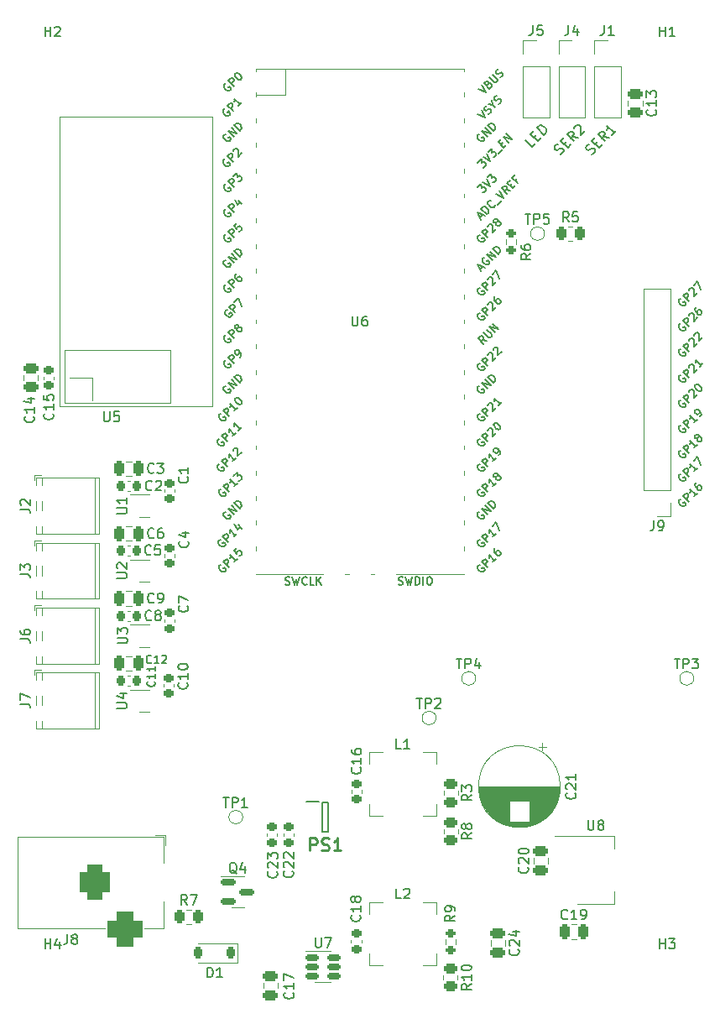
<source format=gbr>
%TF.GenerationSoftware,KiCad,Pcbnew,7.0.8-7.0.8~ubuntu22.04.1*%
%TF.CreationDate,2023-12-19T03:44:51+01:00*%
%TF.ProjectId,MecanumDevBoard,4d656361-6e75-46d4-9465-76426f617264,1.0*%
%TF.SameCoordinates,Original*%
%TF.FileFunction,Legend,Top*%
%TF.FilePolarity,Positive*%
%FSLAX46Y46*%
G04 Gerber Fmt 4.6, Leading zero omitted, Abs format (unit mm)*
G04 Created by KiCad (PCBNEW 7.0.8-7.0.8~ubuntu22.04.1) date 2023-12-19 03:44:51*
%MOMM*%
%LPD*%
G01*
G04 APERTURE LIST*
G04 Aperture macros list*
%AMRoundRect*
0 Rectangle with rounded corners*
0 $1 Rounding radius*
0 $2 $3 $4 $5 $6 $7 $8 $9 X,Y pos of 4 corners*
0 Add a 4 corners polygon primitive as box body*
4,1,4,$2,$3,$4,$5,$6,$7,$8,$9,$2,$3,0*
0 Add four circle primitives for the rounded corners*
1,1,$1+$1,$2,$3*
1,1,$1+$1,$4,$5*
1,1,$1+$1,$6,$7*
1,1,$1+$1,$8,$9*
0 Add four rect primitives between the rounded corners*
20,1,$1+$1,$2,$3,$4,$5,0*
20,1,$1+$1,$4,$5,$6,$7,0*
20,1,$1+$1,$6,$7,$8,$9,0*
20,1,$1+$1,$8,$9,$2,$3,0*%
G04 Aperture macros list end*
%ADD10C,0.150000*%
%ADD11C,0.254000*%
%ADD12C,0.120000*%
%ADD13C,0.200000*%
%ADD14RoundRect,0.250000X-0.250000X-0.475000X0.250000X-0.475000X0.250000X0.475000X-0.250000X0.475000X0*%
%ADD15R,1.700000X1.700000*%
%ADD16O,1.700000X1.700000*%
%ADD17R,2.000000X1.500000*%
%ADD18R,2.000000X3.800000*%
%ADD19R,0.500000X0.250000*%
%ADD20R,0.900000X1.600000*%
%ADD21RoundRect,0.250000X-0.262500X-0.450000X0.262500X-0.450000X0.262500X0.450000X-0.262500X0.450000X0*%
%ADD22R,1.600000X5.700000*%
%ADD23C,2.200000*%
%ADD24C,1.100000*%
%ADD25R,2.200000X2.200000*%
%ADD26RoundRect,0.225000X0.250000X-0.225000X0.250000X0.225000X-0.250000X0.225000X-0.250000X-0.225000X0*%
%ADD27RoundRect,0.250000X-0.450000X0.262500X-0.450000X-0.262500X0.450000X-0.262500X0.450000X0.262500X0*%
%ADD28RoundRect,0.225000X0.225000X0.375000X-0.225000X0.375000X-0.225000X-0.375000X0.225000X-0.375000X0*%
%ADD29RoundRect,0.250000X-0.475000X0.250000X-0.475000X-0.250000X0.475000X-0.250000X0.475000X0.250000X0*%
%ADD30C,1.000000*%
%ADD31RoundRect,0.225000X-0.250000X0.225000X-0.250000X-0.225000X0.250000X-0.225000X0.250000X0.225000X0*%
%ADD32O,1.800000X1.800000*%
%ADD33O,1.500000X1.500000*%
%ADD34R,3.500000X1.700000*%
%ADD35R,1.700000X3.500000*%
%ADD36R,3.500000X3.500000*%
%ADD37RoundRect,0.750000X-0.750000X-1.000000X0.750000X-1.000000X0.750000X1.000000X-0.750000X1.000000X0*%
%ADD38RoundRect,0.875000X-0.875000X-0.875000X0.875000X-0.875000X0.875000X0.875000X-0.875000X0.875000X0*%
%ADD39RoundRect,0.150000X-0.512500X-0.150000X0.512500X-0.150000X0.512500X0.150000X-0.512500X0.150000X0*%
%ADD40RoundRect,0.200000X-0.275000X0.200000X-0.275000X-0.200000X0.275000X-0.200000X0.275000X0.200000X0*%
%ADD41RoundRect,0.250000X0.475000X-0.250000X0.475000X0.250000X-0.475000X0.250000X-0.475000X-0.250000X0*%
%ADD42R,1.600000X1.600000*%
%ADD43C,1.600000*%
%ADD44RoundRect,0.225000X-0.225000X-0.250000X0.225000X-0.250000X0.225000X0.250000X-0.225000X0.250000X0*%
%ADD45RoundRect,0.150000X-0.587500X-0.150000X0.587500X-0.150000X0.587500X0.150000X-0.587500X0.150000X0*%
%ADD46C,1.700000*%
%ADD47RoundRect,0.200000X0.275000X-0.200000X0.275000X0.200000X-0.275000X0.200000X-0.275000X-0.200000X0*%
%ADD48R,1.250000X0.600000*%
G04 APERTURE END LIST*
D10*
X135833998Y-117760868D02*
X135753185Y-117787805D01*
X135753185Y-117787805D02*
X135672373Y-117868618D01*
X135672373Y-117868618D02*
X135618498Y-117976367D01*
X135618498Y-117976367D02*
X135618498Y-118084117D01*
X135618498Y-118084117D02*
X135645436Y-118164929D01*
X135645436Y-118164929D02*
X135726248Y-118299616D01*
X135726248Y-118299616D02*
X135807060Y-118380428D01*
X135807060Y-118380428D02*
X135941747Y-118461241D01*
X135941747Y-118461241D02*
X136022560Y-118488178D01*
X136022560Y-118488178D02*
X136130309Y-118488178D01*
X136130309Y-118488178D02*
X136238059Y-118434303D01*
X136238059Y-118434303D02*
X136291934Y-118380428D01*
X136291934Y-118380428D02*
X136345808Y-118272679D01*
X136345808Y-118272679D02*
X136345808Y-118218804D01*
X136345808Y-118218804D02*
X136157247Y-118030242D01*
X136157247Y-118030242D02*
X136049497Y-118137992D01*
X136642120Y-118030242D02*
X136076434Y-117464557D01*
X136076434Y-117464557D02*
X136291934Y-117249057D01*
X136291934Y-117249057D02*
X136372746Y-117222120D01*
X136372746Y-117222120D02*
X136426621Y-117222120D01*
X136426621Y-117222120D02*
X136507433Y-117249057D01*
X136507433Y-117249057D02*
X136588245Y-117329870D01*
X136588245Y-117329870D02*
X136615182Y-117410682D01*
X136615182Y-117410682D02*
X136615182Y-117464557D01*
X136615182Y-117464557D02*
X136588245Y-117545369D01*
X136588245Y-117545369D02*
X136372746Y-117760868D01*
X136669057Y-116979683D02*
X136669057Y-116925809D01*
X136669057Y-116925809D02*
X136695995Y-116844996D01*
X136695995Y-116844996D02*
X136830682Y-116710309D01*
X136830682Y-116710309D02*
X136911494Y-116683372D01*
X136911494Y-116683372D02*
X136965369Y-116683372D01*
X136965369Y-116683372D02*
X137046181Y-116710309D01*
X137046181Y-116710309D02*
X137100056Y-116764184D01*
X137100056Y-116764184D02*
X137153930Y-116871934D01*
X137153930Y-116871934D02*
X137153930Y-117518431D01*
X137153930Y-117518431D02*
X137504117Y-117168245D01*
X137126993Y-116413998D02*
X137504117Y-116036874D01*
X137504117Y-116036874D02*
X137827366Y-116844996D01*
X135833998Y-135450868D02*
X135753185Y-135477805D01*
X135753185Y-135477805D02*
X135672373Y-135558618D01*
X135672373Y-135558618D02*
X135618498Y-135666367D01*
X135618498Y-135666367D02*
X135618498Y-135774117D01*
X135618498Y-135774117D02*
X135645436Y-135854929D01*
X135645436Y-135854929D02*
X135726248Y-135989616D01*
X135726248Y-135989616D02*
X135807060Y-136070428D01*
X135807060Y-136070428D02*
X135941747Y-136151241D01*
X135941747Y-136151241D02*
X136022560Y-136178178D01*
X136022560Y-136178178D02*
X136130309Y-136178178D01*
X136130309Y-136178178D02*
X136238059Y-136124303D01*
X136238059Y-136124303D02*
X136291934Y-136070428D01*
X136291934Y-136070428D02*
X136345808Y-135962679D01*
X136345808Y-135962679D02*
X136345808Y-135908804D01*
X136345808Y-135908804D02*
X136157247Y-135720242D01*
X136157247Y-135720242D02*
X136049497Y-135827992D01*
X136642120Y-135720242D02*
X136076434Y-135154557D01*
X136076434Y-135154557D02*
X136291934Y-134939057D01*
X136291934Y-134939057D02*
X136372746Y-134912120D01*
X136372746Y-134912120D02*
X136426621Y-134912120D01*
X136426621Y-134912120D02*
X136507433Y-134939057D01*
X136507433Y-134939057D02*
X136588245Y-135019870D01*
X136588245Y-135019870D02*
X136615182Y-135100682D01*
X136615182Y-135100682D02*
X136615182Y-135154557D01*
X136615182Y-135154557D02*
X136588245Y-135235369D01*
X136588245Y-135235369D02*
X136372746Y-135450868D01*
X137504117Y-134858245D02*
X137180868Y-135181494D01*
X137342492Y-135019870D02*
X136776807Y-134454184D01*
X136776807Y-134454184D02*
X136803744Y-134588871D01*
X136803744Y-134588871D02*
X136803744Y-134696621D01*
X136803744Y-134696621D02*
X136776807Y-134777433D01*
X137126993Y-134103998D02*
X137504117Y-133726874D01*
X137504117Y-133726874D02*
X137827366Y-134534996D01*
X135833998Y-130550868D02*
X135753185Y-130577805D01*
X135753185Y-130577805D02*
X135672373Y-130658618D01*
X135672373Y-130658618D02*
X135618498Y-130766367D01*
X135618498Y-130766367D02*
X135618498Y-130874117D01*
X135618498Y-130874117D02*
X135645436Y-130954929D01*
X135645436Y-130954929D02*
X135726248Y-131089616D01*
X135726248Y-131089616D02*
X135807060Y-131170428D01*
X135807060Y-131170428D02*
X135941747Y-131251241D01*
X135941747Y-131251241D02*
X136022560Y-131278178D01*
X136022560Y-131278178D02*
X136130309Y-131278178D01*
X136130309Y-131278178D02*
X136238059Y-131224303D01*
X136238059Y-131224303D02*
X136291934Y-131170428D01*
X136291934Y-131170428D02*
X136345808Y-131062679D01*
X136345808Y-131062679D02*
X136345808Y-131008804D01*
X136345808Y-131008804D02*
X136157247Y-130820242D01*
X136157247Y-130820242D02*
X136049497Y-130927992D01*
X136642120Y-130820242D02*
X136076434Y-130254557D01*
X136076434Y-130254557D02*
X136291934Y-130039057D01*
X136291934Y-130039057D02*
X136372746Y-130012120D01*
X136372746Y-130012120D02*
X136426621Y-130012120D01*
X136426621Y-130012120D02*
X136507433Y-130039057D01*
X136507433Y-130039057D02*
X136588245Y-130119870D01*
X136588245Y-130119870D02*
X136615182Y-130200682D01*
X136615182Y-130200682D02*
X136615182Y-130254557D01*
X136615182Y-130254557D02*
X136588245Y-130335369D01*
X136588245Y-130335369D02*
X136372746Y-130550868D01*
X137504117Y-129958245D02*
X137180868Y-130281494D01*
X137342492Y-130119870D02*
X136776807Y-129554184D01*
X136776807Y-129554184D02*
X136803744Y-129688871D01*
X136803744Y-129688871D02*
X136803744Y-129796621D01*
X136803744Y-129796621D02*
X136776807Y-129877433D01*
X137773491Y-129688871D02*
X137881240Y-129581121D01*
X137881240Y-129581121D02*
X137908178Y-129500309D01*
X137908178Y-129500309D02*
X137908178Y-129446434D01*
X137908178Y-129446434D02*
X137881240Y-129311747D01*
X137881240Y-129311747D02*
X137800428Y-129177060D01*
X137800428Y-129177060D02*
X137584929Y-128961561D01*
X137584929Y-128961561D02*
X137504117Y-128934624D01*
X137504117Y-128934624D02*
X137450242Y-128934624D01*
X137450242Y-128934624D02*
X137369430Y-128961561D01*
X137369430Y-128961561D02*
X137261680Y-129069311D01*
X137261680Y-129069311D02*
X137234743Y-129150123D01*
X137234743Y-129150123D02*
X137234743Y-129203998D01*
X137234743Y-129203998D02*
X137261680Y-129284810D01*
X137261680Y-129284810D02*
X137396367Y-129419497D01*
X137396367Y-129419497D02*
X137477179Y-129446434D01*
X137477179Y-129446434D02*
X137531054Y-129446434D01*
X137531054Y-129446434D02*
X137611866Y-129419497D01*
X137611866Y-129419497D02*
X137719616Y-129311747D01*
X137719616Y-129311747D02*
X137746553Y-129230935D01*
X137746553Y-129230935D02*
X137746553Y-129177060D01*
X137746553Y-129177060D02*
X137719616Y-129096248D01*
X135833998Y-137990868D02*
X135753185Y-138017805D01*
X135753185Y-138017805D02*
X135672373Y-138098618D01*
X135672373Y-138098618D02*
X135618498Y-138206367D01*
X135618498Y-138206367D02*
X135618498Y-138314117D01*
X135618498Y-138314117D02*
X135645436Y-138394929D01*
X135645436Y-138394929D02*
X135726248Y-138529616D01*
X135726248Y-138529616D02*
X135807060Y-138610428D01*
X135807060Y-138610428D02*
X135941747Y-138691241D01*
X135941747Y-138691241D02*
X136022560Y-138718178D01*
X136022560Y-138718178D02*
X136130309Y-138718178D01*
X136130309Y-138718178D02*
X136238059Y-138664303D01*
X136238059Y-138664303D02*
X136291934Y-138610428D01*
X136291934Y-138610428D02*
X136345808Y-138502679D01*
X136345808Y-138502679D02*
X136345808Y-138448804D01*
X136345808Y-138448804D02*
X136157247Y-138260242D01*
X136157247Y-138260242D02*
X136049497Y-138367992D01*
X136642120Y-138260242D02*
X136076434Y-137694557D01*
X136076434Y-137694557D02*
X136291934Y-137479057D01*
X136291934Y-137479057D02*
X136372746Y-137452120D01*
X136372746Y-137452120D02*
X136426621Y-137452120D01*
X136426621Y-137452120D02*
X136507433Y-137479057D01*
X136507433Y-137479057D02*
X136588245Y-137559870D01*
X136588245Y-137559870D02*
X136615182Y-137640682D01*
X136615182Y-137640682D02*
X136615182Y-137694557D01*
X136615182Y-137694557D02*
X136588245Y-137775369D01*
X136588245Y-137775369D02*
X136372746Y-137990868D01*
X137504117Y-137398245D02*
X137180868Y-137721494D01*
X137342492Y-137559870D02*
X136776807Y-136994184D01*
X136776807Y-136994184D02*
X136803744Y-137128871D01*
X136803744Y-137128871D02*
X136803744Y-137236621D01*
X136803744Y-137236621D02*
X136776807Y-137317433D01*
X137423305Y-136347686D02*
X137315555Y-136455436D01*
X137315555Y-136455436D02*
X137288618Y-136536248D01*
X137288618Y-136536248D02*
X137288618Y-136590123D01*
X137288618Y-136590123D02*
X137315555Y-136724810D01*
X137315555Y-136724810D02*
X137396367Y-136859497D01*
X137396367Y-136859497D02*
X137611866Y-137074996D01*
X137611866Y-137074996D02*
X137692679Y-137101934D01*
X137692679Y-137101934D02*
X137746553Y-137101934D01*
X137746553Y-137101934D02*
X137827366Y-137074996D01*
X137827366Y-137074996D02*
X137935115Y-136967247D01*
X137935115Y-136967247D02*
X137962053Y-136886434D01*
X137962053Y-136886434D02*
X137962053Y-136832560D01*
X137962053Y-136832560D02*
X137935115Y-136751747D01*
X137935115Y-136751747D02*
X137800428Y-136617060D01*
X137800428Y-136617060D02*
X137719616Y-136590123D01*
X137719616Y-136590123D02*
X137665741Y-136590123D01*
X137665741Y-136590123D02*
X137584929Y-136617060D01*
X137584929Y-136617060D02*
X137477179Y-136724810D01*
X137477179Y-136724810D02*
X137450242Y-136805622D01*
X137450242Y-136805622D02*
X137450242Y-136859497D01*
X137450242Y-136859497D02*
X137477179Y-136940309D01*
X126835443Y-103233109D02*
X126970130Y-103165766D01*
X126970130Y-103165766D02*
X127138488Y-102997407D01*
X127138488Y-102997407D02*
X127172160Y-102896392D01*
X127172160Y-102896392D02*
X127172160Y-102829048D01*
X127172160Y-102829048D02*
X127138488Y-102728033D01*
X127138488Y-102728033D02*
X127071145Y-102660690D01*
X127071145Y-102660690D02*
X126970130Y-102627018D01*
X126970130Y-102627018D02*
X126902786Y-102627018D01*
X126902786Y-102627018D02*
X126801771Y-102660690D01*
X126801771Y-102660690D02*
X126633412Y-102761705D01*
X126633412Y-102761705D02*
X126532397Y-102795377D01*
X126532397Y-102795377D02*
X126465053Y-102795377D01*
X126465053Y-102795377D02*
X126364038Y-102761705D01*
X126364038Y-102761705D02*
X126296695Y-102694361D01*
X126296695Y-102694361D02*
X126263023Y-102593346D01*
X126263023Y-102593346D02*
X126263023Y-102526003D01*
X126263023Y-102526003D02*
X126296695Y-102424987D01*
X126296695Y-102424987D02*
X126465053Y-102256628D01*
X126465053Y-102256628D02*
X126599740Y-102189285D01*
X127205832Y-102189285D02*
X127441534Y-101953583D01*
X127912939Y-102222957D02*
X127576221Y-102559674D01*
X127576221Y-102559674D02*
X126869114Y-101852567D01*
X126869114Y-101852567D02*
X127205832Y-101515850D01*
X128620045Y-101515850D02*
X128047626Y-101414835D01*
X128215984Y-101919911D02*
X127508878Y-101212804D01*
X127508878Y-101212804D02*
X127778252Y-100943430D01*
X127778252Y-100943430D02*
X127879267Y-100909758D01*
X127879267Y-100909758D02*
X127946610Y-100909758D01*
X127946610Y-100909758D02*
X128047626Y-100943430D01*
X128047626Y-100943430D02*
X128148641Y-101044445D01*
X128148641Y-101044445D02*
X128182313Y-101145461D01*
X128182313Y-101145461D02*
X128182313Y-101212804D01*
X128182313Y-101212804D02*
X128148641Y-101313819D01*
X128148641Y-101313819D02*
X127879267Y-101583193D01*
X129293481Y-100842415D02*
X128889419Y-101246476D01*
X129091450Y-101044445D02*
X128384343Y-100337339D01*
X128384343Y-100337339D02*
X128418015Y-100505697D01*
X128418015Y-100505697D02*
X128418015Y-100640384D01*
X128418015Y-100640384D02*
X128384343Y-100741400D01*
X135833998Y-125480868D02*
X135753185Y-125507805D01*
X135753185Y-125507805D02*
X135672373Y-125588618D01*
X135672373Y-125588618D02*
X135618498Y-125696367D01*
X135618498Y-125696367D02*
X135618498Y-125804117D01*
X135618498Y-125804117D02*
X135645436Y-125884929D01*
X135645436Y-125884929D02*
X135726248Y-126019616D01*
X135726248Y-126019616D02*
X135807060Y-126100428D01*
X135807060Y-126100428D02*
X135941747Y-126181241D01*
X135941747Y-126181241D02*
X136022560Y-126208178D01*
X136022560Y-126208178D02*
X136130309Y-126208178D01*
X136130309Y-126208178D02*
X136238059Y-126154303D01*
X136238059Y-126154303D02*
X136291934Y-126100428D01*
X136291934Y-126100428D02*
X136345808Y-125992679D01*
X136345808Y-125992679D02*
X136345808Y-125938804D01*
X136345808Y-125938804D02*
X136157247Y-125750242D01*
X136157247Y-125750242D02*
X136049497Y-125857992D01*
X136642120Y-125750242D02*
X136076434Y-125184557D01*
X136076434Y-125184557D02*
X136291934Y-124969057D01*
X136291934Y-124969057D02*
X136372746Y-124942120D01*
X136372746Y-124942120D02*
X136426621Y-124942120D01*
X136426621Y-124942120D02*
X136507433Y-124969057D01*
X136507433Y-124969057D02*
X136588245Y-125049870D01*
X136588245Y-125049870D02*
X136615182Y-125130682D01*
X136615182Y-125130682D02*
X136615182Y-125184557D01*
X136615182Y-125184557D02*
X136588245Y-125265369D01*
X136588245Y-125265369D02*
X136372746Y-125480868D01*
X136669057Y-124699683D02*
X136669057Y-124645809D01*
X136669057Y-124645809D02*
X136695995Y-124564996D01*
X136695995Y-124564996D02*
X136830682Y-124430309D01*
X136830682Y-124430309D02*
X136911494Y-124403372D01*
X136911494Y-124403372D02*
X136965369Y-124403372D01*
X136965369Y-124403372D02*
X137046181Y-124430309D01*
X137046181Y-124430309D02*
X137100056Y-124484184D01*
X137100056Y-124484184D02*
X137153930Y-124591934D01*
X137153930Y-124591934D02*
X137153930Y-125238431D01*
X137153930Y-125238431D02*
X137504117Y-124888245D01*
X138042865Y-124349497D02*
X137719616Y-124672746D01*
X137881240Y-124511121D02*
X137315555Y-123945436D01*
X137315555Y-123945436D02*
X137342492Y-124080123D01*
X137342492Y-124080123D02*
X137342492Y-124187873D01*
X137342492Y-124187873D02*
X137315555Y-124268685D01*
X135833998Y-128010868D02*
X135753185Y-128037805D01*
X135753185Y-128037805D02*
X135672373Y-128118618D01*
X135672373Y-128118618D02*
X135618498Y-128226367D01*
X135618498Y-128226367D02*
X135618498Y-128334117D01*
X135618498Y-128334117D02*
X135645436Y-128414929D01*
X135645436Y-128414929D02*
X135726248Y-128549616D01*
X135726248Y-128549616D02*
X135807060Y-128630428D01*
X135807060Y-128630428D02*
X135941747Y-128711241D01*
X135941747Y-128711241D02*
X136022560Y-128738178D01*
X136022560Y-128738178D02*
X136130309Y-128738178D01*
X136130309Y-128738178D02*
X136238059Y-128684303D01*
X136238059Y-128684303D02*
X136291934Y-128630428D01*
X136291934Y-128630428D02*
X136345808Y-128522679D01*
X136345808Y-128522679D02*
X136345808Y-128468804D01*
X136345808Y-128468804D02*
X136157247Y-128280242D01*
X136157247Y-128280242D02*
X136049497Y-128387992D01*
X136642120Y-128280242D02*
X136076434Y-127714557D01*
X136076434Y-127714557D02*
X136291934Y-127499057D01*
X136291934Y-127499057D02*
X136372746Y-127472120D01*
X136372746Y-127472120D02*
X136426621Y-127472120D01*
X136426621Y-127472120D02*
X136507433Y-127499057D01*
X136507433Y-127499057D02*
X136588245Y-127579870D01*
X136588245Y-127579870D02*
X136615182Y-127660682D01*
X136615182Y-127660682D02*
X136615182Y-127714557D01*
X136615182Y-127714557D02*
X136588245Y-127795369D01*
X136588245Y-127795369D02*
X136372746Y-128010868D01*
X136669057Y-127229683D02*
X136669057Y-127175809D01*
X136669057Y-127175809D02*
X136695995Y-127094996D01*
X136695995Y-127094996D02*
X136830682Y-126960309D01*
X136830682Y-126960309D02*
X136911494Y-126933372D01*
X136911494Y-126933372D02*
X136965369Y-126933372D01*
X136965369Y-126933372D02*
X137046181Y-126960309D01*
X137046181Y-126960309D02*
X137100056Y-127014184D01*
X137100056Y-127014184D02*
X137153930Y-127121934D01*
X137153930Y-127121934D02*
X137153930Y-127768431D01*
X137153930Y-127768431D02*
X137504117Y-127418245D01*
X137288618Y-126502373D02*
X137342492Y-126448499D01*
X137342492Y-126448499D02*
X137423305Y-126421561D01*
X137423305Y-126421561D02*
X137477179Y-126421561D01*
X137477179Y-126421561D02*
X137557992Y-126448499D01*
X137557992Y-126448499D02*
X137692679Y-126529311D01*
X137692679Y-126529311D02*
X137827366Y-126663998D01*
X137827366Y-126663998D02*
X137908178Y-126798685D01*
X137908178Y-126798685D02*
X137935115Y-126879497D01*
X137935115Y-126879497D02*
X137935115Y-126933372D01*
X137935115Y-126933372D02*
X137908178Y-127014184D01*
X137908178Y-127014184D02*
X137854303Y-127068059D01*
X137854303Y-127068059D02*
X137773491Y-127094996D01*
X137773491Y-127094996D02*
X137719616Y-127094996D01*
X137719616Y-127094996D02*
X137638804Y-127068059D01*
X137638804Y-127068059D02*
X137504117Y-126987247D01*
X137504117Y-126987247D02*
X137369430Y-126852560D01*
X137369430Y-126852560D02*
X137288618Y-126717873D01*
X137288618Y-126717873D02*
X137261680Y-126637060D01*
X137261680Y-126637060D02*
X137261680Y-126583186D01*
X137261680Y-126583186D02*
X137288618Y-126502373D01*
X135833998Y-120290868D02*
X135753185Y-120317805D01*
X135753185Y-120317805D02*
X135672373Y-120398618D01*
X135672373Y-120398618D02*
X135618498Y-120506367D01*
X135618498Y-120506367D02*
X135618498Y-120614117D01*
X135618498Y-120614117D02*
X135645436Y-120694929D01*
X135645436Y-120694929D02*
X135726248Y-120829616D01*
X135726248Y-120829616D02*
X135807060Y-120910428D01*
X135807060Y-120910428D02*
X135941747Y-120991241D01*
X135941747Y-120991241D02*
X136022560Y-121018178D01*
X136022560Y-121018178D02*
X136130309Y-121018178D01*
X136130309Y-121018178D02*
X136238059Y-120964303D01*
X136238059Y-120964303D02*
X136291934Y-120910428D01*
X136291934Y-120910428D02*
X136345808Y-120802679D01*
X136345808Y-120802679D02*
X136345808Y-120748804D01*
X136345808Y-120748804D02*
X136157247Y-120560242D01*
X136157247Y-120560242D02*
X136049497Y-120667992D01*
X136642120Y-120560242D02*
X136076434Y-119994557D01*
X136076434Y-119994557D02*
X136291934Y-119779057D01*
X136291934Y-119779057D02*
X136372746Y-119752120D01*
X136372746Y-119752120D02*
X136426621Y-119752120D01*
X136426621Y-119752120D02*
X136507433Y-119779057D01*
X136507433Y-119779057D02*
X136588245Y-119859870D01*
X136588245Y-119859870D02*
X136615182Y-119940682D01*
X136615182Y-119940682D02*
X136615182Y-119994557D01*
X136615182Y-119994557D02*
X136588245Y-120075369D01*
X136588245Y-120075369D02*
X136372746Y-120290868D01*
X136669057Y-119509683D02*
X136669057Y-119455809D01*
X136669057Y-119455809D02*
X136695995Y-119374996D01*
X136695995Y-119374996D02*
X136830682Y-119240309D01*
X136830682Y-119240309D02*
X136911494Y-119213372D01*
X136911494Y-119213372D02*
X136965369Y-119213372D01*
X136965369Y-119213372D02*
X137046181Y-119240309D01*
X137046181Y-119240309D02*
X137100056Y-119294184D01*
X137100056Y-119294184D02*
X137153930Y-119401934D01*
X137153930Y-119401934D02*
X137153930Y-120048431D01*
X137153930Y-120048431D02*
X137504117Y-119698245D01*
X137423305Y-118647686D02*
X137315555Y-118755436D01*
X137315555Y-118755436D02*
X137288618Y-118836248D01*
X137288618Y-118836248D02*
X137288618Y-118890123D01*
X137288618Y-118890123D02*
X137315555Y-119024810D01*
X137315555Y-119024810D02*
X137396367Y-119159497D01*
X137396367Y-119159497D02*
X137611866Y-119374996D01*
X137611866Y-119374996D02*
X137692679Y-119401934D01*
X137692679Y-119401934D02*
X137746553Y-119401934D01*
X137746553Y-119401934D02*
X137827366Y-119374996D01*
X137827366Y-119374996D02*
X137935115Y-119267247D01*
X137935115Y-119267247D02*
X137962053Y-119186434D01*
X137962053Y-119186434D02*
X137962053Y-119132560D01*
X137962053Y-119132560D02*
X137935115Y-119051747D01*
X137935115Y-119051747D02*
X137800428Y-118917060D01*
X137800428Y-118917060D02*
X137719616Y-118890123D01*
X137719616Y-118890123D02*
X137665741Y-118890123D01*
X137665741Y-118890123D02*
X137584929Y-118917060D01*
X137584929Y-118917060D02*
X137477179Y-119024810D01*
X137477179Y-119024810D02*
X137450242Y-119105622D01*
X137450242Y-119105622D02*
X137450242Y-119159497D01*
X137450242Y-119159497D02*
X137477179Y-119240309D01*
X135833998Y-133090868D02*
X135753185Y-133117805D01*
X135753185Y-133117805D02*
X135672373Y-133198618D01*
X135672373Y-133198618D02*
X135618498Y-133306367D01*
X135618498Y-133306367D02*
X135618498Y-133414117D01*
X135618498Y-133414117D02*
X135645436Y-133494929D01*
X135645436Y-133494929D02*
X135726248Y-133629616D01*
X135726248Y-133629616D02*
X135807060Y-133710428D01*
X135807060Y-133710428D02*
X135941747Y-133791241D01*
X135941747Y-133791241D02*
X136022560Y-133818178D01*
X136022560Y-133818178D02*
X136130309Y-133818178D01*
X136130309Y-133818178D02*
X136238059Y-133764303D01*
X136238059Y-133764303D02*
X136291934Y-133710428D01*
X136291934Y-133710428D02*
X136345808Y-133602679D01*
X136345808Y-133602679D02*
X136345808Y-133548804D01*
X136345808Y-133548804D02*
X136157247Y-133360242D01*
X136157247Y-133360242D02*
X136049497Y-133467992D01*
X136642120Y-133360242D02*
X136076434Y-132794557D01*
X136076434Y-132794557D02*
X136291934Y-132579057D01*
X136291934Y-132579057D02*
X136372746Y-132552120D01*
X136372746Y-132552120D02*
X136426621Y-132552120D01*
X136426621Y-132552120D02*
X136507433Y-132579057D01*
X136507433Y-132579057D02*
X136588245Y-132659870D01*
X136588245Y-132659870D02*
X136615182Y-132740682D01*
X136615182Y-132740682D02*
X136615182Y-132794557D01*
X136615182Y-132794557D02*
X136588245Y-132875369D01*
X136588245Y-132875369D02*
X136372746Y-133090868D01*
X137504117Y-132498245D02*
X137180868Y-132821494D01*
X137342492Y-132659870D02*
X136776807Y-132094184D01*
X136776807Y-132094184D02*
X136803744Y-132228871D01*
X136803744Y-132228871D02*
X136803744Y-132336621D01*
X136803744Y-132336621D02*
X136776807Y-132417433D01*
X137504117Y-131851747D02*
X137423305Y-131878685D01*
X137423305Y-131878685D02*
X137369430Y-131878685D01*
X137369430Y-131878685D02*
X137288618Y-131851747D01*
X137288618Y-131851747D02*
X137261680Y-131824810D01*
X137261680Y-131824810D02*
X137234743Y-131743998D01*
X137234743Y-131743998D02*
X137234743Y-131690123D01*
X137234743Y-131690123D02*
X137261680Y-131609311D01*
X137261680Y-131609311D02*
X137369430Y-131501561D01*
X137369430Y-131501561D02*
X137450242Y-131474624D01*
X137450242Y-131474624D02*
X137504117Y-131474624D01*
X137504117Y-131474624D02*
X137584929Y-131501561D01*
X137584929Y-131501561D02*
X137611866Y-131528499D01*
X137611866Y-131528499D02*
X137638804Y-131609311D01*
X137638804Y-131609311D02*
X137638804Y-131663186D01*
X137638804Y-131663186D02*
X137611866Y-131743998D01*
X137611866Y-131743998D02*
X137504117Y-131851747D01*
X137504117Y-131851747D02*
X137477179Y-131932560D01*
X137477179Y-131932560D02*
X137477179Y-131986434D01*
X137477179Y-131986434D02*
X137504117Y-132067247D01*
X137504117Y-132067247D02*
X137611866Y-132174996D01*
X137611866Y-132174996D02*
X137692679Y-132201934D01*
X137692679Y-132201934D02*
X137746553Y-132201934D01*
X137746553Y-132201934D02*
X137827366Y-132174996D01*
X137827366Y-132174996D02*
X137935115Y-132067247D01*
X137935115Y-132067247D02*
X137962053Y-131986434D01*
X137962053Y-131986434D02*
X137962053Y-131932560D01*
X137962053Y-131932560D02*
X137935115Y-131851747D01*
X137935115Y-131851747D02*
X137827366Y-131743998D01*
X137827366Y-131743998D02*
X137746553Y-131717060D01*
X137746553Y-131717060D02*
X137692679Y-131717060D01*
X137692679Y-131717060D02*
X137611866Y-131743998D01*
X123685443Y-103233109D02*
X123820130Y-103165766D01*
X123820130Y-103165766D02*
X123988488Y-102997407D01*
X123988488Y-102997407D02*
X124022160Y-102896392D01*
X124022160Y-102896392D02*
X124022160Y-102829048D01*
X124022160Y-102829048D02*
X123988488Y-102728033D01*
X123988488Y-102728033D02*
X123921145Y-102660690D01*
X123921145Y-102660690D02*
X123820130Y-102627018D01*
X123820130Y-102627018D02*
X123752786Y-102627018D01*
X123752786Y-102627018D02*
X123651771Y-102660690D01*
X123651771Y-102660690D02*
X123483412Y-102761705D01*
X123483412Y-102761705D02*
X123382397Y-102795377D01*
X123382397Y-102795377D02*
X123315053Y-102795377D01*
X123315053Y-102795377D02*
X123214038Y-102761705D01*
X123214038Y-102761705D02*
X123146695Y-102694361D01*
X123146695Y-102694361D02*
X123113023Y-102593346D01*
X123113023Y-102593346D02*
X123113023Y-102526003D01*
X123113023Y-102526003D02*
X123146695Y-102424987D01*
X123146695Y-102424987D02*
X123315053Y-102256628D01*
X123315053Y-102256628D02*
X123449740Y-102189285D01*
X124055832Y-102189285D02*
X124291534Y-101953583D01*
X124762939Y-102222957D02*
X124426221Y-102559674D01*
X124426221Y-102559674D02*
X123719114Y-101852567D01*
X123719114Y-101852567D02*
X124055832Y-101515850D01*
X125470045Y-101515850D02*
X124897626Y-101414835D01*
X125065984Y-101919911D02*
X124358878Y-101212804D01*
X124358878Y-101212804D02*
X124628252Y-100943430D01*
X124628252Y-100943430D02*
X124729267Y-100909758D01*
X124729267Y-100909758D02*
X124796610Y-100909758D01*
X124796610Y-100909758D02*
X124897626Y-100943430D01*
X124897626Y-100943430D02*
X124998641Y-101044445D01*
X124998641Y-101044445D02*
X125032313Y-101145461D01*
X125032313Y-101145461D02*
X125032313Y-101212804D01*
X125032313Y-101212804D02*
X124998641Y-101313819D01*
X124998641Y-101313819D02*
X124729267Y-101583193D01*
X125099656Y-100606713D02*
X125099656Y-100539369D01*
X125099656Y-100539369D02*
X125133328Y-100438354D01*
X125133328Y-100438354D02*
X125301687Y-100269995D01*
X125301687Y-100269995D02*
X125402702Y-100236323D01*
X125402702Y-100236323D02*
X125470045Y-100236323D01*
X125470045Y-100236323D02*
X125571061Y-100269995D01*
X125571061Y-100269995D02*
X125638404Y-100337339D01*
X125638404Y-100337339D02*
X125705748Y-100472026D01*
X125705748Y-100472026D02*
X125705748Y-101280148D01*
X125705748Y-101280148D02*
X126143481Y-100842415D01*
X135833998Y-122840868D02*
X135753185Y-122867805D01*
X135753185Y-122867805D02*
X135672373Y-122948618D01*
X135672373Y-122948618D02*
X135618498Y-123056367D01*
X135618498Y-123056367D02*
X135618498Y-123164117D01*
X135618498Y-123164117D02*
X135645436Y-123244929D01*
X135645436Y-123244929D02*
X135726248Y-123379616D01*
X135726248Y-123379616D02*
X135807060Y-123460428D01*
X135807060Y-123460428D02*
X135941747Y-123541241D01*
X135941747Y-123541241D02*
X136022560Y-123568178D01*
X136022560Y-123568178D02*
X136130309Y-123568178D01*
X136130309Y-123568178D02*
X136238059Y-123514303D01*
X136238059Y-123514303D02*
X136291934Y-123460428D01*
X136291934Y-123460428D02*
X136345808Y-123352679D01*
X136345808Y-123352679D02*
X136345808Y-123298804D01*
X136345808Y-123298804D02*
X136157247Y-123110242D01*
X136157247Y-123110242D02*
X136049497Y-123217992D01*
X136642120Y-123110242D02*
X136076434Y-122544557D01*
X136076434Y-122544557D02*
X136291934Y-122329057D01*
X136291934Y-122329057D02*
X136372746Y-122302120D01*
X136372746Y-122302120D02*
X136426621Y-122302120D01*
X136426621Y-122302120D02*
X136507433Y-122329057D01*
X136507433Y-122329057D02*
X136588245Y-122409870D01*
X136588245Y-122409870D02*
X136615182Y-122490682D01*
X136615182Y-122490682D02*
X136615182Y-122544557D01*
X136615182Y-122544557D02*
X136588245Y-122625369D01*
X136588245Y-122625369D02*
X136372746Y-122840868D01*
X136669057Y-122059683D02*
X136669057Y-122005809D01*
X136669057Y-122005809D02*
X136695995Y-121924996D01*
X136695995Y-121924996D02*
X136830682Y-121790309D01*
X136830682Y-121790309D02*
X136911494Y-121763372D01*
X136911494Y-121763372D02*
X136965369Y-121763372D01*
X136965369Y-121763372D02*
X137046181Y-121790309D01*
X137046181Y-121790309D02*
X137100056Y-121844184D01*
X137100056Y-121844184D02*
X137153930Y-121951934D01*
X137153930Y-121951934D02*
X137153930Y-122598431D01*
X137153930Y-122598431D02*
X137504117Y-122248245D01*
X137207805Y-121520935D02*
X137207805Y-121467060D01*
X137207805Y-121467060D02*
X137234743Y-121386248D01*
X137234743Y-121386248D02*
X137369430Y-121251561D01*
X137369430Y-121251561D02*
X137450242Y-121224624D01*
X137450242Y-121224624D02*
X137504117Y-121224624D01*
X137504117Y-121224624D02*
X137584929Y-121251561D01*
X137584929Y-121251561D02*
X137638804Y-121305436D01*
X137638804Y-121305436D02*
X137692679Y-121413186D01*
X137692679Y-121413186D02*
X137692679Y-122059683D01*
X137692679Y-122059683D02*
X138042865Y-121709497D01*
X121163954Y-102121942D02*
X120827236Y-102458659D01*
X120827236Y-102458659D02*
X120120129Y-101751552D01*
X121029267Y-101515850D02*
X121264969Y-101280148D01*
X121736374Y-101549522D02*
X121399656Y-101886239D01*
X121399656Y-101886239D02*
X120692549Y-101179132D01*
X120692549Y-101179132D02*
X121029267Y-100842415D01*
X122039420Y-101246476D02*
X121332313Y-100539369D01*
X121332313Y-100539369D02*
X121500671Y-100371010D01*
X121500671Y-100371010D02*
X121635358Y-100303667D01*
X121635358Y-100303667D02*
X121770046Y-100303667D01*
X121770046Y-100303667D02*
X121871061Y-100337339D01*
X121871061Y-100337339D02*
X122039420Y-100438354D01*
X122039420Y-100438354D02*
X122140435Y-100539369D01*
X122140435Y-100539369D02*
X122241450Y-100707728D01*
X122241450Y-100707728D02*
X122275122Y-100808743D01*
X122275122Y-100808743D02*
X122275122Y-100943430D01*
X122275122Y-100943430D02*
X122207778Y-101078117D01*
X122207778Y-101078117D02*
X122039420Y-101246476D01*
X82673333Y-135289580D02*
X82625714Y-135337200D01*
X82625714Y-135337200D02*
X82482857Y-135384819D01*
X82482857Y-135384819D02*
X82387619Y-135384819D01*
X82387619Y-135384819D02*
X82244762Y-135337200D01*
X82244762Y-135337200D02*
X82149524Y-135241961D01*
X82149524Y-135241961D02*
X82101905Y-135146723D01*
X82101905Y-135146723D02*
X82054286Y-134956247D01*
X82054286Y-134956247D02*
X82054286Y-134813390D01*
X82054286Y-134813390D02*
X82101905Y-134622914D01*
X82101905Y-134622914D02*
X82149524Y-134527676D01*
X82149524Y-134527676D02*
X82244762Y-134432438D01*
X82244762Y-134432438D02*
X82387619Y-134384819D01*
X82387619Y-134384819D02*
X82482857Y-134384819D01*
X82482857Y-134384819D02*
X82625714Y-134432438D01*
X82625714Y-134432438D02*
X82673333Y-134480057D01*
X83006667Y-134384819D02*
X83625714Y-134384819D01*
X83625714Y-134384819D02*
X83292381Y-134765771D01*
X83292381Y-134765771D02*
X83435238Y-134765771D01*
X83435238Y-134765771D02*
X83530476Y-134813390D01*
X83530476Y-134813390D02*
X83578095Y-134861009D01*
X83578095Y-134861009D02*
X83625714Y-134956247D01*
X83625714Y-134956247D02*
X83625714Y-135194342D01*
X83625714Y-135194342D02*
X83578095Y-135289580D01*
X83578095Y-135289580D02*
X83530476Y-135337200D01*
X83530476Y-135337200D02*
X83435238Y-135384819D01*
X83435238Y-135384819D02*
X83149524Y-135384819D01*
X83149524Y-135384819D02*
X83054286Y-135337200D01*
X83054286Y-135337200D02*
X83006667Y-135289580D01*
X124506666Y-90204819D02*
X124506666Y-90919104D01*
X124506666Y-90919104D02*
X124459047Y-91061961D01*
X124459047Y-91061961D02*
X124363809Y-91157200D01*
X124363809Y-91157200D02*
X124220952Y-91204819D01*
X124220952Y-91204819D02*
X124125714Y-91204819D01*
X125411428Y-90538152D02*
X125411428Y-91204819D01*
X125173333Y-90157200D02*
X124935238Y-90871485D01*
X124935238Y-90871485D02*
X125554285Y-90871485D01*
X126478095Y-170384819D02*
X126478095Y-171194342D01*
X126478095Y-171194342D02*
X126525714Y-171289580D01*
X126525714Y-171289580D02*
X126573333Y-171337200D01*
X126573333Y-171337200D02*
X126668571Y-171384819D01*
X126668571Y-171384819D02*
X126859047Y-171384819D01*
X126859047Y-171384819D02*
X126954285Y-171337200D01*
X126954285Y-171337200D02*
X127001904Y-171289580D01*
X127001904Y-171289580D02*
X127049523Y-171194342D01*
X127049523Y-171194342D02*
X127049523Y-170384819D01*
X127668571Y-170813390D02*
X127573333Y-170765771D01*
X127573333Y-170765771D02*
X127525714Y-170718152D01*
X127525714Y-170718152D02*
X127478095Y-170622914D01*
X127478095Y-170622914D02*
X127478095Y-170575295D01*
X127478095Y-170575295D02*
X127525714Y-170480057D01*
X127525714Y-170480057D02*
X127573333Y-170432438D01*
X127573333Y-170432438D02*
X127668571Y-170384819D01*
X127668571Y-170384819D02*
X127859047Y-170384819D01*
X127859047Y-170384819D02*
X127954285Y-170432438D01*
X127954285Y-170432438D02*
X128001904Y-170480057D01*
X128001904Y-170480057D02*
X128049523Y-170575295D01*
X128049523Y-170575295D02*
X128049523Y-170622914D01*
X128049523Y-170622914D02*
X128001904Y-170718152D01*
X128001904Y-170718152D02*
X127954285Y-170765771D01*
X127954285Y-170765771D02*
X127859047Y-170813390D01*
X127859047Y-170813390D02*
X127668571Y-170813390D01*
X127668571Y-170813390D02*
X127573333Y-170861009D01*
X127573333Y-170861009D02*
X127525714Y-170908628D01*
X127525714Y-170908628D02*
X127478095Y-171003866D01*
X127478095Y-171003866D02*
X127478095Y-171194342D01*
X127478095Y-171194342D02*
X127525714Y-171289580D01*
X127525714Y-171289580D02*
X127573333Y-171337200D01*
X127573333Y-171337200D02*
X127668571Y-171384819D01*
X127668571Y-171384819D02*
X127859047Y-171384819D01*
X127859047Y-171384819D02*
X127954285Y-171337200D01*
X127954285Y-171337200D02*
X128001904Y-171289580D01*
X128001904Y-171289580D02*
X128049523Y-171194342D01*
X128049523Y-171194342D02*
X128049523Y-171003866D01*
X128049523Y-171003866D02*
X128001904Y-170908628D01*
X128001904Y-170908628D02*
X127954285Y-170861009D01*
X127954285Y-170861009D02*
X127859047Y-170813390D01*
X78944819Y-139441904D02*
X79754342Y-139441904D01*
X79754342Y-139441904D02*
X79849580Y-139394285D01*
X79849580Y-139394285D02*
X79897200Y-139346666D01*
X79897200Y-139346666D02*
X79944819Y-139251428D01*
X79944819Y-139251428D02*
X79944819Y-139060952D01*
X79944819Y-139060952D02*
X79897200Y-138965714D01*
X79897200Y-138965714D02*
X79849580Y-138918095D01*
X79849580Y-138918095D02*
X79754342Y-138870476D01*
X79754342Y-138870476D02*
X78944819Y-138870476D01*
X79944819Y-137870476D02*
X79944819Y-138441904D01*
X79944819Y-138156190D02*
X78944819Y-138156190D01*
X78944819Y-138156190D02*
X79087676Y-138251428D01*
X79087676Y-138251428D02*
X79182914Y-138346666D01*
X79182914Y-138346666D02*
X79230533Y-138441904D01*
X82673333Y-148389580D02*
X82625714Y-148437200D01*
X82625714Y-148437200D02*
X82482857Y-148484819D01*
X82482857Y-148484819D02*
X82387619Y-148484819D01*
X82387619Y-148484819D02*
X82244762Y-148437200D01*
X82244762Y-148437200D02*
X82149524Y-148341961D01*
X82149524Y-148341961D02*
X82101905Y-148246723D01*
X82101905Y-148246723D02*
X82054286Y-148056247D01*
X82054286Y-148056247D02*
X82054286Y-147913390D01*
X82054286Y-147913390D02*
X82101905Y-147722914D01*
X82101905Y-147722914D02*
X82149524Y-147627676D01*
X82149524Y-147627676D02*
X82244762Y-147532438D01*
X82244762Y-147532438D02*
X82387619Y-147484819D01*
X82387619Y-147484819D02*
X82482857Y-147484819D01*
X82482857Y-147484819D02*
X82625714Y-147532438D01*
X82625714Y-147532438D02*
X82673333Y-147580057D01*
X83149524Y-148484819D02*
X83340000Y-148484819D01*
X83340000Y-148484819D02*
X83435238Y-148437200D01*
X83435238Y-148437200D02*
X83482857Y-148389580D01*
X83482857Y-148389580D02*
X83578095Y-148246723D01*
X83578095Y-148246723D02*
X83625714Y-148056247D01*
X83625714Y-148056247D02*
X83625714Y-147675295D01*
X83625714Y-147675295D02*
X83578095Y-147580057D01*
X83578095Y-147580057D02*
X83530476Y-147532438D01*
X83530476Y-147532438D02*
X83435238Y-147484819D01*
X83435238Y-147484819D02*
X83244762Y-147484819D01*
X83244762Y-147484819D02*
X83149524Y-147532438D01*
X83149524Y-147532438D02*
X83101905Y-147580057D01*
X83101905Y-147580057D02*
X83054286Y-147675295D01*
X83054286Y-147675295D02*
X83054286Y-147913390D01*
X83054286Y-147913390D02*
X83101905Y-148008628D01*
X83101905Y-148008628D02*
X83149524Y-148056247D01*
X83149524Y-148056247D02*
X83244762Y-148103866D01*
X83244762Y-148103866D02*
X83435238Y-148103866D01*
X83435238Y-148103866D02*
X83530476Y-148056247D01*
X83530476Y-148056247D02*
X83578095Y-148008628D01*
X83578095Y-148008628D02*
X83625714Y-147913390D01*
X124535833Y-110029819D02*
X124202500Y-109553628D01*
X123964405Y-110029819D02*
X123964405Y-109029819D01*
X123964405Y-109029819D02*
X124345357Y-109029819D01*
X124345357Y-109029819D02*
X124440595Y-109077438D01*
X124440595Y-109077438D02*
X124488214Y-109125057D01*
X124488214Y-109125057D02*
X124535833Y-109220295D01*
X124535833Y-109220295D02*
X124535833Y-109363152D01*
X124535833Y-109363152D02*
X124488214Y-109458390D01*
X124488214Y-109458390D02*
X124440595Y-109506009D01*
X124440595Y-109506009D02*
X124345357Y-109553628D01*
X124345357Y-109553628D02*
X123964405Y-109553628D01*
X125440595Y-109029819D02*
X124964405Y-109029819D01*
X124964405Y-109029819D02*
X124916786Y-109506009D01*
X124916786Y-109506009D02*
X124964405Y-109458390D01*
X124964405Y-109458390D02*
X125059643Y-109410771D01*
X125059643Y-109410771D02*
X125297738Y-109410771D01*
X125297738Y-109410771D02*
X125392976Y-109458390D01*
X125392976Y-109458390D02*
X125440595Y-109506009D01*
X125440595Y-109506009D02*
X125488214Y-109601247D01*
X125488214Y-109601247D02*
X125488214Y-109839342D01*
X125488214Y-109839342D02*
X125440595Y-109934580D01*
X125440595Y-109934580D02*
X125392976Y-109982200D01*
X125392976Y-109982200D02*
X125297738Y-110029819D01*
X125297738Y-110029819D02*
X125059643Y-110029819D01*
X125059643Y-110029819D02*
X124964405Y-109982200D01*
X124964405Y-109982200D02*
X124916786Y-109934580D01*
X107623333Y-178284819D02*
X107147143Y-178284819D01*
X107147143Y-178284819D02*
X107147143Y-177284819D01*
X107909048Y-177380057D02*
X107956667Y-177332438D01*
X107956667Y-177332438D02*
X108051905Y-177284819D01*
X108051905Y-177284819D02*
X108290000Y-177284819D01*
X108290000Y-177284819D02*
X108385238Y-177332438D01*
X108385238Y-177332438D02*
X108432857Y-177380057D01*
X108432857Y-177380057D02*
X108480476Y-177475295D01*
X108480476Y-177475295D02*
X108480476Y-177570533D01*
X108480476Y-177570533D02*
X108432857Y-177713390D01*
X108432857Y-177713390D02*
X107861429Y-178284819D01*
X107861429Y-178284819D02*
X108480476Y-178284819D01*
X71678095Y-91334819D02*
X71678095Y-90334819D01*
X71678095Y-90811009D02*
X72249523Y-90811009D01*
X72249523Y-91334819D02*
X72249523Y-90334819D01*
X72678095Y-90430057D02*
X72725714Y-90382438D01*
X72725714Y-90382438D02*
X72820952Y-90334819D01*
X72820952Y-90334819D02*
X73059047Y-90334819D01*
X73059047Y-90334819D02*
X73154285Y-90382438D01*
X73154285Y-90382438D02*
X73201904Y-90430057D01*
X73201904Y-90430057D02*
X73249523Y-90525295D01*
X73249523Y-90525295D02*
X73249523Y-90620533D01*
X73249523Y-90620533D02*
X73201904Y-90763390D01*
X73201904Y-90763390D02*
X72630476Y-91334819D01*
X72630476Y-91334819D02*
X73249523Y-91334819D01*
X69194819Y-152113333D02*
X69909104Y-152113333D01*
X69909104Y-152113333D02*
X70051961Y-152160952D01*
X70051961Y-152160952D02*
X70147200Y-152256190D01*
X70147200Y-152256190D02*
X70194819Y-152399047D01*
X70194819Y-152399047D02*
X70194819Y-152494285D01*
X69194819Y-151208571D02*
X69194819Y-151399047D01*
X69194819Y-151399047D02*
X69242438Y-151494285D01*
X69242438Y-151494285D02*
X69290057Y-151541904D01*
X69290057Y-151541904D02*
X69432914Y-151637142D01*
X69432914Y-151637142D02*
X69623390Y-151684761D01*
X69623390Y-151684761D02*
X70004342Y-151684761D01*
X70004342Y-151684761D02*
X70099580Y-151637142D01*
X70099580Y-151637142D02*
X70147200Y-151589523D01*
X70147200Y-151589523D02*
X70194819Y-151494285D01*
X70194819Y-151494285D02*
X70194819Y-151303809D01*
X70194819Y-151303809D02*
X70147200Y-151208571D01*
X70147200Y-151208571D02*
X70099580Y-151160952D01*
X70099580Y-151160952D02*
X70004342Y-151113333D01*
X70004342Y-151113333D02*
X69766247Y-151113333D01*
X69766247Y-151113333D02*
X69671009Y-151160952D01*
X69671009Y-151160952D02*
X69623390Y-151208571D01*
X69623390Y-151208571D02*
X69575771Y-151303809D01*
X69575771Y-151303809D02*
X69575771Y-151494285D01*
X69575771Y-151494285D02*
X69623390Y-151589523D01*
X69623390Y-151589523D02*
X69671009Y-151637142D01*
X69671009Y-151637142D02*
X69766247Y-151684761D01*
X86099580Y-142246666D02*
X86147200Y-142294285D01*
X86147200Y-142294285D02*
X86194819Y-142437142D01*
X86194819Y-142437142D02*
X86194819Y-142532380D01*
X86194819Y-142532380D02*
X86147200Y-142675237D01*
X86147200Y-142675237D02*
X86051961Y-142770475D01*
X86051961Y-142770475D02*
X85956723Y-142818094D01*
X85956723Y-142818094D02*
X85766247Y-142865713D01*
X85766247Y-142865713D02*
X85623390Y-142865713D01*
X85623390Y-142865713D02*
X85432914Y-142818094D01*
X85432914Y-142818094D02*
X85337676Y-142770475D01*
X85337676Y-142770475D02*
X85242438Y-142675237D01*
X85242438Y-142675237D02*
X85194819Y-142532380D01*
X85194819Y-142532380D02*
X85194819Y-142437142D01*
X85194819Y-142437142D02*
X85242438Y-142294285D01*
X85242438Y-142294285D02*
X85290057Y-142246666D01*
X85528152Y-141389523D02*
X86194819Y-141389523D01*
X85147200Y-141627618D02*
X85861485Y-141865713D01*
X85861485Y-141865713D02*
X85861485Y-141246666D01*
X78944819Y-159091904D02*
X79754342Y-159091904D01*
X79754342Y-159091904D02*
X79849580Y-159044285D01*
X79849580Y-159044285D02*
X79897200Y-158996666D01*
X79897200Y-158996666D02*
X79944819Y-158901428D01*
X79944819Y-158901428D02*
X79944819Y-158710952D01*
X79944819Y-158710952D02*
X79897200Y-158615714D01*
X79897200Y-158615714D02*
X79849580Y-158568095D01*
X79849580Y-158568095D02*
X79754342Y-158520476D01*
X79754342Y-158520476D02*
X78944819Y-158520476D01*
X79278152Y-157615714D02*
X79944819Y-157615714D01*
X78897200Y-157853809D02*
X79611485Y-158091904D01*
X79611485Y-158091904D02*
X79611485Y-157472857D01*
X78944819Y-145991904D02*
X79754342Y-145991904D01*
X79754342Y-145991904D02*
X79849580Y-145944285D01*
X79849580Y-145944285D02*
X79897200Y-145896666D01*
X79897200Y-145896666D02*
X79944819Y-145801428D01*
X79944819Y-145801428D02*
X79944819Y-145610952D01*
X79944819Y-145610952D02*
X79897200Y-145515714D01*
X79897200Y-145515714D02*
X79849580Y-145468095D01*
X79849580Y-145468095D02*
X79754342Y-145420476D01*
X79754342Y-145420476D02*
X78944819Y-145420476D01*
X79040057Y-144991904D02*
X78992438Y-144944285D01*
X78992438Y-144944285D02*
X78944819Y-144849047D01*
X78944819Y-144849047D02*
X78944819Y-144610952D01*
X78944819Y-144610952D02*
X78992438Y-144515714D01*
X78992438Y-144515714D02*
X79040057Y-144468095D01*
X79040057Y-144468095D02*
X79135295Y-144420476D01*
X79135295Y-144420476D02*
X79230533Y-144420476D01*
X79230533Y-144420476D02*
X79373390Y-144468095D01*
X79373390Y-144468095D02*
X79944819Y-145039523D01*
X79944819Y-145039523D02*
X79944819Y-144420476D01*
X107623333Y-163184819D02*
X107147143Y-163184819D01*
X107147143Y-163184819D02*
X107147143Y-162184819D01*
X108480476Y-163184819D02*
X107909048Y-163184819D01*
X108194762Y-163184819D02*
X108194762Y-162184819D01*
X108194762Y-162184819D02*
X108099524Y-162327676D01*
X108099524Y-162327676D02*
X108004286Y-162422914D01*
X108004286Y-162422914D02*
X107909048Y-162470533D01*
X71678095Y-183334819D02*
X71678095Y-182334819D01*
X71678095Y-182811009D02*
X72249523Y-182811009D01*
X72249523Y-183334819D02*
X72249523Y-182334819D01*
X73154285Y-182668152D02*
X73154285Y-183334819D01*
X72916190Y-182287200D02*
X72678095Y-183001485D01*
X72678095Y-183001485D02*
X73297142Y-183001485D01*
X114744819Y-171684166D02*
X114268628Y-172017499D01*
X114744819Y-172255594D02*
X113744819Y-172255594D01*
X113744819Y-172255594D02*
X113744819Y-171874642D01*
X113744819Y-171874642D02*
X113792438Y-171779404D01*
X113792438Y-171779404D02*
X113840057Y-171731785D01*
X113840057Y-171731785D02*
X113935295Y-171684166D01*
X113935295Y-171684166D02*
X114078152Y-171684166D01*
X114078152Y-171684166D02*
X114173390Y-171731785D01*
X114173390Y-171731785D02*
X114221009Y-171779404D01*
X114221009Y-171779404D02*
X114268628Y-171874642D01*
X114268628Y-171874642D02*
X114268628Y-172255594D01*
X114173390Y-171112737D02*
X114125771Y-171207975D01*
X114125771Y-171207975D02*
X114078152Y-171255594D01*
X114078152Y-171255594D02*
X113982914Y-171303213D01*
X113982914Y-171303213D02*
X113935295Y-171303213D01*
X113935295Y-171303213D02*
X113840057Y-171255594D01*
X113840057Y-171255594D02*
X113792438Y-171207975D01*
X113792438Y-171207975D02*
X113744819Y-171112737D01*
X113744819Y-171112737D02*
X113744819Y-170922261D01*
X113744819Y-170922261D02*
X113792438Y-170827023D01*
X113792438Y-170827023D02*
X113840057Y-170779404D01*
X113840057Y-170779404D02*
X113935295Y-170731785D01*
X113935295Y-170731785D02*
X113982914Y-170731785D01*
X113982914Y-170731785D02*
X114078152Y-170779404D01*
X114078152Y-170779404D02*
X114125771Y-170827023D01*
X114125771Y-170827023D02*
X114173390Y-170922261D01*
X114173390Y-170922261D02*
X114173390Y-171112737D01*
X114173390Y-171112737D02*
X114221009Y-171207975D01*
X114221009Y-171207975D02*
X114268628Y-171255594D01*
X114268628Y-171255594D02*
X114363866Y-171303213D01*
X114363866Y-171303213D02*
X114554342Y-171303213D01*
X114554342Y-171303213D02*
X114649580Y-171255594D01*
X114649580Y-171255594D02*
X114697200Y-171207975D01*
X114697200Y-171207975D02*
X114744819Y-171112737D01*
X114744819Y-171112737D02*
X114744819Y-170922261D01*
X114744819Y-170922261D02*
X114697200Y-170827023D01*
X114697200Y-170827023D02*
X114649580Y-170779404D01*
X114649580Y-170779404D02*
X114554342Y-170731785D01*
X114554342Y-170731785D02*
X114363866Y-170731785D01*
X114363866Y-170731785D02*
X114268628Y-170779404D01*
X114268628Y-170779404D02*
X114221009Y-170827023D01*
X114221009Y-170827023D02*
X114173390Y-170922261D01*
X124397142Y-180309580D02*
X124349523Y-180357200D01*
X124349523Y-180357200D02*
X124206666Y-180404819D01*
X124206666Y-180404819D02*
X124111428Y-180404819D01*
X124111428Y-180404819D02*
X123968571Y-180357200D01*
X123968571Y-180357200D02*
X123873333Y-180261961D01*
X123873333Y-180261961D02*
X123825714Y-180166723D01*
X123825714Y-180166723D02*
X123778095Y-179976247D01*
X123778095Y-179976247D02*
X123778095Y-179833390D01*
X123778095Y-179833390D02*
X123825714Y-179642914D01*
X123825714Y-179642914D02*
X123873333Y-179547676D01*
X123873333Y-179547676D02*
X123968571Y-179452438D01*
X123968571Y-179452438D02*
X124111428Y-179404819D01*
X124111428Y-179404819D02*
X124206666Y-179404819D01*
X124206666Y-179404819D02*
X124349523Y-179452438D01*
X124349523Y-179452438D02*
X124397142Y-179500057D01*
X125349523Y-180404819D02*
X124778095Y-180404819D01*
X125063809Y-180404819D02*
X125063809Y-179404819D01*
X125063809Y-179404819D02*
X124968571Y-179547676D01*
X124968571Y-179547676D02*
X124873333Y-179642914D01*
X124873333Y-179642914D02*
X124778095Y-179690533D01*
X125825714Y-180404819D02*
X126016190Y-180404819D01*
X126016190Y-180404819D02*
X126111428Y-180357200D01*
X126111428Y-180357200D02*
X126159047Y-180309580D01*
X126159047Y-180309580D02*
X126254285Y-180166723D01*
X126254285Y-180166723D02*
X126301904Y-179976247D01*
X126301904Y-179976247D02*
X126301904Y-179595295D01*
X126301904Y-179595295D02*
X126254285Y-179500057D01*
X126254285Y-179500057D02*
X126206666Y-179452438D01*
X126206666Y-179452438D02*
X126111428Y-179404819D01*
X126111428Y-179404819D02*
X125920952Y-179404819D01*
X125920952Y-179404819D02*
X125825714Y-179452438D01*
X125825714Y-179452438D02*
X125778095Y-179500057D01*
X125778095Y-179500057D02*
X125730476Y-179595295D01*
X125730476Y-179595295D02*
X125730476Y-179833390D01*
X125730476Y-179833390D02*
X125778095Y-179928628D01*
X125778095Y-179928628D02*
X125825714Y-179976247D01*
X125825714Y-179976247D02*
X125920952Y-180023866D01*
X125920952Y-180023866D02*
X126111428Y-180023866D01*
X126111428Y-180023866D02*
X126206666Y-179976247D01*
X126206666Y-179976247D02*
X126254285Y-179928628D01*
X126254285Y-179928628D02*
X126301904Y-179833390D01*
X88051905Y-186234819D02*
X88051905Y-185234819D01*
X88051905Y-185234819D02*
X88290000Y-185234819D01*
X88290000Y-185234819D02*
X88432857Y-185282438D01*
X88432857Y-185282438D02*
X88528095Y-185377676D01*
X88528095Y-185377676D02*
X88575714Y-185472914D01*
X88575714Y-185472914D02*
X88623333Y-185663390D01*
X88623333Y-185663390D02*
X88623333Y-185806247D01*
X88623333Y-185806247D02*
X88575714Y-185996723D01*
X88575714Y-185996723D02*
X88528095Y-186091961D01*
X88528095Y-186091961D02*
X88432857Y-186187200D01*
X88432857Y-186187200D02*
X88290000Y-186234819D01*
X88290000Y-186234819D02*
X88051905Y-186234819D01*
X89575714Y-186234819D02*
X89004286Y-186234819D01*
X89290000Y-186234819D02*
X89290000Y-185234819D01*
X89290000Y-185234819D02*
X89194762Y-185377676D01*
X89194762Y-185377676D02*
X89099524Y-185472914D01*
X89099524Y-185472914D02*
X89004286Y-185520533D01*
X133678095Y-183334819D02*
X133678095Y-182334819D01*
X133678095Y-182811009D02*
X134249523Y-182811009D01*
X134249523Y-183334819D02*
X134249523Y-182334819D01*
X134630476Y-182334819D02*
X135249523Y-182334819D01*
X135249523Y-182334819D02*
X134916190Y-182715771D01*
X134916190Y-182715771D02*
X135059047Y-182715771D01*
X135059047Y-182715771D02*
X135154285Y-182763390D01*
X135154285Y-182763390D02*
X135201904Y-182811009D01*
X135201904Y-182811009D02*
X135249523Y-182906247D01*
X135249523Y-182906247D02*
X135249523Y-183144342D01*
X135249523Y-183144342D02*
X135201904Y-183239580D01*
X135201904Y-183239580D02*
X135154285Y-183287200D01*
X135154285Y-183287200D02*
X135059047Y-183334819D01*
X135059047Y-183334819D02*
X134773333Y-183334819D01*
X134773333Y-183334819D02*
X134678095Y-183287200D01*
X134678095Y-183287200D02*
X134630476Y-183239580D01*
X133279580Y-98722857D02*
X133327200Y-98770476D01*
X133327200Y-98770476D02*
X133374819Y-98913333D01*
X133374819Y-98913333D02*
X133374819Y-99008571D01*
X133374819Y-99008571D02*
X133327200Y-99151428D01*
X133327200Y-99151428D02*
X133231961Y-99246666D01*
X133231961Y-99246666D02*
X133136723Y-99294285D01*
X133136723Y-99294285D02*
X132946247Y-99341904D01*
X132946247Y-99341904D02*
X132803390Y-99341904D01*
X132803390Y-99341904D02*
X132612914Y-99294285D01*
X132612914Y-99294285D02*
X132517676Y-99246666D01*
X132517676Y-99246666D02*
X132422438Y-99151428D01*
X132422438Y-99151428D02*
X132374819Y-99008571D01*
X132374819Y-99008571D02*
X132374819Y-98913333D01*
X132374819Y-98913333D02*
X132422438Y-98770476D01*
X132422438Y-98770476D02*
X132470057Y-98722857D01*
X133374819Y-97770476D02*
X133374819Y-98341904D01*
X133374819Y-98056190D02*
X132374819Y-98056190D01*
X132374819Y-98056190D02*
X132517676Y-98151428D01*
X132517676Y-98151428D02*
X132612914Y-98246666D01*
X132612914Y-98246666D02*
X132660533Y-98341904D01*
X132374819Y-97437142D02*
X132374819Y-96818095D01*
X132374819Y-96818095D02*
X132755771Y-97151428D01*
X132755771Y-97151428D02*
X132755771Y-97008571D01*
X132755771Y-97008571D02*
X132803390Y-96913333D01*
X132803390Y-96913333D02*
X132851009Y-96865714D01*
X132851009Y-96865714D02*
X132946247Y-96818095D01*
X132946247Y-96818095D02*
X133184342Y-96818095D01*
X133184342Y-96818095D02*
X133279580Y-96865714D01*
X133279580Y-96865714D02*
X133327200Y-96913333D01*
X133327200Y-96913333D02*
X133374819Y-97008571D01*
X133374819Y-97008571D02*
X133374819Y-97294285D01*
X133374819Y-97294285D02*
X133327200Y-97389523D01*
X133327200Y-97389523D02*
X133279580Y-97437142D01*
X120128095Y-109231819D02*
X120699523Y-109231819D01*
X120413809Y-110231819D02*
X120413809Y-109231819D01*
X121032857Y-110231819D02*
X121032857Y-109231819D01*
X121032857Y-109231819D02*
X121413809Y-109231819D01*
X121413809Y-109231819D02*
X121509047Y-109279438D01*
X121509047Y-109279438D02*
X121556666Y-109327057D01*
X121556666Y-109327057D02*
X121604285Y-109422295D01*
X121604285Y-109422295D02*
X121604285Y-109565152D01*
X121604285Y-109565152D02*
X121556666Y-109660390D01*
X121556666Y-109660390D02*
X121509047Y-109708009D01*
X121509047Y-109708009D02*
X121413809Y-109755628D01*
X121413809Y-109755628D02*
X121032857Y-109755628D01*
X122509047Y-109231819D02*
X122032857Y-109231819D01*
X122032857Y-109231819D02*
X121985238Y-109708009D01*
X121985238Y-109708009D02*
X122032857Y-109660390D01*
X122032857Y-109660390D02*
X122128095Y-109612771D01*
X122128095Y-109612771D02*
X122366190Y-109612771D01*
X122366190Y-109612771D02*
X122461428Y-109660390D01*
X122461428Y-109660390D02*
X122509047Y-109708009D01*
X122509047Y-109708009D02*
X122556666Y-109803247D01*
X122556666Y-109803247D02*
X122556666Y-110041342D01*
X122556666Y-110041342D02*
X122509047Y-110136580D01*
X122509047Y-110136580D02*
X122461428Y-110184200D01*
X122461428Y-110184200D02*
X122366190Y-110231819D01*
X122366190Y-110231819D02*
X122128095Y-110231819D01*
X122128095Y-110231819D02*
X122032857Y-110184200D01*
X122032857Y-110184200D02*
X121985238Y-110136580D01*
X86049580Y-135746666D02*
X86097200Y-135794285D01*
X86097200Y-135794285D02*
X86144819Y-135937142D01*
X86144819Y-135937142D02*
X86144819Y-136032380D01*
X86144819Y-136032380D02*
X86097200Y-136175237D01*
X86097200Y-136175237D02*
X86001961Y-136270475D01*
X86001961Y-136270475D02*
X85906723Y-136318094D01*
X85906723Y-136318094D02*
X85716247Y-136365713D01*
X85716247Y-136365713D02*
X85573390Y-136365713D01*
X85573390Y-136365713D02*
X85382914Y-136318094D01*
X85382914Y-136318094D02*
X85287676Y-136270475D01*
X85287676Y-136270475D02*
X85192438Y-136175237D01*
X85192438Y-136175237D02*
X85144819Y-136032380D01*
X85144819Y-136032380D02*
X85144819Y-135937142D01*
X85144819Y-135937142D02*
X85192438Y-135794285D01*
X85192438Y-135794285D02*
X85240057Y-135746666D01*
X86144819Y-134794285D02*
X86144819Y-135365713D01*
X86144819Y-135079999D02*
X85144819Y-135079999D01*
X85144819Y-135079999D02*
X85287676Y-135175237D01*
X85287676Y-135175237D02*
X85382914Y-135270475D01*
X85382914Y-135270475D02*
X85430533Y-135365713D01*
X114694819Y-186885357D02*
X114218628Y-187218690D01*
X114694819Y-187456785D02*
X113694819Y-187456785D01*
X113694819Y-187456785D02*
X113694819Y-187075833D01*
X113694819Y-187075833D02*
X113742438Y-186980595D01*
X113742438Y-186980595D02*
X113790057Y-186932976D01*
X113790057Y-186932976D02*
X113885295Y-186885357D01*
X113885295Y-186885357D02*
X114028152Y-186885357D01*
X114028152Y-186885357D02*
X114123390Y-186932976D01*
X114123390Y-186932976D02*
X114171009Y-186980595D01*
X114171009Y-186980595D02*
X114218628Y-187075833D01*
X114218628Y-187075833D02*
X114218628Y-187456785D01*
X114694819Y-185932976D02*
X114694819Y-186504404D01*
X114694819Y-186218690D02*
X113694819Y-186218690D01*
X113694819Y-186218690D02*
X113837676Y-186313928D01*
X113837676Y-186313928D02*
X113932914Y-186409166D01*
X113932914Y-186409166D02*
X113980533Y-186504404D01*
X113694819Y-185313928D02*
X113694819Y-185218690D01*
X113694819Y-185218690D02*
X113742438Y-185123452D01*
X113742438Y-185123452D02*
X113790057Y-185075833D01*
X113790057Y-185075833D02*
X113885295Y-185028214D01*
X113885295Y-185028214D02*
X114075771Y-184980595D01*
X114075771Y-184980595D02*
X114313866Y-184980595D01*
X114313866Y-184980595D02*
X114504342Y-185028214D01*
X114504342Y-185028214D02*
X114599580Y-185075833D01*
X114599580Y-185075833D02*
X114647200Y-185123452D01*
X114647200Y-185123452D02*
X114694819Y-185218690D01*
X114694819Y-185218690D02*
X114694819Y-185313928D01*
X114694819Y-185313928D02*
X114647200Y-185409166D01*
X114647200Y-185409166D02*
X114599580Y-185456785D01*
X114599580Y-185456785D02*
X114504342Y-185504404D01*
X114504342Y-185504404D02*
X114313866Y-185552023D01*
X114313866Y-185552023D02*
X114075771Y-185552023D01*
X114075771Y-185552023D02*
X113885295Y-185504404D01*
X113885295Y-185504404D02*
X113790057Y-185456785D01*
X113790057Y-185456785D02*
X113742438Y-185409166D01*
X113742438Y-185409166D02*
X113694819Y-185313928D01*
X89678095Y-168086819D02*
X90249523Y-168086819D01*
X89963809Y-169086819D02*
X89963809Y-168086819D01*
X90582857Y-169086819D02*
X90582857Y-168086819D01*
X90582857Y-168086819D02*
X90963809Y-168086819D01*
X90963809Y-168086819D02*
X91059047Y-168134438D01*
X91059047Y-168134438D02*
X91106666Y-168182057D01*
X91106666Y-168182057D02*
X91154285Y-168277295D01*
X91154285Y-168277295D02*
X91154285Y-168420152D01*
X91154285Y-168420152D02*
X91106666Y-168515390D01*
X91106666Y-168515390D02*
X91059047Y-168563009D01*
X91059047Y-168563009D02*
X90963809Y-168610628D01*
X90963809Y-168610628D02*
X90582857Y-168610628D01*
X92106666Y-169086819D02*
X91535238Y-169086819D01*
X91820952Y-169086819D02*
X91820952Y-168086819D01*
X91820952Y-168086819D02*
X91725714Y-168229676D01*
X91725714Y-168229676D02*
X91630476Y-168324914D01*
X91630476Y-168324914D02*
X91535238Y-168372533D01*
X85999580Y-156522857D02*
X86047200Y-156570476D01*
X86047200Y-156570476D02*
X86094819Y-156713333D01*
X86094819Y-156713333D02*
X86094819Y-156808571D01*
X86094819Y-156808571D02*
X86047200Y-156951428D01*
X86047200Y-156951428D02*
X85951961Y-157046666D01*
X85951961Y-157046666D02*
X85856723Y-157094285D01*
X85856723Y-157094285D02*
X85666247Y-157141904D01*
X85666247Y-157141904D02*
X85523390Y-157141904D01*
X85523390Y-157141904D02*
X85332914Y-157094285D01*
X85332914Y-157094285D02*
X85237676Y-157046666D01*
X85237676Y-157046666D02*
X85142438Y-156951428D01*
X85142438Y-156951428D02*
X85094819Y-156808571D01*
X85094819Y-156808571D02*
X85094819Y-156713333D01*
X85094819Y-156713333D02*
X85142438Y-156570476D01*
X85142438Y-156570476D02*
X85190057Y-156522857D01*
X86094819Y-155570476D02*
X86094819Y-156141904D01*
X86094819Y-155856190D02*
X85094819Y-155856190D01*
X85094819Y-155856190D02*
X85237676Y-155951428D01*
X85237676Y-155951428D02*
X85332914Y-156046666D01*
X85332914Y-156046666D02*
X85380533Y-156141904D01*
X85094819Y-154951428D02*
X85094819Y-154856190D01*
X85094819Y-154856190D02*
X85142438Y-154760952D01*
X85142438Y-154760952D02*
X85190057Y-154713333D01*
X85190057Y-154713333D02*
X85285295Y-154665714D01*
X85285295Y-154665714D02*
X85475771Y-154618095D01*
X85475771Y-154618095D02*
X85713866Y-154618095D01*
X85713866Y-154618095D02*
X85904342Y-154665714D01*
X85904342Y-154665714D02*
X85999580Y-154713333D01*
X85999580Y-154713333D02*
X86047200Y-154760952D01*
X86047200Y-154760952D02*
X86094819Y-154856190D01*
X86094819Y-154856190D02*
X86094819Y-154951428D01*
X86094819Y-154951428D02*
X86047200Y-155046666D01*
X86047200Y-155046666D02*
X85999580Y-155094285D01*
X85999580Y-155094285D02*
X85904342Y-155141904D01*
X85904342Y-155141904D02*
X85713866Y-155189523D01*
X85713866Y-155189523D02*
X85475771Y-155189523D01*
X85475771Y-155189523D02*
X85285295Y-155141904D01*
X85285295Y-155141904D02*
X85190057Y-155094285D01*
X85190057Y-155094285D02*
X85142438Y-155046666D01*
X85142438Y-155046666D02*
X85094819Y-154951428D01*
X69194819Y-139013333D02*
X69909104Y-139013333D01*
X69909104Y-139013333D02*
X70051961Y-139060952D01*
X70051961Y-139060952D02*
X70147200Y-139156190D01*
X70147200Y-139156190D02*
X70194819Y-139299047D01*
X70194819Y-139299047D02*
X70194819Y-139394285D01*
X69290057Y-138584761D02*
X69242438Y-138537142D01*
X69242438Y-138537142D02*
X69194819Y-138441904D01*
X69194819Y-138441904D02*
X69194819Y-138203809D01*
X69194819Y-138203809D02*
X69242438Y-138108571D01*
X69242438Y-138108571D02*
X69290057Y-138060952D01*
X69290057Y-138060952D02*
X69385295Y-138013333D01*
X69385295Y-138013333D02*
X69480533Y-138013333D01*
X69480533Y-138013333D02*
X69623390Y-138060952D01*
X69623390Y-138060952D02*
X70194819Y-138632380D01*
X70194819Y-138632380D02*
X70194819Y-138013333D01*
X95049580Y-175572857D02*
X95097200Y-175620476D01*
X95097200Y-175620476D02*
X95144819Y-175763333D01*
X95144819Y-175763333D02*
X95144819Y-175858571D01*
X95144819Y-175858571D02*
X95097200Y-176001428D01*
X95097200Y-176001428D02*
X95001961Y-176096666D01*
X95001961Y-176096666D02*
X94906723Y-176144285D01*
X94906723Y-176144285D02*
X94716247Y-176191904D01*
X94716247Y-176191904D02*
X94573390Y-176191904D01*
X94573390Y-176191904D02*
X94382914Y-176144285D01*
X94382914Y-176144285D02*
X94287676Y-176096666D01*
X94287676Y-176096666D02*
X94192438Y-176001428D01*
X94192438Y-176001428D02*
X94144819Y-175858571D01*
X94144819Y-175858571D02*
X94144819Y-175763333D01*
X94144819Y-175763333D02*
X94192438Y-175620476D01*
X94192438Y-175620476D02*
X94240057Y-175572857D01*
X94240057Y-175191904D02*
X94192438Y-175144285D01*
X94192438Y-175144285D02*
X94144819Y-175049047D01*
X94144819Y-175049047D02*
X94144819Y-174810952D01*
X94144819Y-174810952D02*
X94192438Y-174715714D01*
X94192438Y-174715714D02*
X94240057Y-174668095D01*
X94240057Y-174668095D02*
X94335295Y-174620476D01*
X94335295Y-174620476D02*
X94430533Y-174620476D01*
X94430533Y-174620476D02*
X94573390Y-174668095D01*
X94573390Y-174668095D02*
X95144819Y-175239523D01*
X95144819Y-175239523D02*
X95144819Y-174620476D01*
X94144819Y-174287142D02*
X94144819Y-173668095D01*
X94144819Y-173668095D02*
X94525771Y-174001428D01*
X94525771Y-174001428D02*
X94525771Y-173858571D01*
X94525771Y-173858571D02*
X94573390Y-173763333D01*
X94573390Y-173763333D02*
X94621009Y-173715714D01*
X94621009Y-173715714D02*
X94716247Y-173668095D01*
X94716247Y-173668095D02*
X94954342Y-173668095D01*
X94954342Y-173668095D02*
X95049580Y-173715714D01*
X95049580Y-173715714D02*
X95097200Y-173763333D01*
X95097200Y-173763333D02*
X95144819Y-173858571D01*
X95144819Y-173858571D02*
X95144819Y-174144285D01*
X95144819Y-174144285D02*
X95097200Y-174239523D01*
X95097200Y-174239523D02*
X95049580Y-174287142D01*
X102678095Y-119534819D02*
X102678095Y-120344342D01*
X102678095Y-120344342D02*
X102725714Y-120439580D01*
X102725714Y-120439580D02*
X102773333Y-120487200D01*
X102773333Y-120487200D02*
X102868571Y-120534819D01*
X102868571Y-120534819D02*
X103059047Y-120534819D01*
X103059047Y-120534819D02*
X103154285Y-120487200D01*
X103154285Y-120487200D02*
X103201904Y-120439580D01*
X103201904Y-120439580D02*
X103249523Y-120344342D01*
X103249523Y-120344342D02*
X103249523Y-119534819D01*
X104154285Y-119534819D02*
X103963809Y-119534819D01*
X103963809Y-119534819D02*
X103868571Y-119582438D01*
X103868571Y-119582438D02*
X103820952Y-119630057D01*
X103820952Y-119630057D02*
X103725714Y-119772914D01*
X103725714Y-119772914D02*
X103678095Y-119963390D01*
X103678095Y-119963390D02*
X103678095Y-120344342D01*
X103678095Y-120344342D02*
X103725714Y-120439580D01*
X103725714Y-120439580D02*
X103773333Y-120487200D01*
X103773333Y-120487200D02*
X103868571Y-120534819D01*
X103868571Y-120534819D02*
X104059047Y-120534819D01*
X104059047Y-120534819D02*
X104154285Y-120487200D01*
X104154285Y-120487200D02*
X104201904Y-120439580D01*
X104201904Y-120439580D02*
X104249523Y-120344342D01*
X104249523Y-120344342D02*
X104249523Y-120106247D01*
X104249523Y-120106247D02*
X104201904Y-120011009D01*
X104201904Y-120011009D02*
X104154285Y-119963390D01*
X104154285Y-119963390D02*
X104059047Y-119915771D01*
X104059047Y-119915771D02*
X103868571Y-119915771D01*
X103868571Y-119915771D02*
X103773333Y-119963390D01*
X103773333Y-119963390D02*
X103725714Y-120011009D01*
X103725714Y-120011009D02*
X103678095Y-120106247D01*
X115537998Y-129370868D02*
X115457185Y-129397805D01*
X115457185Y-129397805D02*
X115376373Y-129478618D01*
X115376373Y-129478618D02*
X115322498Y-129586367D01*
X115322498Y-129586367D02*
X115322498Y-129694117D01*
X115322498Y-129694117D02*
X115349436Y-129774929D01*
X115349436Y-129774929D02*
X115430248Y-129909616D01*
X115430248Y-129909616D02*
X115511060Y-129990428D01*
X115511060Y-129990428D02*
X115645747Y-130071241D01*
X115645747Y-130071241D02*
X115726560Y-130098178D01*
X115726560Y-130098178D02*
X115834309Y-130098178D01*
X115834309Y-130098178D02*
X115942059Y-130044303D01*
X115942059Y-130044303D02*
X115995934Y-129990428D01*
X115995934Y-129990428D02*
X116049808Y-129882679D01*
X116049808Y-129882679D02*
X116049808Y-129828804D01*
X116049808Y-129828804D02*
X115861247Y-129640242D01*
X115861247Y-129640242D02*
X115753497Y-129747992D01*
X116346120Y-129640242D02*
X115780434Y-129074557D01*
X115780434Y-129074557D02*
X115995934Y-128859057D01*
X115995934Y-128859057D02*
X116076746Y-128832120D01*
X116076746Y-128832120D02*
X116130621Y-128832120D01*
X116130621Y-128832120D02*
X116211433Y-128859057D01*
X116211433Y-128859057D02*
X116292245Y-128939870D01*
X116292245Y-128939870D02*
X116319182Y-129020682D01*
X116319182Y-129020682D02*
X116319182Y-129074557D01*
X116319182Y-129074557D02*
X116292245Y-129155369D01*
X116292245Y-129155369D02*
X116076746Y-129370868D01*
X116373057Y-128589683D02*
X116373057Y-128535809D01*
X116373057Y-128535809D02*
X116399995Y-128454996D01*
X116399995Y-128454996D02*
X116534682Y-128320309D01*
X116534682Y-128320309D02*
X116615494Y-128293372D01*
X116615494Y-128293372D02*
X116669369Y-128293372D01*
X116669369Y-128293372D02*
X116750181Y-128320309D01*
X116750181Y-128320309D02*
X116804056Y-128374184D01*
X116804056Y-128374184D02*
X116857930Y-128481934D01*
X116857930Y-128481934D02*
X116857930Y-129128431D01*
X116857930Y-129128431D02*
X117208117Y-128778245D01*
X117746865Y-128239497D02*
X117423616Y-128562746D01*
X117585240Y-128401121D02*
X117019555Y-127835436D01*
X117019555Y-127835436D02*
X117046492Y-127970123D01*
X117046492Y-127970123D02*
X117046492Y-128077873D01*
X117046492Y-128077873D02*
X117019555Y-128158685D01*
X89953372Y-108771494D02*
X89872560Y-108798431D01*
X89872560Y-108798431D02*
X89791748Y-108879243D01*
X89791748Y-108879243D02*
X89737873Y-108986993D01*
X89737873Y-108986993D02*
X89737873Y-109094742D01*
X89737873Y-109094742D02*
X89764810Y-109175555D01*
X89764810Y-109175555D02*
X89845623Y-109310242D01*
X89845623Y-109310242D02*
X89926435Y-109391054D01*
X89926435Y-109391054D02*
X90061122Y-109471866D01*
X90061122Y-109471866D02*
X90141934Y-109498803D01*
X90141934Y-109498803D02*
X90249684Y-109498803D01*
X90249684Y-109498803D02*
X90357433Y-109444929D01*
X90357433Y-109444929D02*
X90411308Y-109391054D01*
X90411308Y-109391054D02*
X90465183Y-109283304D01*
X90465183Y-109283304D02*
X90465183Y-109229429D01*
X90465183Y-109229429D02*
X90276621Y-109040868D01*
X90276621Y-109040868D02*
X90168871Y-109148617D01*
X90761494Y-109040868D02*
X90195809Y-108475182D01*
X90195809Y-108475182D02*
X90411308Y-108259683D01*
X90411308Y-108259683D02*
X90492120Y-108232746D01*
X90492120Y-108232746D02*
X90545995Y-108232746D01*
X90545995Y-108232746D02*
X90626807Y-108259683D01*
X90626807Y-108259683D02*
X90707619Y-108340495D01*
X90707619Y-108340495D02*
X90734557Y-108421307D01*
X90734557Y-108421307D02*
X90734557Y-108475182D01*
X90734557Y-108475182D02*
X90707619Y-108555994D01*
X90707619Y-108555994D02*
X90492120Y-108771494D01*
X91192493Y-107855622D02*
X91569616Y-108232746D01*
X90842306Y-107774810D02*
X91111680Y-108313558D01*
X91111680Y-108313558D02*
X91461867Y-107963372D01*
X89953372Y-111311494D02*
X89872560Y-111338431D01*
X89872560Y-111338431D02*
X89791748Y-111419243D01*
X89791748Y-111419243D02*
X89737873Y-111526993D01*
X89737873Y-111526993D02*
X89737873Y-111634742D01*
X89737873Y-111634742D02*
X89764810Y-111715555D01*
X89764810Y-111715555D02*
X89845623Y-111850242D01*
X89845623Y-111850242D02*
X89926435Y-111931054D01*
X89926435Y-111931054D02*
X90061122Y-112011866D01*
X90061122Y-112011866D02*
X90141934Y-112038803D01*
X90141934Y-112038803D02*
X90249684Y-112038803D01*
X90249684Y-112038803D02*
X90357433Y-111984929D01*
X90357433Y-111984929D02*
X90411308Y-111931054D01*
X90411308Y-111931054D02*
X90465183Y-111823304D01*
X90465183Y-111823304D02*
X90465183Y-111769429D01*
X90465183Y-111769429D02*
X90276621Y-111580868D01*
X90276621Y-111580868D02*
X90168871Y-111688617D01*
X90761494Y-111580868D02*
X90195809Y-111015182D01*
X90195809Y-111015182D02*
X90411308Y-110799683D01*
X90411308Y-110799683D02*
X90492120Y-110772746D01*
X90492120Y-110772746D02*
X90545995Y-110772746D01*
X90545995Y-110772746D02*
X90626807Y-110799683D01*
X90626807Y-110799683D02*
X90707619Y-110880495D01*
X90707619Y-110880495D02*
X90734557Y-110961307D01*
X90734557Y-110961307D02*
X90734557Y-111015182D01*
X90734557Y-111015182D02*
X90707619Y-111095994D01*
X90707619Y-111095994D02*
X90492120Y-111311494D01*
X91030868Y-110180123D02*
X90761494Y-110449497D01*
X90761494Y-110449497D02*
X91003931Y-110745808D01*
X91003931Y-110745808D02*
X91003931Y-110691933D01*
X91003931Y-110691933D02*
X91030868Y-110611121D01*
X91030868Y-110611121D02*
X91165555Y-110476434D01*
X91165555Y-110476434D02*
X91246367Y-110449497D01*
X91246367Y-110449497D02*
X91300242Y-110449497D01*
X91300242Y-110449497D02*
X91381054Y-110476434D01*
X91381054Y-110476434D02*
X91515741Y-110611121D01*
X91515741Y-110611121D02*
X91542679Y-110691933D01*
X91542679Y-110691933D02*
X91542679Y-110745808D01*
X91542679Y-110745808D02*
X91515741Y-110826620D01*
X91515741Y-110826620D02*
X91381054Y-110961307D01*
X91381054Y-110961307D02*
X91300242Y-110988245D01*
X91300242Y-110988245D02*
X91246367Y-110988245D01*
X89429998Y-136980868D02*
X89349185Y-137007805D01*
X89349185Y-137007805D02*
X89268373Y-137088618D01*
X89268373Y-137088618D02*
X89214498Y-137196367D01*
X89214498Y-137196367D02*
X89214498Y-137304117D01*
X89214498Y-137304117D02*
X89241436Y-137384929D01*
X89241436Y-137384929D02*
X89322248Y-137519616D01*
X89322248Y-137519616D02*
X89403060Y-137600428D01*
X89403060Y-137600428D02*
X89537747Y-137681241D01*
X89537747Y-137681241D02*
X89618560Y-137708178D01*
X89618560Y-137708178D02*
X89726309Y-137708178D01*
X89726309Y-137708178D02*
X89834059Y-137654303D01*
X89834059Y-137654303D02*
X89887934Y-137600428D01*
X89887934Y-137600428D02*
X89941808Y-137492679D01*
X89941808Y-137492679D02*
X89941808Y-137438804D01*
X89941808Y-137438804D02*
X89753247Y-137250242D01*
X89753247Y-137250242D02*
X89645497Y-137357992D01*
X90238120Y-137250242D02*
X89672434Y-136684557D01*
X89672434Y-136684557D02*
X89887934Y-136469057D01*
X89887934Y-136469057D02*
X89968746Y-136442120D01*
X89968746Y-136442120D02*
X90022621Y-136442120D01*
X90022621Y-136442120D02*
X90103433Y-136469057D01*
X90103433Y-136469057D02*
X90184245Y-136549870D01*
X90184245Y-136549870D02*
X90211182Y-136630682D01*
X90211182Y-136630682D02*
X90211182Y-136684557D01*
X90211182Y-136684557D02*
X90184245Y-136765369D01*
X90184245Y-136765369D02*
X89968746Y-136980868D01*
X91100117Y-136388245D02*
X90776868Y-136711494D01*
X90938492Y-136549870D02*
X90372807Y-135984184D01*
X90372807Y-135984184D02*
X90399744Y-136118871D01*
X90399744Y-136118871D02*
X90399744Y-136226621D01*
X90399744Y-136226621D02*
X90372807Y-136307433D01*
X90722993Y-135633998D02*
X91073179Y-135283812D01*
X91073179Y-135283812D02*
X91100117Y-135687873D01*
X91100117Y-135687873D02*
X91180929Y-135607060D01*
X91180929Y-135607060D02*
X91261741Y-135580123D01*
X91261741Y-135580123D02*
X91315616Y-135580123D01*
X91315616Y-135580123D02*
X91396428Y-135607060D01*
X91396428Y-135607060D02*
X91531115Y-135741747D01*
X91531115Y-135741747D02*
X91558053Y-135822560D01*
X91558053Y-135822560D02*
X91558053Y-135876434D01*
X91558053Y-135876434D02*
X91531115Y-135957247D01*
X91531115Y-135957247D02*
X91369491Y-136118871D01*
X91369491Y-136118871D02*
X91288679Y-136145808D01*
X91288679Y-136145808D02*
X91234804Y-136145808D01*
X107344761Y-146604200D02*
X107459047Y-146642295D01*
X107459047Y-146642295D02*
X107649523Y-146642295D01*
X107649523Y-146642295D02*
X107725714Y-146604200D01*
X107725714Y-146604200D02*
X107763809Y-146566104D01*
X107763809Y-146566104D02*
X107801904Y-146489914D01*
X107801904Y-146489914D02*
X107801904Y-146413723D01*
X107801904Y-146413723D02*
X107763809Y-146337533D01*
X107763809Y-146337533D02*
X107725714Y-146299438D01*
X107725714Y-146299438D02*
X107649523Y-146261342D01*
X107649523Y-146261342D02*
X107497142Y-146223247D01*
X107497142Y-146223247D02*
X107420952Y-146185152D01*
X107420952Y-146185152D02*
X107382857Y-146147057D01*
X107382857Y-146147057D02*
X107344761Y-146070866D01*
X107344761Y-146070866D02*
X107344761Y-145994676D01*
X107344761Y-145994676D02*
X107382857Y-145918485D01*
X107382857Y-145918485D02*
X107420952Y-145880390D01*
X107420952Y-145880390D02*
X107497142Y-145842295D01*
X107497142Y-145842295D02*
X107687619Y-145842295D01*
X107687619Y-145842295D02*
X107801904Y-145880390D01*
X108068571Y-145842295D02*
X108259047Y-146642295D01*
X108259047Y-146642295D02*
X108411428Y-146070866D01*
X108411428Y-146070866D02*
X108563809Y-146642295D01*
X108563809Y-146642295D02*
X108754286Y-145842295D01*
X109059048Y-146642295D02*
X109059048Y-145842295D01*
X109059048Y-145842295D02*
X109249524Y-145842295D01*
X109249524Y-145842295D02*
X109363810Y-145880390D01*
X109363810Y-145880390D02*
X109440000Y-145956580D01*
X109440000Y-145956580D02*
X109478095Y-146032771D01*
X109478095Y-146032771D02*
X109516191Y-146185152D01*
X109516191Y-146185152D02*
X109516191Y-146299438D01*
X109516191Y-146299438D02*
X109478095Y-146451819D01*
X109478095Y-146451819D02*
X109440000Y-146528009D01*
X109440000Y-146528009D02*
X109363810Y-146604200D01*
X109363810Y-146604200D02*
X109249524Y-146642295D01*
X109249524Y-146642295D02*
X109059048Y-146642295D01*
X109859048Y-146642295D02*
X109859048Y-145842295D01*
X110392381Y-145842295D02*
X110544762Y-145842295D01*
X110544762Y-145842295D02*
X110620952Y-145880390D01*
X110620952Y-145880390D02*
X110697143Y-145956580D01*
X110697143Y-145956580D02*
X110735238Y-146108961D01*
X110735238Y-146108961D02*
X110735238Y-146375628D01*
X110735238Y-146375628D02*
X110697143Y-146528009D01*
X110697143Y-146528009D02*
X110620952Y-146604200D01*
X110620952Y-146604200D02*
X110544762Y-146642295D01*
X110544762Y-146642295D02*
X110392381Y-146642295D01*
X110392381Y-146642295D02*
X110316190Y-146604200D01*
X110316190Y-146604200D02*
X110240000Y-146528009D01*
X110240000Y-146528009D02*
X110201904Y-146375628D01*
X110201904Y-146375628D02*
X110201904Y-146108961D01*
X110201904Y-146108961D02*
X110240000Y-145956580D01*
X110240000Y-145956580D02*
X110316190Y-145880390D01*
X110316190Y-145880390D02*
X110392381Y-145842295D01*
X115526435Y-126578431D02*
X115445623Y-126605368D01*
X115445623Y-126605368D02*
X115364811Y-126686180D01*
X115364811Y-126686180D02*
X115310936Y-126793930D01*
X115310936Y-126793930D02*
X115310936Y-126901680D01*
X115310936Y-126901680D02*
X115337873Y-126982492D01*
X115337873Y-126982492D02*
X115418685Y-127117179D01*
X115418685Y-127117179D02*
X115499498Y-127197991D01*
X115499498Y-127197991D02*
X115634185Y-127278803D01*
X115634185Y-127278803D02*
X115714997Y-127305741D01*
X115714997Y-127305741D02*
X115822746Y-127305741D01*
X115822746Y-127305741D02*
X115930496Y-127251866D01*
X115930496Y-127251866D02*
X115984371Y-127197991D01*
X115984371Y-127197991D02*
X116038246Y-127090241D01*
X116038246Y-127090241D02*
X116038246Y-127036367D01*
X116038246Y-127036367D02*
X115849684Y-126847805D01*
X115849684Y-126847805D02*
X115741934Y-126955554D01*
X116334557Y-126847805D02*
X115768872Y-126282119D01*
X115768872Y-126282119D02*
X116657806Y-126524556D01*
X116657806Y-126524556D02*
X116092120Y-125958871D01*
X116927180Y-126255182D02*
X116361494Y-125689497D01*
X116361494Y-125689497D02*
X116496181Y-125554810D01*
X116496181Y-125554810D02*
X116603931Y-125500935D01*
X116603931Y-125500935D02*
X116711680Y-125500935D01*
X116711680Y-125500935D02*
X116792493Y-125527872D01*
X116792493Y-125527872D02*
X116927180Y-125608685D01*
X116927180Y-125608685D02*
X117007992Y-125689497D01*
X117007992Y-125689497D02*
X117088804Y-125824184D01*
X117088804Y-125824184D02*
X117115741Y-125904996D01*
X117115741Y-125904996D02*
X117115741Y-126012746D01*
X117115741Y-126012746D02*
X117061867Y-126120495D01*
X117061867Y-126120495D02*
X116927180Y-126255182D01*
X89926435Y-139278431D02*
X89845623Y-139305368D01*
X89845623Y-139305368D02*
X89764811Y-139386180D01*
X89764811Y-139386180D02*
X89710936Y-139493930D01*
X89710936Y-139493930D02*
X89710936Y-139601680D01*
X89710936Y-139601680D02*
X89737873Y-139682492D01*
X89737873Y-139682492D02*
X89818685Y-139817179D01*
X89818685Y-139817179D02*
X89899498Y-139897991D01*
X89899498Y-139897991D02*
X90034185Y-139978803D01*
X90034185Y-139978803D02*
X90114997Y-140005741D01*
X90114997Y-140005741D02*
X90222746Y-140005741D01*
X90222746Y-140005741D02*
X90330496Y-139951866D01*
X90330496Y-139951866D02*
X90384371Y-139897991D01*
X90384371Y-139897991D02*
X90438246Y-139790241D01*
X90438246Y-139790241D02*
X90438246Y-139736367D01*
X90438246Y-139736367D02*
X90249684Y-139547805D01*
X90249684Y-139547805D02*
X90141934Y-139655554D01*
X90734557Y-139547805D02*
X90168872Y-138982119D01*
X90168872Y-138982119D02*
X91057806Y-139224556D01*
X91057806Y-139224556D02*
X90492120Y-138658871D01*
X91327180Y-138955182D02*
X90761494Y-138389497D01*
X90761494Y-138389497D02*
X90896181Y-138254810D01*
X90896181Y-138254810D02*
X91003931Y-138200935D01*
X91003931Y-138200935D02*
X91111680Y-138200935D01*
X91111680Y-138200935D02*
X91192493Y-138227872D01*
X91192493Y-138227872D02*
X91327180Y-138308685D01*
X91327180Y-138308685D02*
X91407992Y-138389497D01*
X91407992Y-138389497D02*
X91488804Y-138524184D01*
X91488804Y-138524184D02*
X91515741Y-138604996D01*
X91515741Y-138604996D02*
X91515741Y-138712746D01*
X91515741Y-138712746D02*
X91461867Y-138820495D01*
X91461867Y-138820495D02*
X91327180Y-138955182D01*
X115537998Y-131900868D02*
X115457185Y-131927805D01*
X115457185Y-131927805D02*
X115376373Y-132008618D01*
X115376373Y-132008618D02*
X115322498Y-132116367D01*
X115322498Y-132116367D02*
X115322498Y-132224117D01*
X115322498Y-132224117D02*
X115349436Y-132304929D01*
X115349436Y-132304929D02*
X115430248Y-132439616D01*
X115430248Y-132439616D02*
X115511060Y-132520428D01*
X115511060Y-132520428D02*
X115645747Y-132601241D01*
X115645747Y-132601241D02*
X115726560Y-132628178D01*
X115726560Y-132628178D02*
X115834309Y-132628178D01*
X115834309Y-132628178D02*
X115942059Y-132574303D01*
X115942059Y-132574303D02*
X115995934Y-132520428D01*
X115995934Y-132520428D02*
X116049808Y-132412679D01*
X116049808Y-132412679D02*
X116049808Y-132358804D01*
X116049808Y-132358804D02*
X115861247Y-132170242D01*
X115861247Y-132170242D02*
X115753497Y-132277992D01*
X116346120Y-132170242D02*
X115780434Y-131604557D01*
X115780434Y-131604557D02*
X115995934Y-131389057D01*
X115995934Y-131389057D02*
X116076746Y-131362120D01*
X116076746Y-131362120D02*
X116130621Y-131362120D01*
X116130621Y-131362120D02*
X116211433Y-131389057D01*
X116211433Y-131389057D02*
X116292245Y-131469870D01*
X116292245Y-131469870D02*
X116319182Y-131550682D01*
X116319182Y-131550682D02*
X116319182Y-131604557D01*
X116319182Y-131604557D02*
X116292245Y-131685369D01*
X116292245Y-131685369D02*
X116076746Y-131900868D01*
X116373057Y-131119683D02*
X116373057Y-131065809D01*
X116373057Y-131065809D02*
X116399995Y-130984996D01*
X116399995Y-130984996D02*
X116534682Y-130850309D01*
X116534682Y-130850309D02*
X116615494Y-130823372D01*
X116615494Y-130823372D02*
X116669369Y-130823372D01*
X116669369Y-130823372D02*
X116750181Y-130850309D01*
X116750181Y-130850309D02*
X116804056Y-130904184D01*
X116804056Y-130904184D02*
X116857930Y-131011934D01*
X116857930Y-131011934D02*
X116857930Y-131658431D01*
X116857930Y-131658431D02*
X117208117Y-131308245D01*
X116992618Y-130392373D02*
X117046492Y-130338499D01*
X117046492Y-130338499D02*
X117127305Y-130311561D01*
X117127305Y-130311561D02*
X117181179Y-130311561D01*
X117181179Y-130311561D02*
X117261992Y-130338499D01*
X117261992Y-130338499D02*
X117396679Y-130419311D01*
X117396679Y-130419311D02*
X117531366Y-130553998D01*
X117531366Y-130553998D02*
X117612178Y-130688685D01*
X117612178Y-130688685D02*
X117639115Y-130769497D01*
X117639115Y-130769497D02*
X117639115Y-130823372D01*
X117639115Y-130823372D02*
X117612178Y-130904184D01*
X117612178Y-130904184D02*
X117558303Y-130958059D01*
X117558303Y-130958059D02*
X117477491Y-130984996D01*
X117477491Y-130984996D02*
X117423616Y-130984996D01*
X117423616Y-130984996D02*
X117342804Y-130958059D01*
X117342804Y-130958059D02*
X117208117Y-130877247D01*
X117208117Y-130877247D02*
X117073430Y-130742560D01*
X117073430Y-130742560D02*
X116992618Y-130607873D01*
X116992618Y-130607873D02*
X116965680Y-130527060D01*
X116965680Y-130527060D02*
X116965680Y-130473186D01*
X116965680Y-130473186D02*
X116992618Y-130392373D01*
X115591873Y-114821240D02*
X115861247Y-114551866D01*
X115699623Y-115036739D02*
X115322499Y-114282492D01*
X115322499Y-114282492D02*
X116076746Y-114659615D01*
X116022871Y-113635994D02*
X115942059Y-113662932D01*
X115942059Y-113662932D02*
X115861247Y-113743744D01*
X115861247Y-113743744D02*
X115807372Y-113851494D01*
X115807372Y-113851494D02*
X115807372Y-113959243D01*
X115807372Y-113959243D02*
X115834310Y-114040055D01*
X115834310Y-114040055D02*
X115915122Y-114174742D01*
X115915122Y-114174742D02*
X115995934Y-114255555D01*
X115995934Y-114255555D02*
X116130621Y-114336367D01*
X116130621Y-114336367D02*
X116211433Y-114363304D01*
X116211433Y-114363304D02*
X116319183Y-114363304D01*
X116319183Y-114363304D02*
X116426932Y-114309429D01*
X116426932Y-114309429D02*
X116480807Y-114255555D01*
X116480807Y-114255555D02*
X116534682Y-114147805D01*
X116534682Y-114147805D02*
X116534682Y-114093930D01*
X116534682Y-114093930D02*
X116346120Y-113905368D01*
X116346120Y-113905368D02*
X116238371Y-114013118D01*
X116830993Y-113905368D02*
X116265308Y-113339683D01*
X116265308Y-113339683D02*
X117154242Y-113582120D01*
X117154242Y-113582120D02*
X116588557Y-113016434D01*
X117423616Y-113312746D02*
X116857931Y-112747060D01*
X116857931Y-112747060D02*
X116992618Y-112612373D01*
X116992618Y-112612373D02*
X117100367Y-112558498D01*
X117100367Y-112558498D02*
X117208117Y-112558498D01*
X117208117Y-112558498D02*
X117288929Y-112585436D01*
X117288929Y-112585436D02*
X117423616Y-112666248D01*
X117423616Y-112666248D02*
X117504428Y-112747060D01*
X117504428Y-112747060D02*
X117585241Y-112881747D01*
X117585241Y-112881747D02*
X117612178Y-112962560D01*
X117612178Y-112962560D02*
X117612178Y-113070309D01*
X117612178Y-113070309D02*
X117558303Y-113178059D01*
X117558303Y-113178059D02*
X117423616Y-113312746D01*
X115537998Y-124280868D02*
X115457185Y-124307805D01*
X115457185Y-124307805D02*
X115376373Y-124388618D01*
X115376373Y-124388618D02*
X115322498Y-124496367D01*
X115322498Y-124496367D02*
X115322498Y-124604117D01*
X115322498Y-124604117D02*
X115349436Y-124684929D01*
X115349436Y-124684929D02*
X115430248Y-124819616D01*
X115430248Y-124819616D02*
X115511060Y-124900428D01*
X115511060Y-124900428D02*
X115645747Y-124981241D01*
X115645747Y-124981241D02*
X115726560Y-125008178D01*
X115726560Y-125008178D02*
X115834309Y-125008178D01*
X115834309Y-125008178D02*
X115942059Y-124954303D01*
X115942059Y-124954303D02*
X115995934Y-124900428D01*
X115995934Y-124900428D02*
X116049808Y-124792679D01*
X116049808Y-124792679D02*
X116049808Y-124738804D01*
X116049808Y-124738804D02*
X115861247Y-124550242D01*
X115861247Y-124550242D02*
X115753497Y-124657992D01*
X116346120Y-124550242D02*
X115780434Y-123984557D01*
X115780434Y-123984557D02*
X115995934Y-123769057D01*
X115995934Y-123769057D02*
X116076746Y-123742120D01*
X116076746Y-123742120D02*
X116130621Y-123742120D01*
X116130621Y-123742120D02*
X116211433Y-123769057D01*
X116211433Y-123769057D02*
X116292245Y-123849870D01*
X116292245Y-123849870D02*
X116319182Y-123930682D01*
X116319182Y-123930682D02*
X116319182Y-123984557D01*
X116319182Y-123984557D02*
X116292245Y-124065369D01*
X116292245Y-124065369D02*
X116076746Y-124280868D01*
X116373057Y-123499683D02*
X116373057Y-123445809D01*
X116373057Y-123445809D02*
X116399995Y-123364996D01*
X116399995Y-123364996D02*
X116534682Y-123230309D01*
X116534682Y-123230309D02*
X116615494Y-123203372D01*
X116615494Y-123203372D02*
X116669369Y-123203372D01*
X116669369Y-123203372D02*
X116750181Y-123230309D01*
X116750181Y-123230309D02*
X116804056Y-123284184D01*
X116804056Y-123284184D02*
X116857930Y-123391934D01*
X116857930Y-123391934D02*
X116857930Y-124038431D01*
X116857930Y-124038431D02*
X117208117Y-123688245D01*
X116911805Y-122960935D02*
X116911805Y-122907060D01*
X116911805Y-122907060D02*
X116938743Y-122826248D01*
X116938743Y-122826248D02*
X117073430Y-122691561D01*
X117073430Y-122691561D02*
X117154242Y-122664624D01*
X117154242Y-122664624D02*
X117208117Y-122664624D01*
X117208117Y-122664624D02*
X117288929Y-122691561D01*
X117288929Y-122691561D02*
X117342804Y-122745436D01*
X117342804Y-122745436D02*
X117396679Y-122853186D01*
X117396679Y-122853186D02*
X117396679Y-123499683D01*
X117396679Y-123499683D02*
X117746865Y-123149497D01*
X115537998Y-136980868D02*
X115457185Y-137007805D01*
X115457185Y-137007805D02*
X115376373Y-137088618D01*
X115376373Y-137088618D02*
X115322498Y-137196367D01*
X115322498Y-137196367D02*
X115322498Y-137304117D01*
X115322498Y-137304117D02*
X115349436Y-137384929D01*
X115349436Y-137384929D02*
X115430248Y-137519616D01*
X115430248Y-137519616D02*
X115511060Y-137600428D01*
X115511060Y-137600428D02*
X115645747Y-137681241D01*
X115645747Y-137681241D02*
X115726560Y-137708178D01*
X115726560Y-137708178D02*
X115834309Y-137708178D01*
X115834309Y-137708178D02*
X115942059Y-137654303D01*
X115942059Y-137654303D02*
X115995934Y-137600428D01*
X115995934Y-137600428D02*
X116049808Y-137492679D01*
X116049808Y-137492679D02*
X116049808Y-137438804D01*
X116049808Y-137438804D02*
X115861247Y-137250242D01*
X115861247Y-137250242D02*
X115753497Y-137357992D01*
X116346120Y-137250242D02*
X115780434Y-136684557D01*
X115780434Y-136684557D02*
X115995934Y-136469057D01*
X115995934Y-136469057D02*
X116076746Y-136442120D01*
X116076746Y-136442120D02*
X116130621Y-136442120D01*
X116130621Y-136442120D02*
X116211433Y-136469057D01*
X116211433Y-136469057D02*
X116292245Y-136549870D01*
X116292245Y-136549870D02*
X116319182Y-136630682D01*
X116319182Y-136630682D02*
X116319182Y-136684557D01*
X116319182Y-136684557D02*
X116292245Y-136765369D01*
X116292245Y-136765369D02*
X116076746Y-136980868D01*
X117208117Y-136388245D02*
X116884868Y-136711494D01*
X117046492Y-136549870D02*
X116480807Y-135984184D01*
X116480807Y-135984184D02*
X116507744Y-136118871D01*
X116507744Y-136118871D02*
X116507744Y-136226621D01*
X116507744Y-136226621D02*
X116480807Y-136307433D01*
X117208117Y-135741747D02*
X117127305Y-135768685D01*
X117127305Y-135768685D02*
X117073430Y-135768685D01*
X117073430Y-135768685D02*
X116992618Y-135741747D01*
X116992618Y-135741747D02*
X116965680Y-135714810D01*
X116965680Y-135714810D02*
X116938743Y-135633998D01*
X116938743Y-135633998D02*
X116938743Y-135580123D01*
X116938743Y-135580123D02*
X116965680Y-135499311D01*
X116965680Y-135499311D02*
X117073430Y-135391561D01*
X117073430Y-135391561D02*
X117154242Y-135364624D01*
X117154242Y-135364624D02*
X117208117Y-135364624D01*
X117208117Y-135364624D02*
X117288929Y-135391561D01*
X117288929Y-135391561D02*
X117315866Y-135418499D01*
X117315866Y-135418499D02*
X117342804Y-135499311D01*
X117342804Y-135499311D02*
X117342804Y-135553186D01*
X117342804Y-135553186D02*
X117315866Y-135633998D01*
X117315866Y-135633998D02*
X117208117Y-135741747D01*
X117208117Y-135741747D02*
X117181179Y-135822560D01*
X117181179Y-135822560D02*
X117181179Y-135876434D01*
X117181179Y-135876434D02*
X117208117Y-135957247D01*
X117208117Y-135957247D02*
X117315866Y-136064996D01*
X117315866Y-136064996D02*
X117396679Y-136091934D01*
X117396679Y-136091934D02*
X117450553Y-136091934D01*
X117450553Y-136091934D02*
X117531366Y-136064996D01*
X117531366Y-136064996D02*
X117639115Y-135957247D01*
X117639115Y-135957247D02*
X117666053Y-135876434D01*
X117666053Y-135876434D02*
X117666053Y-135822560D01*
X117666053Y-135822560D02*
X117639115Y-135741747D01*
X117639115Y-135741747D02*
X117531366Y-135633998D01*
X117531366Y-135633998D02*
X117450553Y-135607060D01*
X117450553Y-135607060D02*
X117396679Y-135607060D01*
X117396679Y-135607060D02*
X117315866Y-135633998D01*
X115526435Y-101178431D02*
X115445623Y-101205368D01*
X115445623Y-101205368D02*
X115364811Y-101286180D01*
X115364811Y-101286180D02*
X115310936Y-101393930D01*
X115310936Y-101393930D02*
X115310936Y-101501680D01*
X115310936Y-101501680D02*
X115337873Y-101582492D01*
X115337873Y-101582492D02*
X115418685Y-101717179D01*
X115418685Y-101717179D02*
X115499498Y-101797991D01*
X115499498Y-101797991D02*
X115634185Y-101878803D01*
X115634185Y-101878803D02*
X115714997Y-101905741D01*
X115714997Y-101905741D02*
X115822746Y-101905741D01*
X115822746Y-101905741D02*
X115930496Y-101851866D01*
X115930496Y-101851866D02*
X115984371Y-101797991D01*
X115984371Y-101797991D02*
X116038246Y-101690241D01*
X116038246Y-101690241D02*
X116038246Y-101636367D01*
X116038246Y-101636367D02*
X115849684Y-101447805D01*
X115849684Y-101447805D02*
X115741934Y-101555554D01*
X116334557Y-101447805D02*
X115768872Y-100882119D01*
X115768872Y-100882119D02*
X116657806Y-101124556D01*
X116657806Y-101124556D02*
X116092120Y-100558871D01*
X116927180Y-100855182D02*
X116361494Y-100289497D01*
X116361494Y-100289497D02*
X116496181Y-100154810D01*
X116496181Y-100154810D02*
X116603931Y-100100935D01*
X116603931Y-100100935D02*
X116711680Y-100100935D01*
X116711680Y-100100935D02*
X116792493Y-100127872D01*
X116792493Y-100127872D02*
X116927180Y-100208685D01*
X116927180Y-100208685D02*
X117007992Y-100289497D01*
X117007992Y-100289497D02*
X117088804Y-100424184D01*
X117088804Y-100424184D02*
X117115741Y-100504996D01*
X117115741Y-100504996D02*
X117115741Y-100612746D01*
X117115741Y-100612746D02*
X117061867Y-100720495D01*
X117061867Y-100720495D02*
X116927180Y-100855182D01*
X115537998Y-111326868D02*
X115457185Y-111353805D01*
X115457185Y-111353805D02*
X115376373Y-111434618D01*
X115376373Y-111434618D02*
X115322498Y-111542367D01*
X115322498Y-111542367D02*
X115322498Y-111650117D01*
X115322498Y-111650117D02*
X115349436Y-111730929D01*
X115349436Y-111730929D02*
X115430248Y-111865616D01*
X115430248Y-111865616D02*
X115511060Y-111946428D01*
X115511060Y-111946428D02*
X115645747Y-112027241D01*
X115645747Y-112027241D02*
X115726560Y-112054178D01*
X115726560Y-112054178D02*
X115834309Y-112054178D01*
X115834309Y-112054178D02*
X115942059Y-112000303D01*
X115942059Y-112000303D02*
X115995934Y-111946428D01*
X115995934Y-111946428D02*
X116049808Y-111838679D01*
X116049808Y-111838679D02*
X116049808Y-111784804D01*
X116049808Y-111784804D02*
X115861247Y-111596242D01*
X115861247Y-111596242D02*
X115753497Y-111703992D01*
X116346120Y-111596242D02*
X115780434Y-111030557D01*
X115780434Y-111030557D02*
X115995934Y-110815057D01*
X115995934Y-110815057D02*
X116076746Y-110788120D01*
X116076746Y-110788120D02*
X116130621Y-110788120D01*
X116130621Y-110788120D02*
X116211433Y-110815057D01*
X116211433Y-110815057D02*
X116292245Y-110895870D01*
X116292245Y-110895870D02*
X116319182Y-110976682D01*
X116319182Y-110976682D02*
X116319182Y-111030557D01*
X116319182Y-111030557D02*
X116292245Y-111111369D01*
X116292245Y-111111369D02*
X116076746Y-111326868D01*
X116373057Y-110545683D02*
X116373057Y-110491809D01*
X116373057Y-110491809D02*
X116399995Y-110410996D01*
X116399995Y-110410996D02*
X116534682Y-110276309D01*
X116534682Y-110276309D02*
X116615494Y-110249372D01*
X116615494Y-110249372D02*
X116669369Y-110249372D01*
X116669369Y-110249372D02*
X116750181Y-110276309D01*
X116750181Y-110276309D02*
X116804056Y-110330184D01*
X116804056Y-110330184D02*
X116857930Y-110437934D01*
X116857930Y-110437934D02*
X116857930Y-111084431D01*
X116857930Y-111084431D02*
X117208117Y-110734245D01*
X117208117Y-110087747D02*
X117127305Y-110114685D01*
X117127305Y-110114685D02*
X117073430Y-110114685D01*
X117073430Y-110114685D02*
X116992618Y-110087747D01*
X116992618Y-110087747D02*
X116965680Y-110060810D01*
X116965680Y-110060810D02*
X116938743Y-109979998D01*
X116938743Y-109979998D02*
X116938743Y-109926123D01*
X116938743Y-109926123D02*
X116965680Y-109845311D01*
X116965680Y-109845311D02*
X117073430Y-109737561D01*
X117073430Y-109737561D02*
X117154242Y-109710624D01*
X117154242Y-109710624D02*
X117208117Y-109710624D01*
X117208117Y-109710624D02*
X117288929Y-109737561D01*
X117288929Y-109737561D02*
X117315866Y-109764499D01*
X117315866Y-109764499D02*
X117342804Y-109845311D01*
X117342804Y-109845311D02*
X117342804Y-109899186D01*
X117342804Y-109899186D02*
X117315866Y-109979998D01*
X117315866Y-109979998D02*
X117208117Y-110087747D01*
X117208117Y-110087747D02*
X117181179Y-110168560D01*
X117181179Y-110168560D02*
X117181179Y-110222434D01*
X117181179Y-110222434D02*
X117208117Y-110303247D01*
X117208117Y-110303247D02*
X117315866Y-110410996D01*
X117315866Y-110410996D02*
X117396679Y-110437934D01*
X117396679Y-110437934D02*
X117450553Y-110437934D01*
X117450553Y-110437934D02*
X117531366Y-110410996D01*
X117531366Y-110410996D02*
X117639115Y-110303247D01*
X117639115Y-110303247D02*
X117666053Y-110222434D01*
X117666053Y-110222434D02*
X117666053Y-110168560D01*
X117666053Y-110168560D02*
X117639115Y-110087747D01*
X117639115Y-110087747D02*
X117531366Y-109979998D01*
X117531366Y-109979998D02*
X117450553Y-109953060D01*
X117450553Y-109953060D02*
X117396679Y-109953060D01*
X117396679Y-109953060D02*
X117315866Y-109979998D01*
X115537998Y-116670868D02*
X115457185Y-116697805D01*
X115457185Y-116697805D02*
X115376373Y-116778618D01*
X115376373Y-116778618D02*
X115322498Y-116886367D01*
X115322498Y-116886367D02*
X115322498Y-116994117D01*
X115322498Y-116994117D02*
X115349436Y-117074929D01*
X115349436Y-117074929D02*
X115430248Y-117209616D01*
X115430248Y-117209616D02*
X115511060Y-117290428D01*
X115511060Y-117290428D02*
X115645747Y-117371241D01*
X115645747Y-117371241D02*
X115726560Y-117398178D01*
X115726560Y-117398178D02*
X115834309Y-117398178D01*
X115834309Y-117398178D02*
X115942059Y-117344303D01*
X115942059Y-117344303D02*
X115995934Y-117290428D01*
X115995934Y-117290428D02*
X116049808Y-117182679D01*
X116049808Y-117182679D02*
X116049808Y-117128804D01*
X116049808Y-117128804D02*
X115861247Y-116940242D01*
X115861247Y-116940242D02*
X115753497Y-117047992D01*
X116346120Y-116940242D02*
X115780434Y-116374557D01*
X115780434Y-116374557D02*
X115995934Y-116159057D01*
X115995934Y-116159057D02*
X116076746Y-116132120D01*
X116076746Y-116132120D02*
X116130621Y-116132120D01*
X116130621Y-116132120D02*
X116211433Y-116159057D01*
X116211433Y-116159057D02*
X116292245Y-116239870D01*
X116292245Y-116239870D02*
X116319182Y-116320682D01*
X116319182Y-116320682D02*
X116319182Y-116374557D01*
X116319182Y-116374557D02*
X116292245Y-116455369D01*
X116292245Y-116455369D02*
X116076746Y-116670868D01*
X116373057Y-115889683D02*
X116373057Y-115835809D01*
X116373057Y-115835809D02*
X116399995Y-115754996D01*
X116399995Y-115754996D02*
X116534682Y-115620309D01*
X116534682Y-115620309D02*
X116615494Y-115593372D01*
X116615494Y-115593372D02*
X116669369Y-115593372D01*
X116669369Y-115593372D02*
X116750181Y-115620309D01*
X116750181Y-115620309D02*
X116804056Y-115674184D01*
X116804056Y-115674184D02*
X116857930Y-115781934D01*
X116857930Y-115781934D02*
X116857930Y-116428431D01*
X116857930Y-116428431D02*
X117208117Y-116078245D01*
X116830993Y-115323998D02*
X117208117Y-114946874D01*
X117208117Y-114946874D02*
X117531366Y-115754996D01*
X89953372Y-106231494D02*
X89872560Y-106258431D01*
X89872560Y-106258431D02*
X89791748Y-106339243D01*
X89791748Y-106339243D02*
X89737873Y-106446993D01*
X89737873Y-106446993D02*
X89737873Y-106554742D01*
X89737873Y-106554742D02*
X89764810Y-106635555D01*
X89764810Y-106635555D02*
X89845623Y-106770242D01*
X89845623Y-106770242D02*
X89926435Y-106851054D01*
X89926435Y-106851054D02*
X90061122Y-106931866D01*
X90061122Y-106931866D02*
X90141934Y-106958803D01*
X90141934Y-106958803D02*
X90249684Y-106958803D01*
X90249684Y-106958803D02*
X90357433Y-106904929D01*
X90357433Y-106904929D02*
X90411308Y-106851054D01*
X90411308Y-106851054D02*
X90465183Y-106743304D01*
X90465183Y-106743304D02*
X90465183Y-106689429D01*
X90465183Y-106689429D02*
X90276621Y-106500868D01*
X90276621Y-106500868D02*
X90168871Y-106608617D01*
X90761494Y-106500868D02*
X90195809Y-105935182D01*
X90195809Y-105935182D02*
X90411308Y-105719683D01*
X90411308Y-105719683D02*
X90492120Y-105692746D01*
X90492120Y-105692746D02*
X90545995Y-105692746D01*
X90545995Y-105692746D02*
X90626807Y-105719683D01*
X90626807Y-105719683D02*
X90707619Y-105800495D01*
X90707619Y-105800495D02*
X90734557Y-105881307D01*
X90734557Y-105881307D02*
X90734557Y-105935182D01*
X90734557Y-105935182D02*
X90707619Y-106015994D01*
X90707619Y-106015994D02*
X90492120Y-106231494D01*
X90707619Y-105423372D02*
X91057806Y-105073185D01*
X91057806Y-105073185D02*
X91084743Y-105477246D01*
X91084743Y-105477246D02*
X91165555Y-105396434D01*
X91165555Y-105396434D02*
X91246367Y-105369497D01*
X91246367Y-105369497D02*
X91300242Y-105369497D01*
X91300242Y-105369497D02*
X91381054Y-105396434D01*
X91381054Y-105396434D02*
X91515741Y-105531121D01*
X91515741Y-105531121D02*
X91542679Y-105611933D01*
X91542679Y-105611933D02*
X91542679Y-105665808D01*
X91542679Y-105665808D02*
X91515741Y-105746620D01*
X91515741Y-105746620D02*
X91354117Y-105908245D01*
X91354117Y-105908245D02*
X91273305Y-105935182D01*
X91273305Y-105935182D02*
X91219430Y-105935182D01*
X89953372Y-121471494D02*
X89872560Y-121498431D01*
X89872560Y-121498431D02*
X89791748Y-121579243D01*
X89791748Y-121579243D02*
X89737873Y-121686993D01*
X89737873Y-121686993D02*
X89737873Y-121794742D01*
X89737873Y-121794742D02*
X89764810Y-121875555D01*
X89764810Y-121875555D02*
X89845623Y-122010242D01*
X89845623Y-122010242D02*
X89926435Y-122091054D01*
X89926435Y-122091054D02*
X90061122Y-122171866D01*
X90061122Y-122171866D02*
X90141934Y-122198803D01*
X90141934Y-122198803D02*
X90249684Y-122198803D01*
X90249684Y-122198803D02*
X90357433Y-122144929D01*
X90357433Y-122144929D02*
X90411308Y-122091054D01*
X90411308Y-122091054D02*
X90465183Y-121983304D01*
X90465183Y-121983304D02*
X90465183Y-121929429D01*
X90465183Y-121929429D02*
X90276621Y-121740868D01*
X90276621Y-121740868D02*
X90168871Y-121848617D01*
X90761494Y-121740868D02*
X90195809Y-121175182D01*
X90195809Y-121175182D02*
X90411308Y-120959683D01*
X90411308Y-120959683D02*
X90492120Y-120932746D01*
X90492120Y-120932746D02*
X90545995Y-120932746D01*
X90545995Y-120932746D02*
X90626807Y-120959683D01*
X90626807Y-120959683D02*
X90707619Y-121040495D01*
X90707619Y-121040495D02*
X90734557Y-121121307D01*
X90734557Y-121121307D02*
X90734557Y-121175182D01*
X90734557Y-121175182D02*
X90707619Y-121255994D01*
X90707619Y-121255994D02*
X90492120Y-121471494D01*
X91084743Y-120771121D02*
X91003931Y-120798059D01*
X91003931Y-120798059D02*
X90950056Y-120798059D01*
X90950056Y-120798059D02*
X90869244Y-120771121D01*
X90869244Y-120771121D02*
X90842306Y-120744184D01*
X90842306Y-120744184D02*
X90815369Y-120663372D01*
X90815369Y-120663372D02*
X90815369Y-120609497D01*
X90815369Y-120609497D02*
X90842306Y-120528685D01*
X90842306Y-120528685D02*
X90950056Y-120420935D01*
X90950056Y-120420935D02*
X91030868Y-120393998D01*
X91030868Y-120393998D02*
X91084743Y-120393998D01*
X91084743Y-120393998D02*
X91165555Y-120420935D01*
X91165555Y-120420935D02*
X91192493Y-120447872D01*
X91192493Y-120447872D02*
X91219430Y-120528685D01*
X91219430Y-120528685D02*
X91219430Y-120582559D01*
X91219430Y-120582559D02*
X91192493Y-120663372D01*
X91192493Y-120663372D02*
X91084743Y-120771121D01*
X91084743Y-120771121D02*
X91057806Y-120851933D01*
X91057806Y-120851933D02*
X91057806Y-120905808D01*
X91057806Y-120905808D02*
X91084743Y-120986620D01*
X91084743Y-120986620D02*
X91192493Y-121094370D01*
X91192493Y-121094370D02*
X91273305Y-121121307D01*
X91273305Y-121121307D02*
X91327180Y-121121307D01*
X91327180Y-121121307D02*
X91407992Y-121094370D01*
X91407992Y-121094370D02*
X91515741Y-120986620D01*
X91515741Y-120986620D02*
X91542679Y-120905808D01*
X91542679Y-120905808D02*
X91542679Y-120851933D01*
X91542679Y-120851933D02*
X91515741Y-120771121D01*
X91515741Y-120771121D02*
X91407992Y-120663372D01*
X91407992Y-120663372D02*
X91327180Y-120636434D01*
X91327180Y-120636434D02*
X91273305Y-120636434D01*
X91273305Y-120636434D02*
X91192493Y-120663372D01*
X89953372Y-96071494D02*
X89872560Y-96098431D01*
X89872560Y-96098431D02*
X89791748Y-96179243D01*
X89791748Y-96179243D02*
X89737873Y-96286993D01*
X89737873Y-96286993D02*
X89737873Y-96394742D01*
X89737873Y-96394742D02*
X89764810Y-96475555D01*
X89764810Y-96475555D02*
X89845623Y-96610242D01*
X89845623Y-96610242D02*
X89926435Y-96691054D01*
X89926435Y-96691054D02*
X90061122Y-96771866D01*
X90061122Y-96771866D02*
X90141934Y-96798803D01*
X90141934Y-96798803D02*
X90249684Y-96798803D01*
X90249684Y-96798803D02*
X90357433Y-96744929D01*
X90357433Y-96744929D02*
X90411308Y-96691054D01*
X90411308Y-96691054D02*
X90465183Y-96583304D01*
X90465183Y-96583304D02*
X90465183Y-96529429D01*
X90465183Y-96529429D02*
X90276621Y-96340868D01*
X90276621Y-96340868D02*
X90168871Y-96448617D01*
X90761494Y-96340868D02*
X90195809Y-95775182D01*
X90195809Y-95775182D02*
X90411308Y-95559683D01*
X90411308Y-95559683D02*
X90492120Y-95532746D01*
X90492120Y-95532746D02*
X90545995Y-95532746D01*
X90545995Y-95532746D02*
X90626807Y-95559683D01*
X90626807Y-95559683D02*
X90707619Y-95640495D01*
X90707619Y-95640495D02*
X90734557Y-95721307D01*
X90734557Y-95721307D02*
X90734557Y-95775182D01*
X90734557Y-95775182D02*
X90707619Y-95855994D01*
X90707619Y-95855994D02*
X90492120Y-96071494D01*
X90869244Y-95101747D02*
X90923119Y-95047872D01*
X90923119Y-95047872D02*
X91003931Y-95020935D01*
X91003931Y-95020935D02*
X91057806Y-95020935D01*
X91057806Y-95020935D02*
X91138618Y-95047872D01*
X91138618Y-95047872D02*
X91273305Y-95128685D01*
X91273305Y-95128685D02*
X91407992Y-95263372D01*
X91407992Y-95263372D02*
X91488804Y-95398059D01*
X91488804Y-95398059D02*
X91515741Y-95478871D01*
X91515741Y-95478871D02*
X91515741Y-95532746D01*
X91515741Y-95532746D02*
X91488804Y-95613558D01*
X91488804Y-95613558D02*
X91434929Y-95667433D01*
X91434929Y-95667433D02*
X91354117Y-95694370D01*
X91354117Y-95694370D02*
X91300242Y-95694370D01*
X91300242Y-95694370D02*
X91219430Y-95667433D01*
X91219430Y-95667433D02*
X91084743Y-95586620D01*
X91084743Y-95586620D02*
X90950056Y-95451933D01*
X90950056Y-95451933D02*
X90869244Y-95317246D01*
X90869244Y-95317246D02*
X90842306Y-95236434D01*
X90842306Y-95236434D02*
X90842306Y-95182559D01*
X90842306Y-95182559D02*
X90869244Y-95101747D01*
X115393406Y-96607585D02*
X116147653Y-96984709D01*
X116147653Y-96984709D02*
X115770529Y-96230462D01*
X116417027Y-96122712D02*
X116524776Y-96068838D01*
X116524776Y-96068838D02*
X116578651Y-96068838D01*
X116578651Y-96068838D02*
X116659463Y-96095775D01*
X116659463Y-96095775D02*
X116740276Y-96176587D01*
X116740276Y-96176587D02*
X116767213Y-96257399D01*
X116767213Y-96257399D02*
X116767213Y-96311274D01*
X116767213Y-96311274D02*
X116740276Y-96392086D01*
X116740276Y-96392086D02*
X116524776Y-96607586D01*
X116524776Y-96607586D02*
X115959091Y-96041900D01*
X115959091Y-96041900D02*
X116147653Y-95853338D01*
X116147653Y-95853338D02*
X116228465Y-95826401D01*
X116228465Y-95826401D02*
X116282340Y-95826401D01*
X116282340Y-95826401D02*
X116363152Y-95853338D01*
X116363152Y-95853338D02*
X116417027Y-95907213D01*
X116417027Y-95907213D02*
X116443964Y-95988025D01*
X116443964Y-95988025D02*
X116443964Y-96041900D01*
X116443964Y-96041900D02*
X116417027Y-96122712D01*
X116417027Y-96122712D02*
X116228465Y-96311274D01*
X116524776Y-95476215D02*
X116982712Y-95934151D01*
X116982712Y-95934151D02*
X117063524Y-95961088D01*
X117063524Y-95961088D02*
X117117399Y-95961088D01*
X117117399Y-95961088D02*
X117198211Y-95934151D01*
X117198211Y-95934151D02*
X117305961Y-95826401D01*
X117305961Y-95826401D02*
X117332898Y-95745589D01*
X117332898Y-95745589D02*
X117332898Y-95691714D01*
X117332898Y-95691714D02*
X117305961Y-95610902D01*
X117305961Y-95610902D02*
X116848025Y-95152966D01*
X117629210Y-95449277D02*
X117736959Y-95395403D01*
X117736959Y-95395403D02*
X117871646Y-95260716D01*
X117871646Y-95260716D02*
X117898584Y-95179903D01*
X117898584Y-95179903D02*
X117898584Y-95126029D01*
X117898584Y-95126029D02*
X117871646Y-95045216D01*
X117871646Y-95045216D02*
X117817771Y-94991342D01*
X117817771Y-94991342D02*
X117736959Y-94964404D01*
X117736959Y-94964404D02*
X117683084Y-94964404D01*
X117683084Y-94964404D02*
X117602272Y-94991342D01*
X117602272Y-94991342D02*
X117467585Y-95072154D01*
X117467585Y-95072154D02*
X117386773Y-95099091D01*
X117386773Y-95099091D02*
X117332898Y-95099091D01*
X117332898Y-95099091D02*
X117252086Y-95072154D01*
X117252086Y-95072154D02*
X117198211Y-95018279D01*
X117198211Y-95018279D02*
X117171274Y-94937467D01*
X117171274Y-94937467D02*
X117171274Y-94883592D01*
X117171274Y-94883592D02*
X117198211Y-94802780D01*
X117198211Y-94802780D02*
X117332898Y-94668093D01*
X117332898Y-94668093D02*
X117440648Y-94614218D01*
X89853372Y-98601494D02*
X89772560Y-98628431D01*
X89772560Y-98628431D02*
X89691748Y-98709243D01*
X89691748Y-98709243D02*
X89637873Y-98816993D01*
X89637873Y-98816993D02*
X89637873Y-98924742D01*
X89637873Y-98924742D02*
X89664810Y-99005555D01*
X89664810Y-99005555D02*
X89745623Y-99140242D01*
X89745623Y-99140242D02*
X89826435Y-99221054D01*
X89826435Y-99221054D02*
X89961122Y-99301866D01*
X89961122Y-99301866D02*
X90041934Y-99328803D01*
X90041934Y-99328803D02*
X90149684Y-99328803D01*
X90149684Y-99328803D02*
X90257433Y-99274929D01*
X90257433Y-99274929D02*
X90311308Y-99221054D01*
X90311308Y-99221054D02*
X90365183Y-99113304D01*
X90365183Y-99113304D02*
X90365183Y-99059429D01*
X90365183Y-99059429D02*
X90176621Y-98870868D01*
X90176621Y-98870868D02*
X90068871Y-98978617D01*
X90661494Y-98870868D02*
X90095809Y-98305182D01*
X90095809Y-98305182D02*
X90311308Y-98089683D01*
X90311308Y-98089683D02*
X90392120Y-98062746D01*
X90392120Y-98062746D02*
X90445995Y-98062746D01*
X90445995Y-98062746D02*
X90526807Y-98089683D01*
X90526807Y-98089683D02*
X90607619Y-98170495D01*
X90607619Y-98170495D02*
X90634557Y-98251307D01*
X90634557Y-98251307D02*
X90634557Y-98305182D01*
X90634557Y-98305182D02*
X90607619Y-98385994D01*
X90607619Y-98385994D02*
X90392120Y-98601494D01*
X91523491Y-98008871D02*
X91200242Y-98332120D01*
X91361867Y-98170495D02*
X90796181Y-97604810D01*
X90796181Y-97604810D02*
X90823119Y-97739497D01*
X90823119Y-97739497D02*
X90823119Y-97847246D01*
X90823119Y-97847246D02*
X90796181Y-97928059D01*
X115360749Y-99150242D02*
X116114996Y-99527366D01*
X116114996Y-99527366D02*
X115737873Y-98773118D01*
X116438245Y-99150242D02*
X116545995Y-99096367D01*
X116545995Y-99096367D02*
X116680682Y-98961680D01*
X116680682Y-98961680D02*
X116707619Y-98880868D01*
X116707619Y-98880868D02*
X116707619Y-98826993D01*
X116707619Y-98826993D02*
X116680682Y-98746181D01*
X116680682Y-98746181D02*
X116626807Y-98692306D01*
X116626807Y-98692306D02*
X116545995Y-98665369D01*
X116545995Y-98665369D02*
X116492120Y-98665369D01*
X116492120Y-98665369D02*
X116411308Y-98692306D01*
X116411308Y-98692306D02*
X116276621Y-98773118D01*
X116276621Y-98773118D02*
X116195808Y-98800056D01*
X116195808Y-98800056D02*
X116141934Y-98800056D01*
X116141934Y-98800056D02*
X116061121Y-98773118D01*
X116061121Y-98773118D02*
X116007247Y-98719244D01*
X116007247Y-98719244D02*
X115980309Y-98638431D01*
X115980309Y-98638431D02*
X115980309Y-98584557D01*
X115980309Y-98584557D02*
X116007247Y-98503744D01*
X116007247Y-98503744D02*
X116141934Y-98369057D01*
X116141934Y-98369057D02*
X116249683Y-98315183D01*
X116869244Y-98234370D02*
X117138618Y-98503744D01*
X116384370Y-98126621D02*
X116869244Y-98234370D01*
X116869244Y-98234370D02*
X116761494Y-97749497D01*
X117461866Y-98126621D02*
X117569616Y-98072746D01*
X117569616Y-98072746D02*
X117704303Y-97938059D01*
X117704303Y-97938059D02*
X117731240Y-97857247D01*
X117731240Y-97857247D02*
X117731240Y-97803372D01*
X117731240Y-97803372D02*
X117704303Y-97722560D01*
X117704303Y-97722560D02*
X117650428Y-97668685D01*
X117650428Y-97668685D02*
X117569616Y-97641748D01*
X117569616Y-97641748D02*
X117515741Y-97641748D01*
X117515741Y-97641748D02*
X117434929Y-97668685D01*
X117434929Y-97668685D02*
X117300242Y-97749497D01*
X117300242Y-97749497D02*
X117219430Y-97776435D01*
X117219430Y-97776435D02*
X117165555Y-97776435D01*
X117165555Y-97776435D02*
X117084743Y-97749497D01*
X117084743Y-97749497D02*
X117030868Y-97695622D01*
X117030868Y-97695622D02*
X117003930Y-97614810D01*
X117003930Y-97614810D02*
X117003930Y-97560935D01*
X117003930Y-97560935D02*
X117030868Y-97480123D01*
X117030868Y-97480123D02*
X117165555Y-97345436D01*
X117165555Y-97345436D02*
X117273304Y-97291561D01*
X89926435Y-113878431D02*
X89845623Y-113905368D01*
X89845623Y-113905368D02*
X89764811Y-113986180D01*
X89764811Y-113986180D02*
X89710936Y-114093930D01*
X89710936Y-114093930D02*
X89710936Y-114201680D01*
X89710936Y-114201680D02*
X89737873Y-114282492D01*
X89737873Y-114282492D02*
X89818685Y-114417179D01*
X89818685Y-114417179D02*
X89899498Y-114497991D01*
X89899498Y-114497991D02*
X90034185Y-114578803D01*
X90034185Y-114578803D02*
X90114997Y-114605741D01*
X90114997Y-114605741D02*
X90222746Y-114605741D01*
X90222746Y-114605741D02*
X90330496Y-114551866D01*
X90330496Y-114551866D02*
X90384371Y-114497991D01*
X90384371Y-114497991D02*
X90438246Y-114390241D01*
X90438246Y-114390241D02*
X90438246Y-114336367D01*
X90438246Y-114336367D02*
X90249684Y-114147805D01*
X90249684Y-114147805D02*
X90141934Y-114255554D01*
X90734557Y-114147805D02*
X90168872Y-113582119D01*
X90168872Y-113582119D02*
X91057806Y-113824556D01*
X91057806Y-113824556D02*
X90492120Y-113258871D01*
X91327180Y-113555182D02*
X90761494Y-112989497D01*
X90761494Y-112989497D02*
X90896181Y-112854810D01*
X90896181Y-112854810D02*
X91003931Y-112800935D01*
X91003931Y-112800935D02*
X91111680Y-112800935D01*
X91111680Y-112800935D02*
X91192493Y-112827872D01*
X91192493Y-112827872D02*
X91327180Y-112908685D01*
X91327180Y-112908685D02*
X91407992Y-112989497D01*
X91407992Y-112989497D02*
X91488804Y-113124184D01*
X91488804Y-113124184D02*
X91515741Y-113204996D01*
X91515741Y-113204996D02*
X91515741Y-113312746D01*
X91515741Y-113312746D02*
X91461867Y-113420495D01*
X91461867Y-113420495D02*
X91327180Y-113555182D01*
X89953372Y-124011494D02*
X89872560Y-124038431D01*
X89872560Y-124038431D02*
X89791748Y-124119243D01*
X89791748Y-124119243D02*
X89737873Y-124226993D01*
X89737873Y-124226993D02*
X89737873Y-124334742D01*
X89737873Y-124334742D02*
X89764810Y-124415555D01*
X89764810Y-124415555D02*
X89845623Y-124550242D01*
X89845623Y-124550242D02*
X89926435Y-124631054D01*
X89926435Y-124631054D02*
X90061122Y-124711866D01*
X90061122Y-124711866D02*
X90141934Y-124738803D01*
X90141934Y-124738803D02*
X90249684Y-124738803D01*
X90249684Y-124738803D02*
X90357433Y-124684929D01*
X90357433Y-124684929D02*
X90411308Y-124631054D01*
X90411308Y-124631054D02*
X90465183Y-124523304D01*
X90465183Y-124523304D02*
X90465183Y-124469429D01*
X90465183Y-124469429D02*
X90276621Y-124280868D01*
X90276621Y-124280868D02*
X90168871Y-124388617D01*
X90761494Y-124280868D02*
X90195809Y-123715182D01*
X90195809Y-123715182D02*
X90411308Y-123499683D01*
X90411308Y-123499683D02*
X90492120Y-123472746D01*
X90492120Y-123472746D02*
X90545995Y-123472746D01*
X90545995Y-123472746D02*
X90626807Y-123499683D01*
X90626807Y-123499683D02*
X90707619Y-123580495D01*
X90707619Y-123580495D02*
X90734557Y-123661307D01*
X90734557Y-123661307D02*
X90734557Y-123715182D01*
X90734557Y-123715182D02*
X90707619Y-123795994D01*
X90707619Y-123795994D02*
X90492120Y-124011494D01*
X91354117Y-123688245D02*
X91461867Y-123580495D01*
X91461867Y-123580495D02*
X91488804Y-123499683D01*
X91488804Y-123499683D02*
X91488804Y-123445808D01*
X91488804Y-123445808D02*
X91461867Y-123311121D01*
X91461867Y-123311121D02*
X91381054Y-123176434D01*
X91381054Y-123176434D02*
X91165555Y-122960935D01*
X91165555Y-122960935D02*
X91084743Y-122933998D01*
X91084743Y-122933998D02*
X91030868Y-122933998D01*
X91030868Y-122933998D02*
X90950056Y-122960935D01*
X90950056Y-122960935D02*
X90842306Y-123068685D01*
X90842306Y-123068685D02*
X90815369Y-123149497D01*
X90815369Y-123149497D02*
X90815369Y-123203372D01*
X90815369Y-123203372D02*
X90842306Y-123284184D01*
X90842306Y-123284184D02*
X90976993Y-123418871D01*
X90976993Y-123418871D02*
X91057806Y-123445808D01*
X91057806Y-123445808D02*
X91111680Y-123445808D01*
X91111680Y-123445808D02*
X91192493Y-123418871D01*
X91192493Y-123418871D02*
X91300242Y-123311121D01*
X91300242Y-123311121D02*
X91327180Y-123230309D01*
X91327180Y-123230309D02*
X91327180Y-123176434D01*
X91327180Y-123176434D02*
X91300242Y-123095622D01*
X89926435Y-126578431D02*
X89845623Y-126605368D01*
X89845623Y-126605368D02*
X89764811Y-126686180D01*
X89764811Y-126686180D02*
X89710936Y-126793930D01*
X89710936Y-126793930D02*
X89710936Y-126901680D01*
X89710936Y-126901680D02*
X89737873Y-126982492D01*
X89737873Y-126982492D02*
X89818685Y-127117179D01*
X89818685Y-127117179D02*
X89899498Y-127197991D01*
X89899498Y-127197991D02*
X90034185Y-127278803D01*
X90034185Y-127278803D02*
X90114997Y-127305741D01*
X90114997Y-127305741D02*
X90222746Y-127305741D01*
X90222746Y-127305741D02*
X90330496Y-127251866D01*
X90330496Y-127251866D02*
X90384371Y-127197991D01*
X90384371Y-127197991D02*
X90438246Y-127090241D01*
X90438246Y-127090241D02*
X90438246Y-127036367D01*
X90438246Y-127036367D02*
X90249684Y-126847805D01*
X90249684Y-126847805D02*
X90141934Y-126955554D01*
X90734557Y-126847805D02*
X90168872Y-126282119D01*
X90168872Y-126282119D02*
X91057806Y-126524556D01*
X91057806Y-126524556D02*
X90492120Y-125958871D01*
X91327180Y-126255182D02*
X90761494Y-125689497D01*
X90761494Y-125689497D02*
X90896181Y-125554810D01*
X90896181Y-125554810D02*
X91003931Y-125500935D01*
X91003931Y-125500935D02*
X91111680Y-125500935D01*
X91111680Y-125500935D02*
X91192493Y-125527872D01*
X91192493Y-125527872D02*
X91327180Y-125608685D01*
X91327180Y-125608685D02*
X91407992Y-125689497D01*
X91407992Y-125689497D02*
X91488804Y-125824184D01*
X91488804Y-125824184D02*
X91515741Y-125904996D01*
X91515741Y-125904996D02*
X91515741Y-126012746D01*
X91515741Y-126012746D02*
X91461867Y-126120495D01*
X91461867Y-126120495D02*
X91327180Y-126255182D01*
X89283998Y-131900868D02*
X89203185Y-131927805D01*
X89203185Y-131927805D02*
X89122373Y-132008618D01*
X89122373Y-132008618D02*
X89068498Y-132116367D01*
X89068498Y-132116367D02*
X89068498Y-132224117D01*
X89068498Y-132224117D02*
X89095436Y-132304929D01*
X89095436Y-132304929D02*
X89176248Y-132439616D01*
X89176248Y-132439616D02*
X89257060Y-132520428D01*
X89257060Y-132520428D02*
X89391747Y-132601241D01*
X89391747Y-132601241D02*
X89472560Y-132628178D01*
X89472560Y-132628178D02*
X89580309Y-132628178D01*
X89580309Y-132628178D02*
X89688059Y-132574303D01*
X89688059Y-132574303D02*
X89741934Y-132520428D01*
X89741934Y-132520428D02*
X89795808Y-132412679D01*
X89795808Y-132412679D02*
X89795808Y-132358804D01*
X89795808Y-132358804D02*
X89607247Y-132170242D01*
X89607247Y-132170242D02*
X89499497Y-132277992D01*
X90092120Y-132170242D02*
X89526434Y-131604557D01*
X89526434Y-131604557D02*
X89741934Y-131389057D01*
X89741934Y-131389057D02*
X89822746Y-131362120D01*
X89822746Y-131362120D02*
X89876621Y-131362120D01*
X89876621Y-131362120D02*
X89957433Y-131389057D01*
X89957433Y-131389057D02*
X90038245Y-131469870D01*
X90038245Y-131469870D02*
X90065182Y-131550682D01*
X90065182Y-131550682D02*
X90065182Y-131604557D01*
X90065182Y-131604557D02*
X90038245Y-131685369D01*
X90038245Y-131685369D02*
X89822746Y-131900868D01*
X90954117Y-131308245D02*
X90630868Y-131631494D01*
X90792492Y-131469870D02*
X90226807Y-130904184D01*
X90226807Y-130904184D02*
X90253744Y-131038871D01*
X90253744Y-131038871D02*
X90253744Y-131146621D01*
X90253744Y-131146621D02*
X90226807Y-131227433D01*
X91492865Y-130769497D02*
X91169616Y-131092746D01*
X91331240Y-130931121D02*
X90765555Y-130365436D01*
X90765555Y-130365436D02*
X90792492Y-130500123D01*
X90792492Y-130500123D02*
X90792492Y-130607873D01*
X90792492Y-130607873D02*
X90765555Y-130688685D01*
X115537998Y-144600868D02*
X115457185Y-144627805D01*
X115457185Y-144627805D02*
X115376373Y-144708618D01*
X115376373Y-144708618D02*
X115322498Y-144816367D01*
X115322498Y-144816367D02*
X115322498Y-144924117D01*
X115322498Y-144924117D02*
X115349436Y-145004929D01*
X115349436Y-145004929D02*
X115430248Y-145139616D01*
X115430248Y-145139616D02*
X115511060Y-145220428D01*
X115511060Y-145220428D02*
X115645747Y-145301241D01*
X115645747Y-145301241D02*
X115726560Y-145328178D01*
X115726560Y-145328178D02*
X115834309Y-145328178D01*
X115834309Y-145328178D02*
X115942059Y-145274303D01*
X115942059Y-145274303D02*
X115995934Y-145220428D01*
X115995934Y-145220428D02*
X116049808Y-145112679D01*
X116049808Y-145112679D02*
X116049808Y-145058804D01*
X116049808Y-145058804D02*
X115861247Y-144870242D01*
X115861247Y-144870242D02*
X115753497Y-144977992D01*
X116346120Y-144870242D02*
X115780434Y-144304557D01*
X115780434Y-144304557D02*
X115995934Y-144089057D01*
X115995934Y-144089057D02*
X116076746Y-144062120D01*
X116076746Y-144062120D02*
X116130621Y-144062120D01*
X116130621Y-144062120D02*
X116211433Y-144089057D01*
X116211433Y-144089057D02*
X116292245Y-144169870D01*
X116292245Y-144169870D02*
X116319182Y-144250682D01*
X116319182Y-144250682D02*
X116319182Y-144304557D01*
X116319182Y-144304557D02*
X116292245Y-144385369D01*
X116292245Y-144385369D02*
X116076746Y-144600868D01*
X117208117Y-144008245D02*
X116884868Y-144331494D01*
X117046492Y-144169870D02*
X116480807Y-143604184D01*
X116480807Y-143604184D02*
X116507744Y-143738871D01*
X116507744Y-143738871D02*
X116507744Y-143846621D01*
X116507744Y-143846621D02*
X116480807Y-143927433D01*
X117127305Y-142957686D02*
X117019555Y-143065436D01*
X117019555Y-143065436D02*
X116992618Y-143146248D01*
X116992618Y-143146248D02*
X116992618Y-143200123D01*
X116992618Y-143200123D02*
X117019555Y-143334810D01*
X117019555Y-143334810D02*
X117100367Y-143469497D01*
X117100367Y-143469497D02*
X117315866Y-143684996D01*
X117315866Y-143684996D02*
X117396679Y-143711934D01*
X117396679Y-143711934D02*
X117450553Y-143711934D01*
X117450553Y-143711934D02*
X117531366Y-143684996D01*
X117531366Y-143684996D02*
X117639115Y-143577247D01*
X117639115Y-143577247D02*
X117666053Y-143496434D01*
X117666053Y-143496434D02*
X117666053Y-143442560D01*
X117666053Y-143442560D02*
X117639115Y-143361747D01*
X117639115Y-143361747D02*
X117504428Y-143227060D01*
X117504428Y-143227060D02*
X117423616Y-143200123D01*
X117423616Y-143200123D02*
X117369741Y-143200123D01*
X117369741Y-143200123D02*
X117288929Y-143227060D01*
X117288929Y-143227060D02*
X117181179Y-143334810D01*
X117181179Y-143334810D02*
X117154242Y-143415622D01*
X117154242Y-143415622D02*
X117154242Y-143469497D01*
X117154242Y-143469497D02*
X117181179Y-143550309D01*
X115537998Y-134440868D02*
X115457185Y-134467805D01*
X115457185Y-134467805D02*
X115376373Y-134548618D01*
X115376373Y-134548618D02*
X115322498Y-134656367D01*
X115322498Y-134656367D02*
X115322498Y-134764117D01*
X115322498Y-134764117D02*
X115349436Y-134844929D01*
X115349436Y-134844929D02*
X115430248Y-134979616D01*
X115430248Y-134979616D02*
X115511060Y-135060428D01*
X115511060Y-135060428D02*
X115645747Y-135141241D01*
X115645747Y-135141241D02*
X115726560Y-135168178D01*
X115726560Y-135168178D02*
X115834309Y-135168178D01*
X115834309Y-135168178D02*
X115942059Y-135114303D01*
X115942059Y-135114303D02*
X115995934Y-135060428D01*
X115995934Y-135060428D02*
X116049808Y-134952679D01*
X116049808Y-134952679D02*
X116049808Y-134898804D01*
X116049808Y-134898804D02*
X115861247Y-134710242D01*
X115861247Y-134710242D02*
X115753497Y-134817992D01*
X116346120Y-134710242D02*
X115780434Y-134144557D01*
X115780434Y-134144557D02*
X115995934Y-133929057D01*
X115995934Y-133929057D02*
X116076746Y-133902120D01*
X116076746Y-133902120D02*
X116130621Y-133902120D01*
X116130621Y-133902120D02*
X116211433Y-133929057D01*
X116211433Y-133929057D02*
X116292245Y-134009870D01*
X116292245Y-134009870D02*
X116319182Y-134090682D01*
X116319182Y-134090682D02*
X116319182Y-134144557D01*
X116319182Y-134144557D02*
X116292245Y-134225369D01*
X116292245Y-134225369D02*
X116076746Y-134440868D01*
X117208117Y-133848245D02*
X116884868Y-134171494D01*
X117046492Y-134009870D02*
X116480807Y-133444184D01*
X116480807Y-133444184D02*
X116507744Y-133578871D01*
X116507744Y-133578871D02*
X116507744Y-133686621D01*
X116507744Y-133686621D02*
X116480807Y-133767433D01*
X117477491Y-133578871D02*
X117585240Y-133471121D01*
X117585240Y-133471121D02*
X117612178Y-133390309D01*
X117612178Y-133390309D02*
X117612178Y-133336434D01*
X117612178Y-133336434D02*
X117585240Y-133201747D01*
X117585240Y-133201747D02*
X117504428Y-133067060D01*
X117504428Y-133067060D02*
X117288929Y-132851561D01*
X117288929Y-132851561D02*
X117208117Y-132824624D01*
X117208117Y-132824624D02*
X117154242Y-132824624D01*
X117154242Y-132824624D02*
X117073430Y-132851561D01*
X117073430Y-132851561D02*
X116965680Y-132959311D01*
X116965680Y-132959311D02*
X116938743Y-133040123D01*
X116938743Y-133040123D02*
X116938743Y-133093998D01*
X116938743Y-133093998D02*
X116965680Y-133174810D01*
X116965680Y-133174810D02*
X117100367Y-133309497D01*
X117100367Y-133309497D02*
X117181179Y-133336434D01*
X117181179Y-133336434D02*
X117235054Y-133336434D01*
X117235054Y-133336434D02*
X117315866Y-133309497D01*
X117315866Y-133309497D02*
X117423616Y-133201747D01*
X117423616Y-133201747D02*
X117450553Y-133120935D01*
X117450553Y-133120935D02*
X117450553Y-133067060D01*
X117450553Y-133067060D02*
X117423616Y-132986248D01*
X115537998Y-142060868D02*
X115457185Y-142087805D01*
X115457185Y-142087805D02*
X115376373Y-142168618D01*
X115376373Y-142168618D02*
X115322498Y-142276367D01*
X115322498Y-142276367D02*
X115322498Y-142384117D01*
X115322498Y-142384117D02*
X115349436Y-142464929D01*
X115349436Y-142464929D02*
X115430248Y-142599616D01*
X115430248Y-142599616D02*
X115511060Y-142680428D01*
X115511060Y-142680428D02*
X115645747Y-142761241D01*
X115645747Y-142761241D02*
X115726560Y-142788178D01*
X115726560Y-142788178D02*
X115834309Y-142788178D01*
X115834309Y-142788178D02*
X115942059Y-142734303D01*
X115942059Y-142734303D02*
X115995934Y-142680428D01*
X115995934Y-142680428D02*
X116049808Y-142572679D01*
X116049808Y-142572679D02*
X116049808Y-142518804D01*
X116049808Y-142518804D02*
X115861247Y-142330242D01*
X115861247Y-142330242D02*
X115753497Y-142437992D01*
X116346120Y-142330242D02*
X115780434Y-141764557D01*
X115780434Y-141764557D02*
X115995934Y-141549057D01*
X115995934Y-141549057D02*
X116076746Y-141522120D01*
X116076746Y-141522120D02*
X116130621Y-141522120D01*
X116130621Y-141522120D02*
X116211433Y-141549057D01*
X116211433Y-141549057D02*
X116292245Y-141629870D01*
X116292245Y-141629870D02*
X116319182Y-141710682D01*
X116319182Y-141710682D02*
X116319182Y-141764557D01*
X116319182Y-141764557D02*
X116292245Y-141845369D01*
X116292245Y-141845369D02*
X116076746Y-142060868D01*
X117208117Y-141468245D02*
X116884868Y-141791494D01*
X117046492Y-141629870D02*
X116480807Y-141064184D01*
X116480807Y-141064184D02*
X116507744Y-141198871D01*
X116507744Y-141198871D02*
X116507744Y-141306621D01*
X116507744Y-141306621D02*
X116480807Y-141387433D01*
X116830993Y-140713998D02*
X117208117Y-140336874D01*
X117208117Y-140336874D02*
X117531366Y-141144996D01*
X89283998Y-134440868D02*
X89203185Y-134467805D01*
X89203185Y-134467805D02*
X89122373Y-134548618D01*
X89122373Y-134548618D02*
X89068498Y-134656367D01*
X89068498Y-134656367D02*
X89068498Y-134764117D01*
X89068498Y-134764117D02*
X89095436Y-134844929D01*
X89095436Y-134844929D02*
X89176248Y-134979616D01*
X89176248Y-134979616D02*
X89257060Y-135060428D01*
X89257060Y-135060428D02*
X89391747Y-135141241D01*
X89391747Y-135141241D02*
X89472560Y-135168178D01*
X89472560Y-135168178D02*
X89580309Y-135168178D01*
X89580309Y-135168178D02*
X89688059Y-135114303D01*
X89688059Y-135114303D02*
X89741934Y-135060428D01*
X89741934Y-135060428D02*
X89795808Y-134952679D01*
X89795808Y-134952679D02*
X89795808Y-134898804D01*
X89795808Y-134898804D02*
X89607247Y-134710242D01*
X89607247Y-134710242D02*
X89499497Y-134817992D01*
X90092120Y-134710242D02*
X89526434Y-134144557D01*
X89526434Y-134144557D02*
X89741934Y-133929057D01*
X89741934Y-133929057D02*
X89822746Y-133902120D01*
X89822746Y-133902120D02*
X89876621Y-133902120D01*
X89876621Y-133902120D02*
X89957433Y-133929057D01*
X89957433Y-133929057D02*
X90038245Y-134009870D01*
X90038245Y-134009870D02*
X90065182Y-134090682D01*
X90065182Y-134090682D02*
X90065182Y-134144557D01*
X90065182Y-134144557D02*
X90038245Y-134225369D01*
X90038245Y-134225369D02*
X89822746Y-134440868D01*
X90954117Y-133848245D02*
X90630868Y-134171494D01*
X90792492Y-134009870D02*
X90226807Y-133444184D01*
X90226807Y-133444184D02*
X90253744Y-133578871D01*
X90253744Y-133578871D02*
X90253744Y-133686621D01*
X90253744Y-133686621D02*
X90226807Y-133767433D01*
X90657805Y-133120935D02*
X90657805Y-133067060D01*
X90657805Y-133067060D02*
X90684743Y-132986248D01*
X90684743Y-132986248D02*
X90819430Y-132851561D01*
X90819430Y-132851561D02*
X90900242Y-132824624D01*
X90900242Y-132824624D02*
X90954117Y-132824624D01*
X90954117Y-132824624D02*
X91034929Y-132851561D01*
X91034929Y-132851561D02*
X91088804Y-132905436D01*
X91088804Y-132905436D02*
X91142679Y-133013186D01*
X91142679Y-133013186D02*
X91142679Y-133659683D01*
X91142679Y-133659683D02*
X91492865Y-133309497D01*
X115330123Y-106570868D02*
X115680309Y-106220682D01*
X115680309Y-106220682D02*
X115707247Y-106624743D01*
X115707247Y-106624743D02*
X115788059Y-106543931D01*
X115788059Y-106543931D02*
X115868871Y-106516993D01*
X115868871Y-106516993D02*
X115922746Y-106516993D01*
X115922746Y-106516993D02*
X116003558Y-106543931D01*
X116003558Y-106543931D02*
X116138245Y-106678618D01*
X116138245Y-106678618D02*
X116165182Y-106759430D01*
X116165182Y-106759430D02*
X116165182Y-106813305D01*
X116165182Y-106813305D02*
X116138245Y-106894117D01*
X116138245Y-106894117D02*
X115976621Y-107055741D01*
X115976621Y-107055741D02*
X115895808Y-107082679D01*
X115895808Y-107082679D02*
X115841934Y-107082679D01*
X115841934Y-106059057D02*
X116596181Y-106436181D01*
X116596181Y-106436181D02*
X116219057Y-105681934D01*
X116353744Y-105547247D02*
X116703930Y-105197061D01*
X116703930Y-105197061D02*
X116730868Y-105601122D01*
X116730868Y-105601122D02*
X116811680Y-105520309D01*
X116811680Y-105520309D02*
X116892492Y-105493372D01*
X116892492Y-105493372D02*
X116946367Y-105493372D01*
X116946367Y-105493372D02*
X117027179Y-105520309D01*
X117027179Y-105520309D02*
X117161866Y-105654996D01*
X117161866Y-105654996D02*
X117188804Y-105735809D01*
X117188804Y-105735809D02*
X117188804Y-105789683D01*
X117188804Y-105789683D02*
X117161866Y-105870496D01*
X117161866Y-105870496D02*
X117000242Y-106032120D01*
X117000242Y-106032120D02*
X116919430Y-106059057D01*
X116919430Y-106059057D02*
X116865555Y-106059057D01*
X116278651Y-122023710D02*
X115820716Y-121942898D01*
X115955403Y-122346959D02*
X115389717Y-121781274D01*
X115389717Y-121781274D02*
X115605216Y-121565775D01*
X115605216Y-121565775D02*
X115686029Y-121538837D01*
X115686029Y-121538837D02*
X115739903Y-121538837D01*
X115739903Y-121538837D02*
X115820716Y-121565775D01*
X115820716Y-121565775D02*
X115901528Y-121646587D01*
X115901528Y-121646587D02*
X115928465Y-121727399D01*
X115928465Y-121727399D02*
X115928465Y-121781274D01*
X115928465Y-121781274D02*
X115901528Y-121862086D01*
X115901528Y-121862086D02*
X115686029Y-122077585D01*
X115955403Y-121215588D02*
X116413338Y-121673524D01*
X116413338Y-121673524D02*
X116494151Y-121700462D01*
X116494151Y-121700462D02*
X116548025Y-121700462D01*
X116548025Y-121700462D02*
X116628838Y-121673524D01*
X116628838Y-121673524D02*
X116736587Y-121565775D01*
X116736587Y-121565775D02*
X116763525Y-121484962D01*
X116763525Y-121484962D02*
X116763525Y-121431088D01*
X116763525Y-121431088D02*
X116736587Y-121350275D01*
X116736587Y-121350275D02*
X116278651Y-120892340D01*
X117113711Y-121188651D02*
X116548025Y-120622966D01*
X116548025Y-120622966D02*
X117436959Y-120865402D01*
X117436959Y-120865402D02*
X116871274Y-120299717D01*
X89926435Y-101178431D02*
X89845623Y-101205368D01*
X89845623Y-101205368D02*
X89764811Y-101286180D01*
X89764811Y-101286180D02*
X89710936Y-101393930D01*
X89710936Y-101393930D02*
X89710936Y-101501680D01*
X89710936Y-101501680D02*
X89737873Y-101582492D01*
X89737873Y-101582492D02*
X89818685Y-101717179D01*
X89818685Y-101717179D02*
X89899498Y-101797991D01*
X89899498Y-101797991D02*
X90034185Y-101878803D01*
X90034185Y-101878803D02*
X90114997Y-101905741D01*
X90114997Y-101905741D02*
X90222746Y-101905741D01*
X90222746Y-101905741D02*
X90330496Y-101851866D01*
X90330496Y-101851866D02*
X90384371Y-101797991D01*
X90384371Y-101797991D02*
X90438246Y-101690241D01*
X90438246Y-101690241D02*
X90438246Y-101636367D01*
X90438246Y-101636367D02*
X90249684Y-101447805D01*
X90249684Y-101447805D02*
X90141934Y-101555554D01*
X90734557Y-101447805D02*
X90168872Y-100882119D01*
X90168872Y-100882119D02*
X91057806Y-101124556D01*
X91057806Y-101124556D02*
X90492120Y-100558871D01*
X91327180Y-100855182D02*
X90761494Y-100289497D01*
X90761494Y-100289497D02*
X90896181Y-100154810D01*
X90896181Y-100154810D02*
X91003931Y-100100935D01*
X91003931Y-100100935D02*
X91111680Y-100100935D01*
X91111680Y-100100935D02*
X91192493Y-100127872D01*
X91192493Y-100127872D02*
X91327180Y-100208685D01*
X91327180Y-100208685D02*
X91407992Y-100289497D01*
X91407992Y-100289497D02*
X91488804Y-100424184D01*
X91488804Y-100424184D02*
X91515741Y-100504996D01*
X91515741Y-100504996D02*
X91515741Y-100612746D01*
X91515741Y-100612746D02*
X91461867Y-100720495D01*
X91461867Y-100720495D02*
X91327180Y-100855182D01*
X115526435Y-139278431D02*
X115445623Y-139305368D01*
X115445623Y-139305368D02*
X115364811Y-139386180D01*
X115364811Y-139386180D02*
X115310936Y-139493930D01*
X115310936Y-139493930D02*
X115310936Y-139601680D01*
X115310936Y-139601680D02*
X115337873Y-139682492D01*
X115337873Y-139682492D02*
X115418685Y-139817179D01*
X115418685Y-139817179D02*
X115499498Y-139897991D01*
X115499498Y-139897991D02*
X115634185Y-139978803D01*
X115634185Y-139978803D02*
X115714997Y-140005741D01*
X115714997Y-140005741D02*
X115822746Y-140005741D01*
X115822746Y-140005741D02*
X115930496Y-139951866D01*
X115930496Y-139951866D02*
X115984371Y-139897991D01*
X115984371Y-139897991D02*
X116038246Y-139790241D01*
X116038246Y-139790241D02*
X116038246Y-139736367D01*
X116038246Y-139736367D02*
X115849684Y-139547805D01*
X115849684Y-139547805D02*
X115741934Y-139655554D01*
X116334557Y-139547805D02*
X115768872Y-138982119D01*
X115768872Y-138982119D02*
X116657806Y-139224556D01*
X116657806Y-139224556D02*
X116092120Y-138658871D01*
X116927180Y-138955182D02*
X116361494Y-138389497D01*
X116361494Y-138389497D02*
X116496181Y-138254810D01*
X116496181Y-138254810D02*
X116603931Y-138200935D01*
X116603931Y-138200935D02*
X116711680Y-138200935D01*
X116711680Y-138200935D02*
X116792493Y-138227872D01*
X116792493Y-138227872D02*
X116927180Y-138308685D01*
X116927180Y-138308685D02*
X117007992Y-138389497D01*
X117007992Y-138389497D02*
X117088804Y-138524184D01*
X117088804Y-138524184D02*
X117115741Y-138604996D01*
X117115741Y-138604996D02*
X117115741Y-138712746D01*
X117115741Y-138712746D02*
X117061867Y-138820495D01*
X117061867Y-138820495D02*
X116927180Y-138955182D01*
X115595064Y-109614049D02*
X115864438Y-109344675D01*
X115702813Y-109829549D02*
X115325690Y-109075301D01*
X115325690Y-109075301D02*
X116079937Y-109452425D01*
X116268499Y-109263863D02*
X115702813Y-108698178D01*
X115702813Y-108698178D02*
X115837500Y-108563491D01*
X115837500Y-108563491D02*
X115945250Y-108509616D01*
X115945250Y-108509616D02*
X116052999Y-108509616D01*
X116052999Y-108509616D02*
X116133812Y-108536553D01*
X116133812Y-108536553D02*
X116268499Y-108617366D01*
X116268499Y-108617366D02*
X116349311Y-108698178D01*
X116349311Y-108698178D02*
X116430123Y-108832865D01*
X116430123Y-108832865D02*
X116457060Y-108913677D01*
X116457060Y-108913677D02*
X116457060Y-109021427D01*
X116457060Y-109021427D02*
X116403186Y-109129176D01*
X116403186Y-109129176D02*
X116268499Y-109263863D01*
X117103558Y-108321054D02*
X117103558Y-108374929D01*
X117103558Y-108374929D02*
X117049683Y-108482679D01*
X117049683Y-108482679D02*
X116995808Y-108536553D01*
X116995808Y-108536553D02*
X116888059Y-108590428D01*
X116888059Y-108590428D02*
X116780309Y-108590428D01*
X116780309Y-108590428D02*
X116699497Y-108563491D01*
X116699497Y-108563491D02*
X116564810Y-108482679D01*
X116564810Y-108482679D02*
X116483998Y-108401866D01*
X116483998Y-108401866D02*
X116403186Y-108267179D01*
X116403186Y-108267179D02*
X116376248Y-108186367D01*
X116376248Y-108186367D02*
X116376248Y-108078618D01*
X116376248Y-108078618D02*
X116430123Y-107970868D01*
X116430123Y-107970868D02*
X116483998Y-107916993D01*
X116483998Y-107916993D02*
X116591747Y-107863118D01*
X116591747Y-107863118D02*
X116645622Y-107863118D01*
X117319057Y-108321054D02*
X117750056Y-107890056D01*
X117184370Y-107216621D02*
X117938618Y-107593744D01*
X117938618Y-107593744D02*
X117561494Y-106839497D01*
X118638990Y-106893372D02*
X118181054Y-106812560D01*
X118315741Y-107216621D02*
X117750056Y-106650935D01*
X117750056Y-106650935D02*
X117965555Y-106435436D01*
X117965555Y-106435436D02*
X118046367Y-106408499D01*
X118046367Y-106408499D02*
X118100242Y-106408499D01*
X118100242Y-106408499D02*
X118181054Y-106435436D01*
X118181054Y-106435436D02*
X118261866Y-106516248D01*
X118261866Y-106516248D02*
X118288804Y-106597061D01*
X118288804Y-106597061D02*
X118288804Y-106650935D01*
X118288804Y-106650935D02*
X118261866Y-106731748D01*
X118261866Y-106731748D02*
X118046367Y-106947247D01*
X118585115Y-106354624D02*
X118773677Y-106166062D01*
X119150800Y-106381561D02*
X118881426Y-106650935D01*
X118881426Y-106650935D02*
X118315741Y-106085250D01*
X118315741Y-106085250D02*
X118585115Y-105815876D01*
X119285488Y-105654251D02*
X119096926Y-105842813D01*
X119393237Y-106139125D02*
X118827552Y-105573439D01*
X118827552Y-105573439D02*
X119096926Y-105304065D01*
X89383998Y-142060868D02*
X89303185Y-142087805D01*
X89303185Y-142087805D02*
X89222373Y-142168618D01*
X89222373Y-142168618D02*
X89168498Y-142276367D01*
X89168498Y-142276367D02*
X89168498Y-142384117D01*
X89168498Y-142384117D02*
X89195436Y-142464929D01*
X89195436Y-142464929D02*
X89276248Y-142599616D01*
X89276248Y-142599616D02*
X89357060Y-142680428D01*
X89357060Y-142680428D02*
X89491747Y-142761241D01*
X89491747Y-142761241D02*
X89572560Y-142788178D01*
X89572560Y-142788178D02*
X89680309Y-142788178D01*
X89680309Y-142788178D02*
X89788059Y-142734303D01*
X89788059Y-142734303D02*
X89841934Y-142680428D01*
X89841934Y-142680428D02*
X89895808Y-142572679D01*
X89895808Y-142572679D02*
X89895808Y-142518804D01*
X89895808Y-142518804D02*
X89707247Y-142330242D01*
X89707247Y-142330242D02*
X89599497Y-142437992D01*
X90192120Y-142330242D02*
X89626434Y-141764557D01*
X89626434Y-141764557D02*
X89841934Y-141549057D01*
X89841934Y-141549057D02*
X89922746Y-141522120D01*
X89922746Y-141522120D02*
X89976621Y-141522120D01*
X89976621Y-141522120D02*
X90057433Y-141549057D01*
X90057433Y-141549057D02*
X90138245Y-141629870D01*
X90138245Y-141629870D02*
X90165182Y-141710682D01*
X90165182Y-141710682D02*
X90165182Y-141764557D01*
X90165182Y-141764557D02*
X90138245Y-141845369D01*
X90138245Y-141845369D02*
X89922746Y-142060868D01*
X91054117Y-141468245D02*
X90730868Y-141791494D01*
X90892492Y-141629870D02*
X90326807Y-141064184D01*
X90326807Y-141064184D02*
X90353744Y-141198871D01*
X90353744Y-141198871D02*
X90353744Y-141306621D01*
X90353744Y-141306621D02*
X90326807Y-141387433D01*
X91161866Y-140606248D02*
X91538990Y-140983372D01*
X90811680Y-140525436D02*
X91081054Y-141064184D01*
X91081054Y-141064184D02*
X91431240Y-140713998D01*
X95930475Y-146604200D02*
X96044761Y-146642295D01*
X96044761Y-146642295D02*
X96235237Y-146642295D01*
X96235237Y-146642295D02*
X96311428Y-146604200D01*
X96311428Y-146604200D02*
X96349523Y-146566104D01*
X96349523Y-146566104D02*
X96387618Y-146489914D01*
X96387618Y-146489914D02*
X96387618Y-146413723D01*
X96387618Y-146413723D02*
X96349523Y-146337533D01*
X96349523Y-146337533D02*
X96311428Y-146299438D01*
X96311428Y-146299438D02*
X96235237Y-146261342D01*
X96235237Y-146261342D02*
X96082856Y-146223247D01*
X96082856Y-146223247D02*
X96006666Y-146185152D01*
X96006666Y-146185152D02*
X95968571Y-146147057D01*
X95968571Y-146147057D02*
X95930475Y-146070866D01*
X95930475Y-146070866D02*
X95930475Y-145994676D01*
X95930475Y-145994676D02*
X95968571Y-145918485D01*
X95968571Y-145918485D02*
X96006666Y-145880390D01*
X96006666Y-145880390D02*
X96082856Y-145842295D01*
X96082856Y-145842295D02*
X96273333Y-145842295D01*
X96273333Y-145842295D02*
X96387618Y-145880390D01*
X96654285Y-145842295D02*
X96844761Y-146642295D01*
X96844761Y-146642295D02*
X96997142Y-146070866D01*
X96997142Y-146070866D02*
X97149523Y-146642295D01*
X97149523Y-146642295D02*
X97340000Y-145842295D01*
X98101905Y-146566104D02*
X98063809Y-146604200D01*
X98063809Y-146604200D02*
X97949524Y-146642295D01*
X97949524Y-146642295D02*
X97873333Y-146642295D01*
X97873333Y-146642295D02*
X97759047Y-146604200D01*
X97759047Y-146604200D02*
X97682857Y-146528009D01*
X97682857Y-146528009D02*
X97644762Y-146451819D01*
X97644762Y-146451819D02*
X97606666Y-146299438D01*
X97606666Y-146299438D02*
X97606666Y-146185152D01*
X97606666Y-146185152D02*
X97644762Y-146032771D01*
X97644762Y-146032771D02*
X97682857Y-145956580D01*
X97682857Y-145956580D02*
X97759047Y-145880390D01*
X97759047Y-145880390D02*
X97873333Y-145842295D01*
X97873333Y-145842295D02*
X97949524Y-145842295D01*
X97949524Y-145842295D02*
X98063809Y-145880390D01*
X98063809Y-145880390D02*
X98101905Y-145918485D01*
X98825714Y-146642295D02*
X98444762Y-146642295D01*
X98444762Y-146642295D02*
X98444762Y-145842295D01*
X99092381Y-146642295D02*
X99092381Y-145842295D01*
X99549524Y-146642295D02*
X99206666Y-146185152D01*
X99549524Y-145842295D02*
X99092381Y-146299438D01*
X90053372Y-118901494D02*
X89972560Y-118928431D01*
X89972560Y-118928431D02*
X89891748Y-119009243D01*
X89891748Y-119009243D02*
X89837873Y-119116993D01*
X89837873Y-119116993D02*
X89837873Y-119224742D01*
X89837873Y-119224742D02*
X89864810Y-119305555D01*
X89864810Y-119305555D02*
X89945623Y-119440242D01*
X89945623Y-119440242D02*
X90026435Y-119521054D01*
X90026435Y-119521054D02*
X90161122Y-119601866D01*
X90161122Y-119601866D02*
X90241934Y-119628803D01*
X90241934Y-119628803D02*
X90349684Y-119628803D01*
X90349684Y-119628803D02*
X90457433Y-119574929D01*
X90457433Y-119574929D02*
X90511308Y-119521054D01*
X90511308Y-119521054D02*
X90565183Y-119413304D01*
X90565183Y-119413304D02*
X90565183Y-119359429D01*
X90565183Y-119359429D02*
X90376621Y-119170868D01*
X90376621Y-119170868D02*
X90268871Y-119278617D01*
X90861494Y-119170868D02*
X90295809Y-118605182D01*
X90295809Y-118605182D02*
X90511308Y-118389683D01*
X90511308Y-118389683D02*
X90592120Y-118362746D01*
X90592120Y-118362746D02*
X90645995Y-118362746D01*
X90645995Y-118362746D02*
X90726807Y-118389683D01*
X90726807Y-118389683D02*
X90807619Y-118470495D01*
X90807619Y-118470495D02*
X90834557Y-118551307D01*
X90834557Y-118551307D02*
X90834557Y-118605182D01*
X90834557Y-118605182D02*
X90807619Y-118685994D01*
X90807619Y-118685994D02*
X90592120Y-118901494D01*
X90807619Y-118093372D02*
X91184743Y-117716248D01*
X91184743Y-117716248D02*
X91507992Y-118524370D01*
X89953372Y-116391494D02*
X89872560Y-116418431D01*
X89872560Y-116418431D02*
X89791748Y-116499243D01*
X89791748Y-116499243D02*
X89737873Y-116606993D01*
X89737873Y-116606993D02*
X89737873Y-116714742D01*
X89737873Y-116714742D02*
X89764810Y-116795555D01*
X89764810Y-116795555D02*
X89845623Y-116930242D01*
X89845623Y-116930242D02*
X89926435Y-117011054D01*
X89926435Y-117011054D02*
X90061122Y-117091866D01*
X90061122Y-117091866D02*
X90141934Y-117118803D01*
X90141934Y-117118803D02*
X90249684Y-117118803D01*
X90249684Y-117118803D02*
X90357433Y-117064929D01*
X90357433Y-117064929D02*
X90411308Y-117011054D01*
X90411308Y-117011054D02*
X90465183Y-116903304D01*
X90465183Y-116903304D02*
X90465183Y-116849429D01*
X90465183Y-116849429D02*
X90276621Y-116660868D01*
X90276621Y-116660868D02*
X90168871Y-116768617D01*
X90761494Y-116660868D02*
X90195809Y-116095182D01*
X90195809Y-116095182D02*
X90411308Y-115879683D01*
X90411308Y-115879683D02*
X90492120Y-115852746D01*
X90492120Y-115852746D02*
X90545995Y-115852746D01*
X90545995Y-115852746D02*
X90626807Y-115879683D01*
X90626807Y-115879683D02*
X90707619Y-115960495D01*
X90707619Y-115960495D02*
X90734557Y-116041307D01*
X90734557Y-116041307D02*
X90734557Y-116095182D01*
X90734557Y-116095182D02*
X90707619Y-116175994D01*
X90707619Y-116175994D02*
X90492120Y-116391494D01*
X91003931Y-115287060D02*
X90896181Y-115394810D01*
X90896181Y-115394810D02*
X90869244Y-115475622D01*
X90869244Y-115475622D02*
X90869244Y-115529497D01*
X90869244Y-115529497D02*
X90896181Y-115664184D01*
X90896181Y-115664184D02*
X90976993Y-115798871D01*
X90976993Y-115798871D02*
X91192493Y-116014370D01*
X91192493Y-116014370D02*
X91273305Y-116041307D01*
X91273305Y-116041307D02*
X91327180Y-116041307D01*
X91327180Y-116041307D02*
X91407992Y-116014370D01*
X91407992Y-116014370D02*
X91515741Y-115906620D01*
X91515741Y-115906620D02*
X91542679Y-115825808D01*
X91542679Y-115825808D02*
X91542679Y-115771933D01*
X91542679Y-115771933D02*
X91515741Y-115691121D01*
X91515741Y-115691121D02*
X91381054Y-115556434D01*
X91381054Y-115556434D02*
X91300242Y-115529497D01*
X91300242Y-115529497D02*
X91246367Y-115529497D01*
X91246367Y-115529497D02*
X91165555Y-115556434D01*
X91165555Y-115556434D02*
X91057806Y-115664184D01*
X91057806Y-115664184D02*
X91030868Y-115744996D01*
X91030868Y-115744996D02*
X91030868Y-115798871D01*
X91030868Y-115798871D02*
X91057806Y-115879683D01*
X115537998Y-119200868D02*
X115457185Y-119227805D01*
X115457185Y-119227805D02*
X115376373Y-119308618D01*
X115376373Y-119308618D02*
X115322498Y-119416367D01*
X115322498Y-119416367D02*
X115322498Y-119524117D01*
X115322498Y-119524117D02*
X115349436Y-119604929D01*
X115349436Y-119604929D02*
X115430248Y-119739616D01*
X115430248Y-119739616D02*
X115511060Y-119820428D01*
X115511060Y-119820428D02*
X115645747Y-119901241D01*
X115645747Y-119901241D02*
X115726560Y-119928178D01*
X115726560Y-119928178D02*
X115834309Y-119928178D01*
X115834309Y-119928178D02*
X115942059Y-119874303D01*
X115942059Y-119874303D02*
X115995934Y-119820428D01*
X115995934Y-119820428D02*
X116049808Y-119712679D01*
X116049808Y-119712679D02*
X116049808Y-119658804D01*
X116049808Y-119658804D02*
X115861247Y-119470242D01*
X115861247Y-119470242D02*
X115753497Y-119577992D01*
X116346120Y-119470242D02*
X115780434Y-118904557D01*
X115780434Y-118904557D02*
X115995934Y-118689057D01*
X115995934Y-118689057D02*
X116076746Y-118662120D01*
X116076746Y-118662120D02*
X116130621Y-118662120D01*
X116130621Y-118662120D02*
X116211433Y-118689057D01*
X116211433Y-118689057D02*
X116292245Y-118769870D01*
X116292245Y-118769870D02*
X116319182Y-118850682D01*
X116319182Y-118850682D02*
X116319182Y-118904557D01*
X116319182Y-118904557D02*
X116292245Y-118985369D01*
X116292245Y-118985369D02*
X116076746Y-119200868D01*
X116373057Y-118419683D02*
X116373057Y-118365809D01*
X116373057Y-118365809D02*
X116399995Y-118284996D01*
X116399995Y-118284996D02*
X116534682Y-118150309D01*
X116534682Y-118150309D02*
X116615494Y-118123372D01*
X116615494Y-118123372D02*
X116669369Y-118123372D01*
X116669369Y-118123372D02*
X116750181Y-118150309D01*
X116750181Y-118150309D02*
X116804056Y-118204184D01*
X116804056Y-118204184D02*
X116857930Y-118311934D01*
X116857930Y-118311934D02*
X116857930Y-118958431D01*
X116857930Y-118958431D02*
X117208117Y-118608245D01*
X117127305Y-117557686D02*
X117019555Y-117665436D01*
X117019555Y-117665436D02*
X116992618Y-117746248D01*
X116992618Y-117746248D02*
X116992618Y-117800123D01*
X116992618Y-117800123D02*
X117019555Y-117934810D01*
X117019555Y-117934810D02*
X117100367Y-118069497D01*
X117100367Y-118069497D02*
X117315866Y-118284996D01*
X117315866Y-118284996D02*
X117396679Y-118311934D01*
X117396679Y-118311934D02*
X117450553Y-118311934D01*
X117450553Y-118311934D02*
X117531366Y-118284996D01*
X117531366Y-118284996D02*
X117639115Y-118177247D01*
X117639115Y-118177247D02*
X117666053Y-118096434D01*
X117666053Y-118096434D02*
X117666053Y-118042560D01*
X117666053Y-118042560D02*
X117639115Y-117961747D01*
X117639115Y-117961747D02*
X117504428Y-117827060D01*
X117504428Y-117827060D02*
X117423616Y-117800123D01*
X117423616Y-117800123D02*
X117369741Y-117800123D01*
X117369741Y-117800123D02*
X117288929Y-117827060D01*
X117288929Y-117827060D02*
X117181179Y-117934810D01*
X117181179Y-117934810D02*
X117154242Y-118015622D01*
X117154242Y-118015622D02*
X117154242Y-118069497D01*
X117154242Y-118069497D02*
X117181179Y-118150309D01*
X89429998Y-144600868D02*
X89349185Y-144627805D01*
X89349185Y-144627805D02*
X89268373Y-144708618D01*
X89268373Y-144708618D02*
X89214498Y-144816367D01*
X89214498Y-144816367D02*
X89214498Y-144924117D01*
X89214498Y-144924117D02*
X89241436Y-145004929D01*
X89241436Y-145004929D02*
X89322248Y-145139616D01*
X89322248Y-145139616D02*
X89403060Y-145220428D01*
X89403060Y-145220428D02*
X89537747Y-145301241D01*
X89537747Y-145301241D02*
X89618560Y-145328178D01*
X89618560Y-145328178D02*
X89726309Y-145328178D01*
X89726309Y-145328178D02*
X89834059Y-145274303D01*
X89834059Y-145274303D02*
X89887934Y-145220428D01*
X89887934Y-145220428D02*
X89941808Y-145112679D01*
X89941808Y-145112679D02*
X89941808Y-145058804D01*
X89941808Y-145058804D02*
X89753247Y-144870242D01*
X89753247Y-144870242D02*
X89645497Y-144977992D01*
X90238120Y-144870242D02*
X89672434Y-144304557D01*
X89672434Y-144304557D02*
X89887934Y-144089057D01*
X89887934Y-144089057D02*
X89968746Y-144062120D01*
X89968746Y-144062120D02*
X90022621Y-144062120D01*
X90022621Y-144062120D02*
X90103433Y-144089057D01*
X90103433Y-144089057D02*
X90184245Y-144169870D01*
X90184245Y-144169870D02*
X90211182Y-144250682D01*
X90211182Y-144250682D02*
X90211182Y-144304557D01*
X90211182Y-144304557D02*
X90184245Y-144385369D01*
X90184245Y-144385369D02*
X89968746Y-144600868D01*
X91100117Y-144008245D02*
X90776868Y-144331494D01*
X90938492Y-144169870D02*
X90372807Y-143604184D01*
X90372807Y-143604184D02*
X90399744Y-143738871D01*
X90399744Y-143738871D02*
X90399744Y-143846621D01*
X90399744Y-143846621D02*
X90372807Y-143927433D01*
X91046242Y-142930749D02*
X90776868Y-143200123D01*
X90776868Y-143200123D02*
X91019305Y-143496434D01*
X91019305Y-143496434D02*
X91019305Y-143442560D01*
X91019305Y-143442560D02*
X91046242Y-143361747D01*
X91046242Y-143361747D02*
X91180929Y-143227060D01*
X91180929Y-143227060D02*
X91261741Y-143200123D01*
X91261741Y-143200123D02*
X91315616Y-143200123D01*
X91315616Y-143200123D02*
X91396428Y-143227060D01*
X91396428Y-143227060D02*
X91531115Y-143361747D01*
X91531115Y-143361747D02*
X91558053Y-143442560D01*
X91558053Y-143442560D02*
X91558053Y-143496434D01*
X91558053Y-143496434D02*
X91531115Y-143577247D01*
X91531115Y-143577247D02*
X91396428Y-143711934D01*
X91396428Y-143711934D02*
X91315616Y-143738871D01*
X91315616Y-143738871D02*
X91261741Y-143738871D01*
X89853372Y-103691494D02*
X89772560Y-103718431D01*
X89772560Y-103718431D02*
X89691748Y-103799243D01*
X89691748Y-103799243D02*
X89637873Y-103906993D01*
X89637873Y-103906993D02*
X89637873Y-104014742D01*
X89637873Y-104014742D02*
X89664810Y-104095555D01*
X89664810Y-104095555D02*
X89745623Y-104230242D01*
X89745623Y-104230242D02*
X89826435Y-104311054D01*
X89826435Y-104311054D02*
X89961122Y-104391866D01*
X89961122Y-104391866D02*
X90041934Y-104418803D01*
X90041934Y-104418803D02*
X90149684Y-104418803D01*
X90149684Y-104418803D02*
X90257433Y-104364929D01*
X90257433Y-104364929D02*
X90311308Y-104311054D01*
X90311308Y-104311054D02*
X90365183Y-104203304D01*
X90365183Y-104203304D02*
X90365183Y-104149429D01*
X90365183Y-104149429D02*
X90176621Y-103960868D01*
X90176621Y-103960868D02*
X90068871Y-104068617D01*
X90661494Y-103960868D02*
X90095809Y-103395182D01*
X90095809Y-103395182D02*
X90311308Y-103179683D01*
X90311308Y-103179683D02*
X90392120Y-103152746D01*
X90392120Y-103152746D02*
X90445995Y-103152746D01*
X90445995Y-103152746D02*
X90526807Y-103179683D01*
X90526807Y-103179683D02*
X90607619Y-103260495D01*
X90607619Y-103260495D02*
X90634557Y-103341307D01*
X90634557Y-103341307D02*
X90634557Y-103395182D01*
X90634557Y-103395182D02*
X90607619Y-103475994D01*
X90607619Y-103475994D02*
X90392120Y-103691494D01*
X90688432Y-102910309D02*
X90688432Y-102856434D01*
X90688432Y-102856434D02*
X90715369Y-102775622D01*
X90715369Y-102775622D02*
X90850056Y-102640935D01*
X90850056Y-102640935D02*
X90930868Y-102613998D01*
X90930868Y-102613998D02*
X90984743Y-102613998D01*
X90984743Y-102613998D02*
X91065555Y-102640935D01*
X91065555Y-102640935D02*
X91119430Y-102694810D01*
X91119430Y-102694810D02*
X91173305Y-102802559D01*
X91173305Y-102802559D02*
X91173305Y-103449057D01*
X91173305Y-103449057D02*
X91523491Y-103098871D01*
X115362407Y-104038584D02*
X115712593Y-103688398D01*
X115712593Y-103688398D02*
X115739531Y-104092459D01*
X115739531Y-104092459D02*
X115820343Y-104011646D01*
X115820343Y-104011646D02*
X115901155Y-103984709D01*
X115901155Y-103984709D02*
X115955030Y-103984709D01*
X115955030Y-103984709D02*
X116035842Y-104011646D01*
X116035842Y-104011646D02*
X116170529Y-104146333D01*
X116170529Y-104146333D02*
X116197467Y-104227146D01*
X116197467Y-104227146D02*
X116197467Y-104281020D01*
X116197467Y-104281020D02*
X116170529Y-104361833D01*
X116170529Y-104361833D02*
X116008905Y-104523457D01*
X116008905Y-104523457D02*
X115928093Y-104550394D01*
X115928093Y-104550394D02*
X115874218Y-104550394D01*
X115874218Y-103526773D02*
X116628465Y-103903897D01*
X116628465Y-103903897D02*
X116251342Y-103149649D01*
X116386028Y-103014963D02*
X116736215Y-102664776D01*
X116736215Y-102664776D02*
X116763152Y-103068837D01*
X116763152Y-103068837D02*
X116843964Y-102988025D01*
X116843964Y-102988025D02*
X116924776Y-102961088D01*
X116924776Y-102961088D02*
X116978651Y-102961088D01*
X116978651Y-102961088D02*
X117059464Y-102988025D01*
X117059464Y-102988025D02*
X117194151Y-103122712D01*
X117194151Y-103122712D02*
X117221088Y-103203524D01*
X117221088Y-103203524D02*
X117221088Y-103257399D01*
X117221088Y-103257399D02*
X117194151Y-103338211D01*
X117194151Y-103338211D02*
X117032526Y-103499836D01*
X117032526Y-103499836D02*
X116951714Y-103526773D01*
X116951714Y-103526773D02*
X116897839Y-103526773D01*
X117463525Y-103176587D02*
X117894523Y-102745588D01*
X117679024Y-102260715D02*
X117867586Y-102072153D01*
X118244709Y-102287652D02*
X117975335Y-102557026D01*
X117975335Y-102557026D02*
X117409650Y-101991341D01*
X117409650Y-101991341D02*
X117679024Y-101721967D01*
X118487146Y-102045215D02*
X117921461Y-101479530D01*
X117921461Y-101479530D02*
X118810395Y-101721967D01*
X118810395Y-101721967D02*
X118244710Y-101156281D01*
X89429998Y-129360868D02*
X89349185Y-129387805D01*
X89349185Y-129387805D02*
X89268373Y-129468618D01*
X89268373Y-129468618D02*
X89214498Y-129576367D01*
X89214498Y-129576367D02*
X89214498Y-129684117D01*
X89214498Y-129684117D02*
X89241436Y-129764929D01*
X89241436Y-129764929D02*
X89322248Y-129899616D01*
X89322248Y-129899616D02*
X89403060Y-129980428D01*
X89403060Y-129980428D02*
X89537747Y-130061241D01*
X89537747Y-130061241D02*
X89618560Y-130088178D01*
X89618560Y-130088178D02*
X89726309Y-130088178D01*
X89726309Y-130088178D02*
X89834059Y-130034303D01*
X89834059Y-130034303D02*
X89887934Y-129980428D01*
X89887934Y-129980428D02*
X89941808Y-129872679D01*
X89941808Y-129872679D02*
X89941808Y-129818804D01*
X89941808Y-129818804D02*
X89753247Y-129630242D01*
X89753247Y-129630242D02*
X89645497Y-129737992D01*
X90238120Y-129630242D02*
X89672434Y-129064557D01*
X89672434Y-129064557D02*
X89887934Y-128849057D01*
X89887934Y-128849057D02*
X89968746Y-128822120D01*
X89968746Y-128822120D02*
X90022621Y-128822120D01*
X90022621Y-128822120D02*
X90103433Y-128849057D01*
X90103433Y-128849057D02*
X90184245Y-128929870D01*
X90184245Y-128929870D02*
X90211182Y-129010682D01*
X90211182Y-129010682D02*
X90211182Y-129064557D01*
X90211182Y-129064557D02*
X90184245Y-129145369D01*
X90184245Y-129145369D02*
X89968746Y-129360868D01*
X91100117Y-128768245D02*
X90776868Y-129091494D01*
X90938492Y-128929870D02*
X90372807Y-128364184D01*
X90372807Y-128364184D02*
X90399744Y-128498871D01*
X90399744Y-128498871D02*
X90399744Y-128606621D01*
X90399744Y-128606621D02*
X90372807Y-128687433D01*
X90884618Y-127852373D02*
X90938492Y-127798499D01*
X90938492Y-127798499D02*
X91019305Y-127771561D01*
X91019305Y-127771561D02*
X91073179Y-127771561D01*
X91073179Y-127771561D02*
X91153992Y-127798499D01*
X91153992Y-127798499D02*
X91288679Y-127879311D01*
X91288679Y-127879311D02*
X91423366Y-128013998D01*
X91423366Y-128013998D02*
X91504178Y-128148685D01*
X91504178Y-128148685D02*
X91531115Y-128229497D01*
X91531115Y-128229497D02*
X91531115Y-128283372D01*
X91531115Y-128283372D02*
X91504178Y-128364184D01*
X91504178Y-128364184D02*
X91450303Y-128418059D01*
X91450303Y-128418059D02*
X91369491Y-128444996D01*
X91369491Y-128444996D02*
X91315616Y-128444996D01*
X91315616Y-128444996D02*
X91234804Y-128418059D01*
X91234804Y-128418059D02*
X91100117Y-128337247D01*
X91100117Y-128337247D02*
X90965430Y-128202560D01*
X90965430Y-128202560D02*
X90884618Y-128067873D01*
X90884618Y-128067873D02*
X90857680Y-127987060D01*
X90857680Y-127987060D02*
X90857680Y-127933186D01*
X90857680Y-127933186D02*
X90884618Y-127852373D01*
X86049580Y-148746666D02*
X86097200Y-148794285D01*
X86097200Y-148794285D02*
X86144819Y-148937142D01*
X86144819Y-148937142D02*
X86144819Y-149032380D01*
X86144819Y-149032380D02*
X86097200Y-149175237D01*
X86097200Y-149175237D02*
X86001961Y-149270475D01*
X86001961Y-149270475D02*
X85906723Y-149318094D01*
X85906723Y-149318094D02*
X85716247Y-149365713D01*
X85716247Y-149365713D02*
X85573390Y-149365713D01*
X85573390Y-149365713D02*
X85382914Y-149318094D01*
X85382914Y-149318094D02*
X85287676Y-149270475D01*
X85287676Y-149270475D02*
X85192438Y-149175237D01*
X85192438Y-149175237D02*
X85144819Y-149032380D01*
X85144819Y-149032380D02*
X85144819Y-148937142D01*
X85144819Y-148937142D02*
X85192438Y-148794285D01*
X85192438Y-148794285D02*
X85240057Y-148746666D01*
X85144819Y-148413332D02*
X85144819Y-147746666D01*
X85144819Y-147746666D02*
X86144819Y-148175237D01*
X78994819Y-152541904D02*
X79804342Y-152541904D01*
X79804342Y-152541904D02*
X79899580Y-152494285D01*
X79899580Y-152494285D02*
X79947200Y-152446666D01*
X79947200Y-152446666D02*
X79994819Y-152351428D01*
X79994819Y-152351428D02*
X79994819Y-152160952D01*
X79994819Y-152160952D02*
X79947200Y-152065714D01*
X79947200Y-152065714D02*
X79899580Y-152018095D01*
X79899580Y-152018095D02*
X79804342Y-151970476D01*
X79804342Y-151970476D02*
X78994819Y-151970476D01*
X78994819Y-151589523D02*
X78994819Y-150970476D01*
X78994819Y-150970476D02*
X79375771Y-151303809D01*
X79375771Y-151303809D02*
X79375771Y-151160952D01*
X79375771Y-151160952D02*
X79423390Y-151065714D01*
X79423390Y-151065714D02*
X79471009Y-151018095D01*
X79471009Y-151018095D02*
X79566247Y-150970476D01*
X79566247Y-150970476D02*
X79804342Y-150970476D01*
X79804342Y-150970476D02*
X79899580Y-151018095D01*
X79899580Y-151018095D02*
X79947200Y-151065714D01*
X79947200Y-151065714D02*
X79994819Y-151160952D01*
X79994819Y-151160952D02*
X79994819Y-151446666D01*
X79994819Y-151446666D02*
X79947200Y-151541904D01*
X79947200Y-151541904D02*
X79899580Y-151589523D01*
X114744819Y-167809166D02*
X114268628Y-168142499D01*
X114744819Y-168380594D02*
X113744819Y-168380594D01*
X113744819Y-168380594D02*
X113744819Y-167999642D01*
X113744819Y-167999642D02*
X113792438Y-167904404D01*
X113792438Y-167904404D02*
X113840057Y-167856785D01*
X113840057Y-167856785D02*
X113935295Y-167809166D01*
X113935295Y-167809166D02*
X114078152Y-167809166D01*
X114078152Y-167809166D02*
X114173390Y-167856785D01*
X114173390Y-167856785D02*
X114221009Y-167904404D01*
X114221009Y-167904404D02*
X114268628Y-167999642D01*
X114268628Y-167999642D02*
X114268628Y-168380594D01*
X113744819Y-167475832D02*
X113744819Y-166856785D01*
X113744819Y-166856785D02*
X114125771Y-167190118D01*
X114125771Y-167190118D02*
X114125771Y-167047261D01*
X114125771Y-167047261D02*
X114173390Y-166952023D01*
X114173390Y-166952023D02*
X114221009Y-166904404D01*
X114221009Y-166904404D02*
X114316247Y-166856785D01*
X114316247Y-166856785D02*
X114554342Y-166856785D01*
X114554342Y-166856785D02*
X114649580Y-166904404D01*
X114649580Y-166904404D02*
X114697200Y-166952023D01*
X114697200Y-166952023D02*
X114744819Y-167047261D01*
X114744819Y-167047261D02*
X114744819Y-167332975D01*
X114744819Y-167332975D02*
X114697200Y-167428213D01*
X114697200Y-167428213D02*
X114649580Y-167475832D01*
X128106666Y-90204819D02*
X128106666Y-90919104D01*
X128106666Y-90919104D02*
X128059047Y-91061961D01*
X128059047Y-91061961D02*
X127963809Y-91157200D01*
X127963809Y-91157200D02*
X127820952Y-91204819D01*
X127820952Y-91204819D02*
X127725714Y-91204819D01*
X129106666Y-91204819D02*
X128535238Y-91204819D01*
X128820952Y-91204819D02*
X128820952Y-90204819D01*
X128820952Y-90204819D02*
X128725714Y-90347676D01*
X128725714Y-90347676D02*
X128630476Y-90442914D01*
X128630476Y-90442914D02*
X128535238Y-90490533D01*
X69194819Y-145563333D02*
X69909104Y-145563333D01*
X69909104Y-145563333D02*
X70051961Y-145610952D01*
X70051961Y-145610952D02*
X70147200Y-145706190D01*
X70147200Y-145706190D02*
X70194819Y-145849047D01*
X70194819Y-145849047D02*
X70194819Y-145944285D01*
X69194819Y-145182380D02*
X69194819Y-144563333D01*
X69194819Y-144563333D02*
X69575771Y-144896666D01*
X69575771Y-144896666D02*
X69575771Y-144753809D01*
X69575771Y-144753809D02*
X69623390Y-144658571D01*
X69623390Y-144658571D02*
X69671009Y-144610952D01*
X69671009Y-144610952D02*
X69766247Y-144563333D01*
X69766247Y-144563333D02*
X70004342Y-144563333D01*
X70004342Y-144563333D02*
X70099580Y-144610952D01*
X70099580Y-144610952D02*
X70147200Y-144658571D01*
X70147200Y-144658571D02*
X70194819Y-144753809D01*
X70194819Y-144753809D02*
X70194819Y-145039523D01*
X70194819Y-145039523D02*
X70147200Y-145134761D01*
X70147200Y-145134761D02*
X70099580Y-145182380D01*
X72454580Y-129362857D02*
X72502200Y-129410476D01*
X72502200Y-129410476D02*
X72549819Y-129553333D01*
X72549819Y-129553333D02*
X72549819Y-129648571D01*
X72549819Y-129648571D02*
X72502200Y-129791428D01*
X72502200Y-129791428D02*
X72406961Y-129886666D01*
X72406961Y-129886666D02*
X72311723Y-129934285D01*
X72311723Y-129934285D02*
X72121247Y-129981904D01*
X72121247Y-129981904D02*
X71978390Y-129981904D01*
X71978390Y-129981904D02*
X71787914Y-129934285D01*
X71787914Y-129934285D02*
X71692676Y-129886666D01*
X71692676Y-129886666D02*
X71597438Y-129791428D01*
X71597438Y-129791428D02*
X71549819Y-129648571D01*
X71549819Y-129648571D02*
X71549819Y-129553333D01*
X71549819Y-129553333D02*
X71597438Y-129410476D01*
X71597438Y-129410476D02*
X71645057Y-129362857D01*
X72549819Y-128410476D02*
X72549819Y-128981904D01*
X72549819Y-128696190D02*
X71549819Y-128696190D01*
X71549819Y-128696190D02*
X71692676Y-128791428D01*
X71692676Y-128791428D02*
X71787914Y-128886666D01*
X71787914Y-128886666D02*
X71835533Y-128981904D01*
X71549819Y-127505714D02*
X71549819Y-127981904D01*
X71549819Y-127981904D02*
X72026009Y-128029523D01*
X72026009Y-128029523D02*
X71978390Y-127981904D01*
X71978390Y-127981904D02*
X71930771Y-127886666D01*
X71930771Y-127886666D02*
X71930771Y-127648571D01*
X71930771Y-127648571D02*
X71978390Y-127553333D01*
X71978390Y-127553333D02*
X72026009Y-127505714D01*
X72026009Y-127505714D02*
X72121247Y-127458095D01*
X72121247Y-127458095D02*
X72359342Y-127458095D01*
X72359342Y-127458095D02*
X72454580Y-127505714D01*
X72454580Y-127505714D02*
X72502200Y-127553333D01*
X72502200Y-127553333D02*
X72549819Y-127648571D01*
X72549819Y-127648571D02*
X72549819Y-127886666D01*
X72549819Y-127886666D02*
X72502200Y-127981904D01*
X72502200Y-127981904D02*
X72454580Y-128029523D01*
X73956666Y-181884819D02*
X73956666Y-182599104D01*
X73956666Y-182599104D02*
X73909047Y-182741961D01*
X73909047Y-182741961D02*
X73813809Y-182837200D01*
X73813809Y-182837200D02*
X73670952Y-182884819D01*
X73670952Y-182884819D02*
X73575714Y-182884819D01*
X74575714Y-182313390D02*
X74480476Y-182265771D01*
X74480476Y-182265771D02*
X74432857Y-182218152D01*
X74432857Y-182218152D02*
X74385238Y-182122914D01*
X74385238Y-182122914D02*
X74385238Y-182075295D01*
X74385238Y-182075295D02*
X74432857Y-181980057D01*
X74432857Y-181980057D02*
X74480476Y-181932438D01*
X74480476Y-181932438D02*
X74575714Y-181884819D01*
X74575714Y-181884819D02*
X74766190Y-181884819D01*
X74766190Y-181884819D02*
X74861428Y-181932438D01*
X74861428Y-181932438D02*
X74909047Y-181980057D01*
X74909047Y-181980057D02*
X74956666Y-182075295D01*
X74956666Y-182075295D02*
X74956666Y-182122914D01*
X74956666Y-182122914D02*
X74909047Y-182218152D01*
X74909047Y-182218152D02*
X74861428Y-182265771D01*
X74861428Y-182265771D02*
X74766190Y-182313390D01*
X74766190Y-182313390D02*
X74575714Y-182313390D01*
X74575714Y-182313390D02*
X74480476Y-182361009D01*
X74480476Y-182361009D02*
X74432857Y-182408628D01*
X74432857Y-182408628D02*
X74385238Y-182503866D01*
X74385238Y-182503866D02*
X74385238Y-182694342D01*
X74385238Y-182694342D02*
X74432857Y-182789580D01*
X74432857Y-182789580D02*
X74480476Y-182837200D01*
X74480476Y-182837200D02*
X74575714Y-182884819D01*
X74575714Y-182884819D02*
X74766190Y-182884819D01*
X74766190Y-182884819D02*
X74861428Y-182837200D01*
X74861428Y-182837200D02*
X74909047Y-182789580D01*
X74909047Y-182789580D02*
X74956666Y-182694342D01*
X74956666Y-182694342D02*
X74956666Y-182503866D01*
X74956666Y-182503866D02*
X74909047Y-182408628D01*
X74909047Y-182408628D02*
X74861428Y-182361009D01*
X74861428Y-182361009D02*
X74766190Y-182313390D01*
X96709580Y-187792857D02*
X96757200Y-187840476D01*
X96757200Y-187840476D02*
X96804819Y-187983333D01*
X96804819Y-187983333D02*
X96804819Y-188078571D01*
X96804819Y-188078571D02*
X96757200Y-188221428D01*
X96757200Y-188221428D02*
X96661961Y-188316666D01*
X96661961Y-188316666D02*
X96566723Y-188364285D01*
X96566723Y-188364285D02*
X96376247Y-188411904D01*
X96376247Y-188411904D02*
X96233390Y-188411904D01*
X96233390Y-188411904D02*
X96042914Y-188364285D01*
X96042914Y-188364285D02*
X95947676Y-188316666D01*
X95947676Y-188316666D02*
X95852438Y-188221428D01*
X95852438Y-188221428D02*
X95804819Y-188078571D01*
X95804819Y-188078571D02*
X95804819Y-187983333D01*
X95804819Y-187983333D02*
X95852438Y-187840476D01*
X95852438Y-187840476D02*
X95900057Y-187792857D01*
X96804819Y-186840476D02*
X96804819Y-187411904D01*
X96804819Y-187126190D02*
X95804819Y-187126190D01*
X95804819Y-187126190D02*
X95947676Y-187221428D01*
X95947676Y-187221428D02*
X96042914Y-187316666D01*
X96042914Y-187316666D02*
X96090533Y-187411904D01*
X95804819Y-186507142D02*
X95804819Y-185840476D01*
X95804819Y-185840476D02*
X96804819Y-186269047D01*
X96649580Y-175522857D02*
X96697200Y-175570476D01*
X96697200Y-175570476D02*
X96744819Y-175713333D01*
X96744819Y-175713333D02*
X96744819Y-175808571D01*
X96744819Y-175808571D02*
X96697200Y-175951428D01*
X96697200Y-175951428D02*
X96601961Y-176046666D01*
X96601961Y-176046666D02*
X96506723Y-176094285D01*
X96506723Y-176094285D02*
X96316247Y-176141904D01*
X96316247Y-176141904D02*
X96173390Y-176141904D01*
X96173390Y-176141904D02*
X95982914Y-176094285D01*
X95982914Y-176094285D02*
X95887676Y-176046666D01*
X95887676Y-176046666D02*
X95792438Y-175951428D01*
X95792438Y-175951428D02*
X95744819Y-175808571D01*
X95744819Y-175808571D02*
X95744819Y-175713333D01*
X95744819Y-175713333D02*
X95792438Y-175570476D01*
X95792438Y-175570476D02*
X95840057Y-175522857D01*
X95840057Y-175141904D02*
X95792438Y-175094285D01*
X95792438Y-175094285D02*
X95744819Y-174999047D01*
X95744819Y-174999047D02*
X95744819Y-174760952D01*
X95744819Y-174760952D02*
X95792438Y-174665714D01*
X95792438Y-174665714D02*
X95840057Y-174618095D01*
X95840057Y-174618095D02*
X95935295Y-174570476D01*
X95935295Y-174570476D02*
X96030533Y-174570476D01*
X96030533Y-174570476D02*
X96173390Y-174618095D01*
X96173390Y-174618095D02*
X96744819Y-175189523D01*
X96744819Y-175189523D02*
X96744819Y-174570476D01*
X95840057Y-174189523D02*
X95792438Y-174141904D01*
X95792438Y-174141904D02*
X95744819Y-174046666D01*
X95744819Y-174046666D02*
X95744819Y-173808571D01*
X95744819Y-173808571D02*
X95792438Y-173713333D01*
X95792438Y-173713333D02*
X95840057Y-173665714D01*
X95840057Y-173665714D02*
X95935295Y-173618095D01*
X95935295Y-173618095D02*
X96030533Y-173618095D01*
X96030533Y-173618095D02*
X96173390Y-173665714D01*
X96173390Y-173665714D02*
X96744819Y-174237142D01*
X96744819Y-174237142D02*
X96744819Y-173618095D01*
X98978095Y-182234819D02*
X98978095Y-183044342D01*
X98978095Y-183044342D02*
X99025714Y-183139580D01*
X99025714Y-183139580D02*
X99073333Y-183187200D01*
X99073333Y-183187200D02*
X99168571Y-183234819D01*
X99168571Y-183234819D02*
X99359047Y-183234819D01*
X99359047Y-183234819D02*
X99454285Y-183187200D01*
X99454285Y-183187200D02*
X99501904Y-183139580D01*
X99501904Y-183139580D02*
X99549523Y-183044342D01*
X99549523Y-183044342D02*
X99549523Y-182234819D01*
X99930476Y-182234819D02*
X100597142Y-182234819D01*
X100597142Y-182234819D02*
X100168571Y-183234819D01*
X82673333Y-141839580D02*
X82625714Y-141887200D01*
X82625714Y-141887200D02*
X82482857Y-141934819D01*
X82482857Y-141934819D02*
X82387619Y-141934819D01*
X82387619Y-141934819D02*
X82244762Y-141887200D01*
X82244762Y-141887200D02*
X82149524Y-141791961D01*
X82149524Y-141791961D02*
X82101905Y-141696723D01*
X82101905Y-141696723D02*
X82054286Y-141506247D01*
X82054286Y-141506247D02*
X82054286Y-141363390D01*
X82054286Y-141363390D02*
X82101905Y-141172914D01*
X82101905Y-141172914D02*
X82149524Y-141077676D01*
X82149524Y-141077676D02*
X82244762Y-140982438D01*
X82244762Y-140982438D02*
X82387619Y-140934819D01*
X82387619Y-140934819D02*
X82482857Y-140934819D01*
X82482857Y-140934819D02*
X82625714Y-140982438D01*
X82625714Y-140982438D02*
X82673333Y-141030057D01*
X83530476Y-140934819D02*
X83340000Y-140934819D01*
X83340000Y-140934819D02*
X83244762Y-140982438D01*
X83244762Y-140982438D02*
X83197143Y-141030057D01*
X83197143Y-141030057D02*
X83101905Y-141172914D01*
X83101905Y-141172914D02*
X83054286Y-141363390D01*
X83054286Y-141363390D02*
X83054286Y-141744342D01*
X83054286Y-141744342D02*
X83101905Y-141839580D01*
X83101905Y-141839580D02*
X83149524Y-141887200D01*
X83149524Y-141887200D02*
X83244762Y-141934819D01*
X83244762Y-141934819D02*
X83435238Y-141934819D01*
X83435238Y-141934819D02*
X83530476Y-141887200D01*
X83530476Y-141887200D02*
X83578095Y-141839580D01*
X83578095Y-141839580D02*
X83625714Y-141744342D01*
X83625714Y-141744342D02*
X83625714Y-141506247D01*
X83625714Y-141506247D02*
X83578095Y-141411009D01*
X83578095Y-141411009D02*
X83530476Y-141363390D01*
X83530476Y-141363390D02*
X83435238Y-141315771D01*
X83435238Y-141315771D02*
X83244762Y-141315771D01*
X83244762Y-141315771D02*
X83149524Y-141363390D01*
X83149524Y-141363390D02*
X83101905Y-141411009D01*
X83101905Y-141411009D02*
X83054286Y-141506247D01*
X119429580Y-183422857D02*
X119477200Y-183470476D01*
X119477200Y-183470476D02*
X119524819Y-183613333D01*
X119524819Y-183613333D02*
X119524819Y-183708571D01*
X119524819Y-183708571D02*
X119477200Y-183851428D01*
X119477200Y-183851428D02*
X119381961Y-183946666D01*
X119381961Y-183946666D02*
X119286723Y-183994285D01*
X119286723Y-183994285D02*
X119096247Y-184041904D01*
X119096247Y-184041904D02*
X118953390Y-184041904D01*
X118953390Y-184041904D02*
X118762914Y-183994285D01*
X118762914Y-183994285D02*
X118667676Y-183946666D01*
X118667676Y-183946666D02*
X118572438Y-183851428D01*
X118572438Y-183851428D02*
X118524819Y-183708571D01*
X118524819Y-183708571D02*
X118524819Y-183613333D01*
X118524819Y-183613333D02*
X118572438Y-183470476D01*
X118572438Y-183470476D02*
X118620057Y-183422857D01*
X118620057Y-183041904D02*
X118572438Y-182994285D01*
X118572438Y-182994285D02*
X118524819Y-182899047D01*
X118524819Y-182899047D02*
X118524819Y-182660952D01*
X118524819Y-182660952D02*
X118572438Y-182565714D01*
X118572438Y-182565714D02*
X118620057Y-182518095D01*
X118620057Y-182518095D02*
X118715295Y-182470476D01*
X118715295Y-182470476D02*
X118810533Y-182470476D01*
X118810533Y-182470476D02*
X118953390Y-182518095D01*
X118953390Y-182518095D02*
X119524819Y-183089523D01*
X119524819Y-183089523D02*
X119524819Y-182470476D01*
X118858152Y-181613333D02*
X119524819Y-181613333D01*
X118477200Y-181851428D02*
X119191485Y-182089523D01*
X119191485Y-182089523D02*
X119191485Y-181470476D01*
X113044819Y-179996666D02*
X112568628Y-180329999D01*
X113044819Y-180568094D02*
X112044819Y-180568094D01*
X112044819Y-180568094D02*
X112044819Y-180187142D01*
X112044819Y-180187142D02*
X112092438Y-180091904D01*
X112092438Y-180091904D02*
X112140057Y-180044285D01*
X112140057Y-180044285D02*
X112235295Y-179996666D01*
X112235295Y-179996666D02*
X112378152Y-179996666D01*
X112378152Y-179996666D02*
X112473390Y-180044285D01*
X112473390Y-180044285D02*
X112521009Y-180091904D01*
X112521009Y-180091904D02*
X112568628Y-180187142D01*
X112568628Y-180187142D02*
X112568628Y-180568094D01*
X113044819Y-179520475D02*
X113044819Y-179329999D01*
X113044819Y-179329999D02*
X112997200Y-179234761D01*
X112997200Y-179234761D02*
X112949580Y-179187142D01*
X112949580Y-179187142D02*
X112806723Y-179091904D01*
X112806723Y-179091904D02*
X112616247Y-179044285D01*
X112616247Y-179044285D02*
X112235295Y-179044285D01*
X112235295Y-179044285D02*
X112140057Y-179091904D01*
X112140057Y-179091904D02*
X112092438Y-179139523D01*
X112092438Y-179139523D02*
X112044819Y-179234761D01*
X112044819Y-179234761D02*
X112044819Y-179425237D01*
X112044819Y-179425237D02*
X112092438Y-179520475D01*
X112092438Y-179520475D02*
X112140057Y-179568094D01*
X112140057Y-179568094D02*
X112235295Y-179615713D01*
X112235295Y-179615713D02*
X112473390Y-179615713D01*
X112473390Y-179615713D02*
X112568628Y-179568094D01*
X112568628Y-179568094D02*
X112616247Y-179520475D01*
X112616247Y-179520475D02*
X112663866Y-179425237D01*
X112663866Y-179425237D02*
X112663866Y-179234761D01*
X112663866Y-179234761D02*
X112616247Y-179139523D01*
X112616247Y-179139523D02*
X112568628Y-179091904D01*
X112568628Y-179091904D02*
X112473390Y-179044285D01*
X120369580Y-175122857D02*
X120417200Y-175170476D01*
X120417200Y-175170476D02*
X120464819Y-175313333D01*
X120464819Y-175313333D02*
X120464819Y-175408571D01*
X120464819Y-175408571D02*
X120417200Y-175551428D01*
X120417200Y-175551428D02*
X120321961Y-175646666D01*
X120321961Y-175646666D02*
X120226723Y-175694285D01*
X120226723Y-175694285D02*
X120036247Y-175741904D01*
X120036247Y-175741904D02*
X119893390Y-175741904D01*
X119893390Y-175741904D02*
X119702914Y-175694285D01*
X119702914Y-175694285D02*
X119607676Y-175646666D01*
X119607676Y-175646666D02*
X119512438Y-175551428D01*
X119512438Y-175551428D02*
X119464819Y-175408571D01*
X119464819Y-175408571D02*
X119464819Y-175313333D01*
X119464819Y-175313333D02*
X119512438Y-175170476D01*
X119512438Y-175170476D02*
X119560057Y-175122857D01*
X119560057Y-174741904D02*
X119512438Y-174694285D01*
X119512438Y-174694285D02*
X119464819Y-174599047D01*
X119464819Y-174599047D02*
X119464819Y-174360952D01*
X119464819Y-174360952D02*
X119512438Y-174265714D01*
X119512438Y-174265714D02*
X119560057Y-174218095D01*
X119560057Y-174218095D02*
X119655295Y-174170476D01*
X119655295Y-174170476D02*
X119750533Y-174170476D01*
X119750533Y-174170476D02*
X119893390Y-174218095D01*
X119893390Y-174218095D02*
X120464819Y-174789523D01*
X120464819Y-174789523D02*
X120464819Y-174170476D01*
X119464819Y-173551428D02*
X119464819Y-173456190D01*
X119464819Y-173456190D02*
X119512438Y-173360952D01*
X119512438Y-173360952D02*
X119560057Y-173313333D01*
X119560057Y-173313333D02*
X119655295Y-173265714D01*
X119655295Y-173265714D02*
X119845771Y-173218095D01*
X119845771Y-173218095D02*
X120083866Y-173218095D01*
X120083866Y-173218095D02*
X120274342Y-173265714D01*
X120274342Y-173265714D02*
X120369580Y-173313333D01*
X120369580Y-173313333D02*
X120417200Y-173360952D01*
X120417200Y-173360952D02*
X120464819Y-173456190D01*
X120464819Y-173456190D02*
X120464819Y-173551428D01*
X120464819Y-173551428D02*
X120417200Y-173646666D01*
X120417200Y-173646666D02*
X120369580Y-173694285D01*
X120369580Y-173694285D02*
X120274342Y-173741904D01*
X120274342Y-173741904D02*
X120083866Y-173789523D01*
X120083866Y-173789523D02*
X119845771Y-173789523D01*
X119845771Y-173789523D02*
X119655295Y-173741904D01*
X119655295Y-173741904D02*
X119560057Y-173694285D01*
X119560057Y-173694285D02*
X119512438Y-173646666D01*
X119512438Y-173646666D02*
X119464819Y-173551428D01*
X125159580Y-167640206D02*
X125207200Y-167687825D01*
X125207200Y-167687825D02*
X125254819Y-167830682D01*
X125254819Y-167830682D02*
X125254819Y-167925920D01*
X125254819Y-167925920D02*
X125207200Y-168068777D01*
X125207200Y-168068777D02*
X125111961Y-168164015D01*
X125111961Y-168164015D02*
X125016723Y-168211634D01*
X125016723Y-168211634D02*
X124826247Y-168259253D01*
X124826247Y-168259253D02*
X124683390Y-168259253D01*
X124683390Y-168259253D02*
X124492914Y-168211634D01*
X124492914Y-168211634D02*
X124397676Y-168164015D01*
X124397676Y-168164015D02*
X124302438Y-168068777D01*
X124302438Y-168068777D02*
X124254819Y-167925920D01*
X124254819Y-167925920D02*
X124254819Y-167830682D01*
X124254819Y-167830682D02*
X124302438Y-167687825D01*
X124302438Y-167687825D02*
X124350057Y-167640206D01*
X124350057Y-167259253D02*
X124302438Y-167211634D01*
X124302438Y-167211634D02*
X124254819Y-167116396D01*
X124254819Y-167116396D02*
X124254819Y-166878301D01*
X124254819Y-166878301D02*
X124302438Y-166783063D01*
X124302438Y-166783063D02*
X124350057Y-166735444D01*
X124350057Y-166735444D02*
X124445295Y-166687825D01*
X124445295Y-166687825D02*
X124540533Y-166687825D01*
X124540533Y-166687825D02*
X124683390Y-166735444D01*
X124683390Y-166735444D02*
X125254819Y-167306872D01*
X125254819Y-167306872D02*
X125254819Y-166687825D01*
X125254819Y-165735444D02*
X125254819Y-166306872D01*
X125254819Y-166021158D02*
X124254819Y-166021158D01*
X124254819Y-166021158D02*
X124397676Y-166116396D01*
X124397676Y-166116396D02*
X124492914Y-166211634D01*
X124492914Y-166211634D02*
X124540533Y-166306872D01*
X82473333Y-137039580D02*
X82425714Y-137087200D01*
X82425714Y-137087200D02*
X82282857Y-137134819D01*
X82282857Y-137134819D02*
X82187619Y-137134819D01*
X82187619Y-137134819D02*
X82044762Y-137087200D01*
X82044762Y-137087200D02*
X81949524Y-136991961D01*
X81949524Y-136991961D02*
X81901905Y-136896723D01*
X81901905Y-136896723D02*
X81854286Y-136706247D01*
X81854286Y-136706247D02*
X81854286Y-136563390D01*
X81854286Y-136563390D02*
X81901905Y-136372914D01*
X81901905Y-136372914D02*
X81949524Y-136277676D01*
X81949524Y-136277676D02*
X82044762Y-136182438D01*
X82044762Y-136182438D02*
X82187619Y-136134819D01*
X82187619Y-136134819D02*
X82282857Y-136134819D01*
X82282857Y-136134819D02*
X82425714Y-136182438D01*
X82425714Y-136182438D02*
X82473333Y-136230057D01*
X82854286Y-136230057D02*
X82901905Y-136182438D01*
X82901905Y-136182438D02*
X82997143Y-136134819D01*
X82997143Y-136134819D02*
X83235238Y-136134819D01*
X83235238Y-136134819D02*
X83330476Y-136182438D01*
X83330476Y-136182438D02*
X83378095Y-136230057D01*
X83378095Y-136230057D02*
X83425714Y-136325295D01*
X83425714Y-136325295D02*
X83425714Y-136420533D01*
X83425714Y-136420533D02*
X83378095Y-136563390D01*
X83378095Y-136563390D02*
X82806667Y-137134819D01*
X82806667Y-137134819D02*
X83425714Y-137134819D01*
X82423333Y-150139580D02*
X82375714Y-150187200D01*
X82375714Y-150187200D02*
X82232857Y-150234819D01*
X82232857Y-150234819D02*
X82137619Y-150234819D01*
X82137619Y-150234819D02*
X81994762Y-150187200D01*
X81994762Y-150187200D02*
X81899524Y-150091961D01*
X81899524Y-150091961D02*
X81851905Y-149996723D01*
X81851905Y-149996723D02*
X81804286Y-149806247D01*
X81804286Y-149806247D02*
X81804286Y-149663390D01*
X81804286Y-149663390D02*
X81851905Y-149472914D01*
X81851905Y-149472914D02*
X81899524Y-149377676D01*
X81899524Y-149377676D02*
X81994762Y-149282438D01*
X81994762Y-149282438D02*
X82137619Y-149234819D01*
X82137619Y-149234819D02*
X82232857Y-149234819D01*
X82232857Y-149234819D02*
X82375714Y-149282438D01*
X82375714Y-149282438D02*
X82423333Y-149330057D01*
X82994762Y-149663390D02*
X82899524Y-149615771D01*
X82899524Y-149615771D02*
X82851905Y-149568152D01*
X82851905Y-149568152D02*
X82804286Y-149472914D01*
X82804286Y-149472914D02*
X82804286Y-149425295D01*
X82804286Y-149425295D02*
X82851905Y-149330057D01*
X82851905Y-149330057D02*
X82899524Y-149282438D01*
X82899524Y-149282438D02*
X82994762Y-149234819D01*
X82994762Y-149234819D02*
X83185238Y-149234819D01*
X83185238Y-149234819D02*
X83280476Y-149282438D01*
X83280476Y-149282438D02*
X83328095Y-149330057D01*
X83328095Y-149330057D02*
X83375714Y-149425295D01*
X83375714Y-149425295D02*
X83375714Y-149472914D01*
X83375714Y-149472914D02*
X83328095Y-149568152D01*
X83328095Y-149568152D02*
X83280476Y-149615771D01*
X83280476Y-149615771D02*
X83185238Y-149663390D01*
X83185238Y-149663390D02*
X82994762Y-149663390D01*
X82994762Y-149663390D02*
X82899524Y-149711009D01*
X82899524Y-149711009D02*
X82851905Y-149758628D01*
X82851905Y-149758628D02*
X82804286Y-149853866D01*
X82804286Y-149853866D02*
X82804286Y-150044342D01*
X82804286Y-150044342D02*
X82851905Y-150139580D01*
X82851905Y-150139580D02*
X82899524Y-150187200D01*
X82899524Y-150187200D02*
X82994762Y-150234819D01*
X82994762Y-150234819D02*
X83185238Y-150234819D01*
X83185238Y-150234819D02*
X83280476Y-150187200D01*
X83280476Y-150187200D02*
X83328095Y-150139580D01*
X83328095Y-150139580D02*
X83375714Y-150044342D01*
X83375714Y-150044342D02*
X83375714Y-149853866D01*
X83375714Y-149853866D02*
X83328095Y-149758628D01*
X83328095Y-149758628D02*
X83280476Y-149711009D01*
X83280476Y-149711009D02*
X83185238Y-149663390D01*
X135178095Y-154086819D02*
X135749523Y-154086819D01*
X135463809Y-155086819D02*
X135463809Y-154086819D01*
X136082857Y-155086819D02*
X136082857Y-154086819D01*
X136082857Y-154086819D02*
X136463809Y-154086819D01*
X136463809Y-154086819D02*
X136559047Y-154134438D01*
X136559047Y-154134438D02*
X136606666Y-154182057D01*
X136606666Y-154182057D02*
X136654285Y-154277295D01*
X136654285Y-154277295D02*
X136654285Y-154420152D01*
X136654285Y-154420152D02*
X136606666Y-154515390D01*
X136606666Y-154515390D02*
X136559047Y-154563009D01*
X136559047Y-154563009D02*
X136463809Y-154610628D01*
X136463809Y-154610628D02*
X136082857Y-154610628D01*
X136987619Y-154086819D02*
X137606666Y-154086819D01*
X137606666Y-154086819D02*
X137273333Y-154467771D01*
X137273333Y-154467771D02*
X137416190Y-154467771D01*
X137416190Y-154467771D02*
X137511428Y-154515390D01*
X137511428Y-154515390D02*
X137559047Y-154563009D01*
X137559047Y-154563009D02*
X137606666Y-154658247D01*
X137606666Y-154658247D02*
X137606666Y-154896342D01*
X137606666Y-154896342D02*
X137559047Y-154991580D01*
X137559047Y-154991580D02*
X137511428Y-155039200D01*
X137511428Y-155039200D02*
X137416190Y-155086819D01*
X137416190Y-155086819D02*
X137130476Y-155086819D01*
X137130476Y-155086819D02*
X137035238Y-155039200D01*
X137035238Y-155039200D02*
X136987619Y-154991580D01*
X82373333Y-143539580D02*
X82325714Y-143587200D01*
X82325714Y-143587200D02*
X82182857Y-143634819D01*
X82182857Y-143634819D02*
X82087619Y-143634819D01*
X82087619Y-143634819D02*
X81944762Y-143587200D01*
X81944762Y-143587200D02*
X81849524Y-143491961D01*
X81849524Y-143491961D02*
X81801905Y-143396723D01*
X81801905Y-143396723D02*
X81754286Y-143206247D01*
X81754286Y-143206247D02*
X81754286Y-143063390D01*
X81754286Y-143063390D02*
X81801905Y-142872914D01*
X81801905Y-142872914D02*
X81849524Y-142777676D01*
X81849524Y-142777676D02*
X81944762Y-142682438D01*
X81944762Y-142682438D02*
X82087619Y-142634819D01*
X82087619Y-142634819D02*
X82182857Y-142634819D01*
X82182857Y-142634819D02*
X82325714Y-142682438D01*
X82325714Y-142682438D02*
X82373333Y-142730057D01*
X83278095Y-142634819D02*
X82801905Y-142634819D01*
X82801905Y-142634819D02*
X82754286Y-143111009D01*
X82754286Y-143111009D02*
X82801905Y-143063390D01*
X82801905Y-143063390D02*
X82897143Y-143015771D01*
X82897143Y-143015771D02*
X83135238Y-143015771D01*
X83135238Y-143015771D02*
X83230476Y-143063390D01*
X83230476Y-143063390D02*
X83278095Y-143111009D01*
X83278095Y-143111009D02*
X83325714Y-143206247D01*
X83325714Y-143206247D02*
X83325714Y-143444342D01*
X83325714Y-143444342D02*
X83278095Y-143539580D01*
X83278095Y-143539580D02*
X83230476Y-143587200D01*
X83230476Y-143587200D02*
X83135238Y-143634819D01*
X83135238Y-143634819D02*
X82897143Y-143634819D01*
X82897143Y-143634819D02*
X82801905Y-143587200D01*
X82801905Y-143587200D02*
X82754286Y-143539580D01*
X91032261Y-175780057D02*
X90937023Y-175732438D01*
X90937023Y-175732438D02*
X90841785Y-175637200D01*
X90841785Y-175637200D02*
X90698928Y-175494342D01*
X90698928Y-175494342D02*
X90603690Y-175446723D01*
X90603690Y-175446723D02*
X90508452Y-175446723D01*
X90556071Y-175684819D02*
X90460833Y-175637200D01*
X90460833Y-175637200D02*
X90365595Y-175541961D01*
X90365595Y-175541961D02*
X90317976Y-175351485D01*
X90317976Y-175351485D02*
X90317976Y-175018152D01*
X90317976Y-175018152D02*
X90365595Y-174827676D01*
X90365595Y-174827676D02*
X90460833Y-174732438D01*
X90460833Y-174732438D02*
X90556071Y-174684819D01*
X90556071Y-174684819D02*
X90746547Y-174684819D01*
X90746547Y-174684819D02*
X90841785Y-174732438D01*
X90841785Y-174732438D02*
X90937023Y-174827676D01*
X90937023Y-174827676D02*
X90984642Y-175018152D01*
X90984642Y-175018152D02*
X90984642Y-175351485D01*
X90984642Y-175351485D02*
X90937023Y-175541961D01*
X90937023Y-175541961D02*
X90841785Y-175637200D01*
X90841785Y-175637200D02*
X90746547Y-175684819D01*
X90746547Y-175684819D02*
X90556071Y-175684819D01*
X91841785Y-175018152D02*
X91841785Y-175684819D01*
X91603690Y-174637200D02*
X91365595Y-175351485D01*
X91365595Y-175351485D02*
X91984642Y-175351485D01*
X77633095Y-129174819D02*
X77633095Y-129984342D01*
X77633095Y-129984342D02*
X77680714Y-130079580D01*
X77680714Y-130079580D02*
X77728333Y-130127200D01*
X77728333Y-130127200D02*
X77823571Y-130174819D01*
X77823571Y-130174819D02*
X78014047Y-130174819D01*
X78014047Y-130174819D02*
X78109285Y-130127200D01*
X78109285Y-130127200D02*
X78156904Y-130079580D01*
X78156904Y-130079580D02*
X78204523Y-129984342D01*
X78204523Y-129984342D02*
X78204523Y-129174819D01*
X79156904Y-129174819D02*
X78680714Y-129174819D01*
X78680714Y-129174819D02*
X78633095Y-129651009D01*
X78633095Y-129651009D02*
X78680714Y-129603390D01*
X78680714Y-129603390D02*
X78775952Y-129555771D01*
X78775952Y-129555771D02*
X79014047Y-129555771D01*
X79014047Y-129555771D02*
X79109285Y-129603390D01*
X79109285Y-129603390D02*
X79156904Y-129651009D01*
X79156904Y-129651009D02*
X79204523Y-129746247D01*
X79204523Y-129746247D02*
X79204523Y-129984342D01*
X79204523Y-129984342D02*
X79156904Y-130079580D01*
X79156904Y-130079580D02*
X79109285Y-130127200D01*
X79109285Y-130127200D02*
X79014047Y-130174819D01*
X79014047Y-130174819D02*
X78775952Y-130174819D01*
X78775952Y-130174819D02*
X78680714Y-130127200D01*
X78680714Y-130127200D02*
X78633095Y-130079580D01*
X113178095Y-154086819D02*
X113749523Y-154086819D01*
X113463809Y-155086819D02*
X113463809Y-154086819D01*
X114082857Y-155086819D02*
X114082857Y-154086819D01*
X114082857Y-154086819D02*
X114463809Y-154086819D01*
X114463809Y-154086819D02*
X114559047Y-154134438D01*
X114559047Y-154134438D02*
X114606666Y-154182057D01*
X114606666Y-154182057D02*
X114654285Y-154277295D01*
X114654285Y-154277295D02*
X114654285Y-154420152D01*
X114654285Y-154420152D02*
X114606666Y-154515390D01*
X114606666Y-154515390D02*
X114559047Y-154563009D01*
X114559047Y-154563009D02*
X114463809Y-154610628D01*
X114463809Y-154610628D02*
X114082857Y-154610628D01*
X115511428Y-154420152D02*
X115511428Y-155086819D01*
X115273333Y-154039200D02*
X115035238Y-154753485D01*
X115035238Y-154753485D02*
X115654285Y-154753485D01*
X103449580Y-179972857D02*
X103497200Y-180020476D01*
X103497200Y-180020476D02*
X103544819Y-180163333D01*
X103544819Y-180163333D02*
X103544819Y-180258571D01*
X103544819Y-180258571D02*
X103497200Y-180401428D01*
X103497200Y-180401428D02*
X103401961Y-180496666D01*
X103401961Y-180496666D02*
X103306723Y-180544285D01*
X103306723Y-180544285D02*
X103116247Y-180591904D01*
X103116247Y-180591904D02*
X102973390Y-180591904D01*
X102973390Y-180591904D02*
X102782914Y-180544285D01*
X102782914Y-180544285D02*
X102687676Y-180496666D01*
X102687676Y-180496666D02*
X102592438Y-180401428D01*
X102592438Y-180401428D02*
X102544819Y-180258571D01*
X102544819Y-180258571D02*
X102544819Y-180163333D01*
X102544819Y-180163333D02*
X102592438Y-180020476D01*
X102592438Y-180020476D02*
X102640057Y-179972857D01*
X103544819Y-179020476D02*
X103544819Y-179591904D01*
X103544819Y-179306190D02*
X102544819Y-179306190D01*
X102544819Y-179306190D02*
X102687676Y-179401428D01*
X102687676Y-179401428D02*
X102782914Y-179496666D01*
X102782914Y-179496666D02*
X102830533Y-179591904D01*
X102973390Y-178449047D02*
X102925771Y-178544285D01*
X102925771Y-178544285D02*
X102878152Y-178591904D01*
X102878152Y-178591904D02*
X102782914Y-178639523D01*
X102782914Y-178639523D02*
X102735295Y-178639523D01*
X102735295Y-178639523D02*
X102640057Y-178591904D01*
X102640057Y-178591904D02*
X102592438Y-178544285D01*
X102592438Y-178544285D02*
X102544819Y-178449047D01*
X102544819Y-178449047D02*
X102544819Y-178258571D01*
X102544819Y-178258571D02*
X102592438Y-178163333D01*
X102592438Y-178163333D02*
X102640057Y-178115714D01*
X102640057Y-178115714D02*
X102735295Y-178068095D01*
X102735295Y-178068095D02*
X102782914Y-178068095D01*
X102782914Y-178068095D02*
X102878152Y-178115714D01*
X102878152Y-178115714D02*
X102925771Y-178163333D01*
X102925771Y-178163333D02*
X102973390Y-178258571D01*
X102973390Y-178258571D02*
X102973390Y-178449047D01*
X102973390Y-178449047D02*
X103021009Y-178544285D01*
X103021009Y-178544285D02*
X103068628Y-178591904D01*
X103068628Y-178591904D02*
X103163866Y-178639523D01*
X103163866Y-178639523D02*
X103354342Y-178639523D01*
X103354342Y-178639523D02*
X103449580Y-178591904D01*
X103449580Y-178591904D02*
X103497200Y-178544285D01*
X103497200Y-178544285D02*
X103544819Y-178449047D01*
X103544819Y-178449047D02*
X103544819Y-178258571D01*
X103544819Y-178258571D02*
X103497200Y-178163333D01*
X103497200Y-178163333D02*
X103449580Y-178115714D01*
X103449580Y-178115714D02*
X103354342Y-178068095D01*
X103354342Y-178068095D02*
X103163866Y-178068095D01*
X103163866Y-178068095D02*
X103068628Y-178115714D01*
X103068628Y-178115714D02*
X103021009Y-178163333D01*
X103021009Y-178163333D02*
X102973390Y-178258571D01*
X120694819Y-113241666D02*
X120218628Y-113574999D01*
X120694819Y-113813094D02*
X119694819Y-113813094D01*
X119694819Y-113813094D02*
X119694819Y-113432142D01*
X119694819Y-113432142D02*
X119742438Y-113336904D01*
X119742438Y-113336904D02*
X119790057Y-113289285D01*
X119790057Y-113289285D02*
X119885295Y-113241666D01*
X119885295Y-113241666D02*
X120028152Y-113241666D01*
X120028152Y-113241666D02*
X120123390Y-113289285D01*
X120123390Y-113289285D02*
X120171009Y-113336904D01*
X120171009Y-113336904D02*
X120218628Y-113432142D01*
X120218628Y-113432142D02*
X120218628Y-113813094D01*
X119694819Y-112384523D02*
X119694819Y-112574999D01*
X119694819Y-112574999D02*
X119742438Y-112670237D01*
X119742438Y-112670237D02*
X119790057Y-112717856D01*
X119790057Y-112717856D02*
X119932914Y-112813094D01*
X119932914Y-112813094D02*
X120123390Y-112860713D01*
X120123390Y-112860713D02*
X120504342Y-112860713D01*
X120504342Y-112860713D02*
X120599580Y-112813094D01*
X120599580Y-112813094D02*
X120647200Y-112765475D01*
X120647200Y-112765475D02*
X120694819Y-112670237D01*
X120694819Y-112670237D02*
X120694819Y-112479761D01*
X120694819Y-112479761D02*
X120647200Y-112384523D01*
X120647200Y-112384523D02*
X120599580Y-112336904D01*
X120599580Y-112336904D02*
X120504342Y-112289285D01*
X120504342Y-112289285D02*
X120266247Y-112289285D01*
X120266247Y-112289285D02*
X120171009Y-112336904D01*
X120171009Y-112336904D02*
X120123390Y-112384523D01*
X120123390Y-112384523D02*
X120075771Y-112479761D01*
X120075771Y-112479761D02*
X120075771Y-112670237D01*
X120075771Y-112670237D02*
X120123390Y-112765475D01*
X120123390Y-112765475D02*
X120171009Y-112813094D01*
X120171009Y-112813094D02*
X120266247Y-112860713D01*
X82425714Y-154466104D02*
X82387618Y-154504200D01*
X82387618Y-154504200D02*
X82273333Y-154542295D01*
X82273333Y-154542295D02*
X82197142Y-154542295D01*
X82197142Y-154542295D02*
X82082856Y-154504200D01*
X82082856Y-154504200D02*
X82006666Y-154428009D01*
X82006666Y-154428009D02*
X81968571Y-154351819D01*
X81968571Y-154351819D02*
X81930475Y-154199438D01*
X81930475Y-154199438D02*
X81930475Y-154085152D01*
X81930475Y-154085152D02*
X81968571Y-153932771D01*
X81968571Y-153932771D02*
X82006666Y-153856580D01*
X82006666Y-153856580D02*
X82082856Y-153780390D01*
X82082856Y-153780390D02*
X82197142Y-153742295D01*
X82197142Y-153742295D02*
X82273333Y-153742295D01*
X82273333Y-153742295D02*
X82387618Y-153780390D01*
X82387618Y-153780390D02*
X82425714Y-153818485D01*
X83187618Y-154542295D02*
X82730475Y-154542295D01*
X82959047Y-154542295D02*
X82959047Y-153742295D01*
X82959047Y-153742295D02*
X82882856Y-153856580D01*
X82882856Y-153856580D02*
X82806666Y-153932771D01*
X82806666Y-153932771D02*
X82730475Y-153970866D01*
X83492380Y-153818485D02*
X83530476Y-153780390D01*
X83530476Y-153780390D02*
X83606666Y-153742295D01*
X83606666Y-153742295D02*
X83797142Y-153742295D01*
X83797142Y-153742295D02*
X83873333Y-153780390D01*
X83873333Y-153780390D02*
X83911428Y-153818485D01*
X83911428Y-153818485D02*
X83949523Y-153894676D01*
X83949523Y-153894676D02*
X83949523Y-153970866D01*
X83949523Y-153970866D02*
X83911428Y-154085152D01*
X83911428Y-154085152D02*
X83454285Y-154542295D01*
X83454285Y-154542295D02*
X83949523Y-154542295D01*
X86023333Y-178934819D02*
X85690000Y-178458628D01*
X85451905Y-178934819D02*
X85451905Y-177934819D01*
X85451905Y-177934819D02*
X85832857Y-177934819D01*
X85832857Y-177934819D02*
X85928095Y-177982438D01*
X85928095Y-177982438D02*
X85975714Y-178030057D01*
X85975714Y-178030057D02*
X86023333Y-178125295D01*
X86023333Y-178125295D02*
X86023333Y-178268152D01*
X86023333Y-178268152D02*
X85975714Y-178363390D01*
X85975714Y-178363390D02*
X85928095Y-178411009D01*
X85928095Y-178411009D02*
X85832857Y-178458628D01*
X85832857Y-178458628D02*
X85451905Y-178458628D01*
X86356667Y-177934819D02*
X87023333Y-177934819D01*
X87023333Y-177934819D02*
X86594762Y-178934819D01*
X103499580Y-165072857D02*
X103547200Y-165120476D01*
X103547200Y-165120476D02*
X103594819Y-165263333D01*
X103594819Y-165263333D02*
X103594819Y-165358571D01*
X103594819Y-165358571D02*
X103547200Y-165501428D01*
X103547200Y-165501428D02*
X103451961Y-165596666D01*
X103451961Y-165596666D02*
X103356723Y-165644285D01*
X103356723Y-165644285D02*
X103166247Y-165691904D01*
X103166247Y-165691904D02*
X103023390Y-165691904D01*
X103023390Y-165691904D02*
X102832914Y-165644285D01*
X102832914Y-165644285D02*
X102737676Y-165596666D01*
X102737676Y-165596666D02*
X102642438Y-165501428D01*
X102642438Y-165501428D02*
X102594819Y-165358571D01*
X102594819Y-165358571D02*
X102594819Y-165263333D01*
X102594819Y-165263333D02*
X102642438Y-165120476D01*
X102642438Y-165120476D02*
X102690057Y-165072857D01*
X103594819Y-164120476D02*
X103594819Y-164691904D01*
X103594819Y-164406190D02*
X102594819Y-164406190D01*
X102594819Y-164406190D02*
X102737676Y-164501428D01*
X102737676Y-164501428D02*
X102832914Y-164596666D01*
X102832914Y-164596666D02*
X102880533Y-164691904D01*
X102594819Y-163263333D02*
X102594819Y-163453809D01*
X102594819Y-163453809D02*
X102642438Y-163549047D01*
X102642438Y-163549047D02*
X102690057Y-163596666D01*
X102690057Y-163596666D02*
X102832914Y-163691904D01*
X102832914Y-163691904D02*
X103023390Y-163739523D01*
X103023390Y-163739523D02*
X103404342Y-163739523D01*
X103404342Y-163739523D02*
X103499580Y-163691904D01*
X103499580Y-163691904D02*
X103547200Y-163644285D01*
X103547200Y-163644285D02*
X103594819Y-163549047D01*
X103594819Y-163549047D02*
X103594819Y-163358571D01*
X103594819Y-163358571D02*
X103547200Y-163263333D01*
X103547200Y-163263333D02*
X103499580Y-163215714D01*
X103499580Y-163215714D02*
X103404342Y-163168095D01*
X103404342Y-163168095D02*
X103166247Y-163168095D01*
X103166247Y-163168095D02*
X103071009Y-163215714D01*
X103071009Y-163215714D02*
X103023390Y-163263333D01*
X103023390Y-163263333D02*
X102975771Y-163358571D01*
X102975771Y-163358571D02*
X102975771Y-163549047D01*
X102975771Y-163549047D02*
X103023390Y-163644285D01*
X103023390Y-163644285D02*
X103071009Y-163691904D01*
X103071009Y-163691904D02*
X103166247Y-163739523D01*
X82726104Y-156394285D02*
X82764200Y-156432381D01*
X82764200Y-156432381D02*
X82802295Y-156546666D01*
X82802295Y-156546666D02*
X82802295Y-156622857D01*
X82802295Y-156622857D02*
X82764200Y-156737143D01*
X82764200Y-156737143D02*
X82688009Y-156813333D01*
X82688009Y-156813333D02*
X82611819Y-156851428D01*
X82611819Y-156851428D02*
X82459438Y-156889524D01*
X82459438Y-156889524D02*
X82345152Y-156889524D01*
X82345152Y-156889524D02*
X82192771Y-156851428D01*
X82192771Y-156851428D02*
X82116580Y-156813333D01*
X82116580Y-156813333D02*
X82040390Y-156737143D01*
X82040390Y-156737143D02*
X82002295Y-156622857D01*
X82002295Y-156622857D02*
X82002295Y-156546666D01*
X82002295Y-156546666D02*
X82040390Y-156432381D01*
X82040390Y-156432381D02*
X82078485Y-156394285D01*
X82802295Y-155632381D02*
X82802295Y-156089524D01*
X82802295Y-155860952D02*
X82002295Y-155860952D01*
X82002295Y-155860952D02*
X82116580Y-155937143D01*
X82116580Y-155937143D02*
X82192771Y-156013333D01*
X82192771Y-156013333D02*
X82230866Y-156089524D01*
X82802295Y-154870476D02*
X82802295Y-155327619D01*
X82802295Y-155099047D02*
X82002295Y-155099047D01*
X82002295Y-155099047D02*
X82116580Y-155175238D01*
X82116580Y-155175238D02*
X82192771Y-155251428D01*
X82192771Y-155251428D02*
X82230866Y-155327619D01*
X109178095Y-158086819D02*
X109749523Y-158086819D01*
X109463809Y-159086819D02*
X109463809Y-158086819D01*
X110082857Y-159086819D02*
X110082857Y-158086819D01*
X110082857Y-158086819D02*
X110463809Y-158086819D01*
X110463809Y-158086819D02*
X110559047Y-158134438D01*
X110559047Y-158134438D02*
X110606666Y-158182057D01*
X110606666Y-158182057D02*
X110654285Y-158277295D01*
X110654285Y-158277295D02*
X110654285Y-158420152D01*
X110654285Y-158420152D02*
X110606666Y-158515390D01*
X110606666Y-158515390D02*
X110559047Y-158563009D01*
X110559047Y-158563009D02*
X110463809Y-158610628D01*
X110463809Y-158610628D02*
X110082857Y-158610628D01*
X111035238Y-158182057D02*
X111082857Y-158134438D01*
X111082857Y-158134438D02*
X111178095Y-158086819D01*
X111178095Y-158086819D02*
X111416190Y-158086819D01*
X111416190Y-158086819D02*
X111511428Y-158134438D01*
X111511428Y-158134438D02*
X111559047Y-158182057D01*
X111559047Y-158182057D02*
X111606666Y-158277295D01*
X111606666Y-158277295D02*
X111606666Y-158372533D01*
X111606666Y-158372533D02*
X111559047Y-158515390D01*
X111559047Y-158515390D02*
X110987619Y-159086819D01*
X110987619Y-159086819D02*
X111606666Y-159086819D01*
D11*
X98397856Y-173454318D02*
X98397856Y-172184318D01*
X98397856Y-172184318D02*
X98881666Y-172184318D01*
X98881666Y-172184318D02*
X99002618Y-172244794D01*
X99002618Y-172244794D02*
X99063095Y-172305270D01*
X99063095Y-172305270D02*
X99123571Y-172426222D01*
X99123571Y-172426222D02*
X99123571Y-172607651D01*
X99123571Y-172607651D02*
X99063095Y-172728603D01*
X99063095Y-172728603D02*
X99002618Y-172789080D01*
X99002618Y-172789080D02*
X98881666Y-172849556D01*
X98881666Y-172849556D02*
X98397856Y-172849556D01*
X99607380Y-173393842D02*
X99788809Y-173454318D01*
X99788809Y-173454318D02*
X100091190Y-173454318D01*
X100091190Y-173454318D02*
X100212142Y-173393842D01*
X100212142Y-173393842D02*
X100272618Y-173333365D01*
X100272618Y-173333365D02*
X100333095Y-173212413D01*
X100333095Y-173212413D02*
X100333095Y-173091461D01*
X100333095Y-173091461D02*
X100272618Y-172970508D01*
X100272618Y-172970508D02*
X100212142Y-172910032D01*
X100212142Y-172910032D02*
X100091190Y-172849556D01*
X100091190Y-172849556D02*
X99849285Y-172789080D01*
X99849285Y-172789080D02*
X99728333Y-172728603D01*
X99728333Y-172728603D02*
X99667856Y-172668127D01*
X99667856Y-172668127D02*
X99607380Y-172547175D01*
X99607380Y-172547175D02*
X99607380Y-172426222D01*
X99607380Y-172426222D02*
X99667856Y-172305270D01*
X99667856Y-172305270D02*
X99728333Y-172244794D01*
X99728333Y-172244794D02*
X99849285Y-172184318D01*
X99849285Y-172184318D02*
X100151666Y-172184318D01*
X100151666Y-172184318D02*
X100333095Y-172244794D01*
X101542619Y-173454318D02*
X100816904Y-173454318D01*
X101179761Y-173454318D02*
X101179761Y-172184318D01*
X101179761Y-172184318D02*
X101058809Y-172365746D01*
X101058809Y-172365746D02*
X100937857Y-172486699D01*
X100937857Y-172486699D02*
X100816904Y-172547175D01*
D10*
X120906666Y-90204819D02*
X120906666Y-90919104D01*
X120906666Y-90919104D02*
X120859047Y-91061961D01*
X120859047Y-91061961D02*
X120763809Y-91157200D01*
X120763809Y-91157200D02*
X120620952Y-91204819D01*
X120620952Y-91204819D02*
X120525714Y-91204819D01*
X121859047Y-90204819D02*
X121382857Y-90204819D01*
X121382857Y-90204819D02*
X121335238Y-90681009D01*
X121335238Y-90681009D02*
X121382857Y-90633390D01*
X121382857Y-90633390D02*
X121478095Y-90585771D01*
X121478095Y-90585771D02*
X121716190Y-90585771D01*
X121716190Y-90585771D02*
X121811428Y-90633390D01*
X121811428Y-90633390D02*
X121859047Y-90681009D01*
X121859047Y-90681009D02*
X121906666Y-90776247D01*
X121906666Y-90776247D02*
X121906666Y-91014342D01*
X121906666Y-91014342D02*
X121859047Y-91109580D01*
X121859047Y-91109580D02*
X121811428Y-91157200D01*
X121811428Y-91157200D02*
X121716190Y-91204819D01*
X121716190Y-91204819D02*
X121478095Y-91204819D01*
X121478095Y-91204819D02*
X121382857Y-91157200D01*
X121382857Y-91157200D02*
X121335238Y-91109580D01*
X133106666Y-140184819D02*
X133106666Y-140899104D01*
X133106666Y-140899104D02*
X133059047Y-141041961D01*
X133059047Y-141041961D02*
X132963809Y-141137200D01*
X132963809Y-141137200D02*
X132820952Y-141184819D01*
X132820952Y-141184819D02*
X132725714Y-141184819D01*
X133630476Y-141184819D02*
X133820952Y-141184819D01*
X133820952Y-141184819D02*
X133916190Y-141137200D01*
X133916190Y-141137200D02*
X133963809Y-141089580D01*
X133963809Y-141089580D02*
X134059047Y-140946723D01*
X134059047Y-140946723D02*
X134106666Y-140756247D01*
X134106666Y-140756247D02*
X134106666Y-140375295D01*
X134106666Y-140375295D02*
X134059047Y-140280057D01*
X134059047Y-140280057D02*
X134011428Y-140232438D01*
X134011428Y-140232438D02*
X133916190Y-140184819D01*
X133916190Y-140184819D02*
X133725714Y-140184819D01*
X133725714Y-140184819D02*
X133630476Y-140232438D01*
X133630476Y-140232438D02*
X133582857Y-140280057D01*
X133582857Y-140280057D02*
X133535238Y-140375295D01*
X133535238Y-140375295D02*
X133535238Y-140613390D01*
X133535238Y-140613390D02*
X133582857Y-140708628D01*
X133582857Y-140708628D02*
X133630476Y-140756247D01*
X133630476Y-140756247D02*
X133725714Y-140803866D01*
X133725714Y-140803866D02*
X133916190Y-140803866D01*
X133916190Y-140803866D02*
X134011428Y-140756247D01*
X134011428Y-140756247D02*
X134059047Y-140708628D01*
X134059047Y-140708628D02*
X134106666Y-140613390D01*
X70504580Y-129662857D02*
X70552200Y-129710476D01*
X70552200Y-129710476D02*
X70599819Y-129853333D01*
X70599819Y-129853333D02*
X70599819Y-129948571D01*
X70599819Y-129948571D02*
X70552200Y-130091428D01*
X70552200Y-130091428D02*
X70456961Y-130186666D01*
X70456961Y-130186666D02*
X70361723Y-130234285D01*
X70361723Y-130234285D02*
X70171247Y-130281904D01*
X70171247Y-130281904D02*
X70028390Y-130281904D01*
X70028390Y-130281904D02*
X69837914Y-130234285D01*
X69837914Y-130234285D02*
X69742676Y-130186666D01*
X69742676Y-130186666D02*
X69647438Y-130091428D01*
X69647438Y-130091428D02*
X69599819Y-129948571D01*
X69599819Y-129948571D02*
X69599819Y-129853333D01*
X69599819Y-129853333D02*
X69647438Y-129710476D01*
X69647438Y-129710476D02*
X69695057Y-129662857D01*
X70599819Y-128710476D02*
X70599819Y-129281904D01*
X70599819Y-128996190D02*
X69599819Y-128996190D01*
X69599819Y-128996190D02*
X69742676Y-129091428D01*
X69742676Y-129091428D02*
X69837914Y-129186666D01*
X69837914Y-129186666D02*
X69885533Y-129281904D01*
X69933152Y-127853333D02*
X70599819Y-127853333D01*
X69552200Y-128091428D02*
X70266485Y-128329523D01*
X70266485Y-128329523D02*
X70266485Y-127710476D01*
X133678095Y-91334819D02*
X133678095Y-90334819D01*
X133678095Y-90811009D02*
X134249523Y-90811009D01*
X134249523Y-91334819D02*
X134249523Y-90334819D01*
X135249523Y-91334819D02*
X134678095Y-91334819D01*
X134963809Y-91334819D02*
X134963809Y-90334819D01*
X134963809Y-90334819D02*
X134868571Y-90477676D01*
X134868571Y-90477676D02*
X134773333Y-90572914D01*
X134773333Y-90572914D02*
X134678095Y-90620533D01*
X69194819Y-158663333D02*
X69909104Y-158663333D01*
X69909104Y-158663333D02*
X70051961Y-158710952D01*
X70051961Y-158710952D02*
X70147200Y-158806190D01*
X70147200Y-158806190D02*
X70194819Y-158949047D01*
X70194819Y-158949047D02*
X70194819Y-159044285D01*
X69194819Y-158282380D02*
X69194819Y-157615714D01*
X69194819Y-157615714D02*
X70194819Y-158044285D01*
D12*
%TO.C,C3*%
X79878748Y-134195000D02*
X80401252Y-134195000D01*
X79878748Y-135665000D02*
X80401252Y-135665000D01*
%TO.C,J4*%
X123510000Y-91750000D02*
X124840000Y-91750000D01*
X123510000Y-93080000D02*
X123510000Y-91750000D01*
X123510000Y-94350000D02*
X123510000Y-99490000D01*
X123510000Y-94350000D02*
X126170000Y-94350000D01*
X123510000Y-99490000D02*
X126170000Y-99490000D01*
X126170000Y-94350000D02*
X126170000Y-99490000D01*
%TO.C,U8*%
X123140000Y-172020000D02*
X129150000Y-172020000D01*
X125390000Y-178840000D02*
X129150000Y-178840000D01*
X129150000Y-172020000D02*
X129150000Y-173280000D01*
X129150000Y-178840000D02*
X129150000Y-177580000D01*
%TO.C,U1*%
X80240000Y-137560000D02*
X82240000Y-137560000D01*
X82240000Y-139800000D02*
X81240000Y-139800000D01*
%TO.C,C9*%
X79878748Y-147275000D02*
X80401252Y-147275000D01*
X79878748Y-148745000D02*
X80401252Y-148745000D01*
%TO.C,R5*%
X124475436Y-110490000D02*
X124929564Y-110490000D01*
X124475436Y-111960000D02*
X124929564Y-111960000D01*
%TO.C,L2*%
X104390000Y-178630000D02*
X104390000Y-179830000D01*
X104390000Y-178630000D02*
X105790000Y-178630000D01*
X104390000Y-185030000D02*
X104390000Y-183830000D01*
X104390000Y-185030000D02*
X105790000Y-185030000D01*
X111190000Y-178630000D02*
X109790000Y-178630000D01*
X111190000Y-178630000D02*
X111190000Y-179830000D01*
X111190000Y-185030000D02*
X109790000Y-185030000D01*
X111190000Y-185030000D02*
X111190000Y-183830000D01*
%TO.C,J6*%
X71330000Y-148710000D02*
X70590000Y-14871000
... [28932 chars truncated]
</source>
